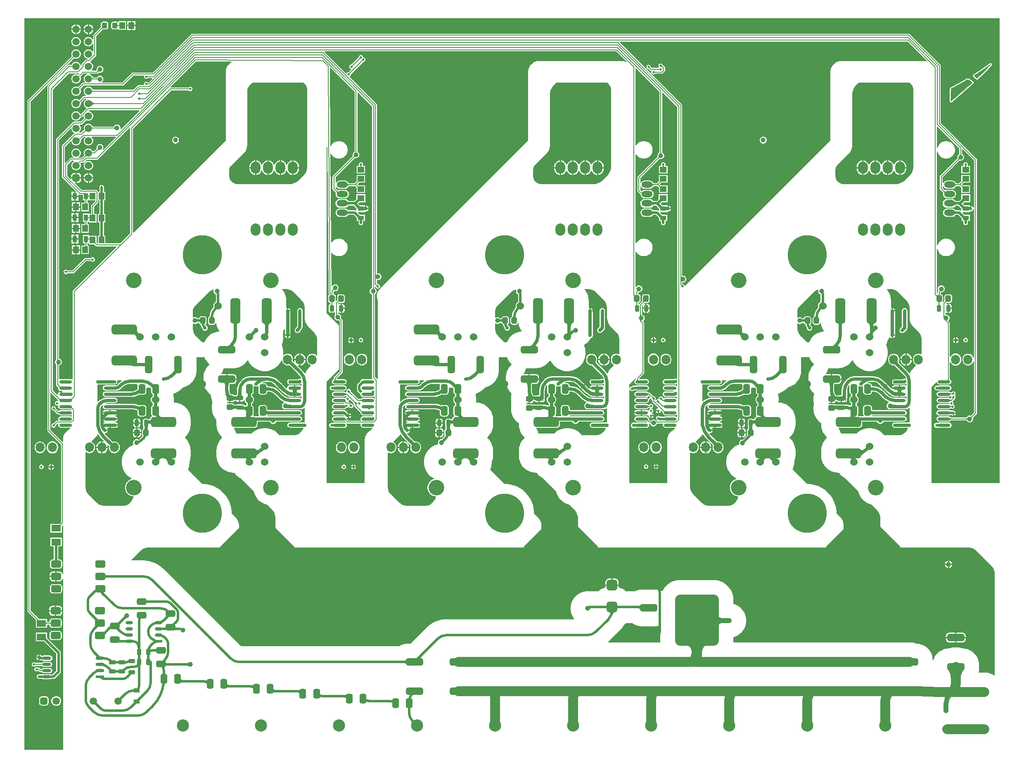
<source format=gtl>
G04*
G04 #@! TF.GenerationSoftware,Altium Limited,Altium Designer,24.1.2 (44)*
G04*
G04 Layer_Physical_Order=1*
G04 Layer_Color=255*
%FSLAX44Y44*%
%MOMM*%
G71*
G04*
G04 #@! TF.SameCoordinates,79274CF1-F64A-4BB2-BB1D-09D00C332B84*
G04*
G04*
G04 #@! TF.FilePolarity,Positive*
G04*
G01*
G75*
%ADD11C,0.5000*%
%ADD13C,0.2000*%
%ADD17R,1.9500X1.4000*%
%ADD18C,1.0000*%
%ADD19R,0.9000X1.3000*%
%ADD20R,1.1500X1.3500*%
G04:AMPARAMS|DCode=21|XSize=2.6028mm|YSize=0.6221mm|CornerRadius=0.1555mm|HoleSize=0mm|Usage=FLASHONLY|Rotation=180.000|XOffset=0mm|YOffset=0mm|HoleType=Round|Shape=RoundedRectangle|*
%AMROUNDEDRECTD21*
21,1,2.6028,0.3111,0,0,180.0*
21,1,2.2917,0.6221,0,0,180.0*
1,1,0.3111,-1.1459,0.1555*
1,1,0.3111,1.1459,0.1555*
1,1,0.3111,1.1459,-0.1555*
1,1,0.3111,-1.1459,-0.1555*
%
%ADD21ROUNDEDRECTD21*%
G04:AMPARAMS|DCode=22|XSize=2.6028mm|YSize=0.6221mm|CornerRadius=0.3111mm|HoleSize=0mm|Usage=FLASHONLY|Rotation=180.000|XOffset=0mm|YOffset=0mm|HoleType=Round|Shape=RoundedRectangle|*
%AMROUNDEDRECTD22*
21,1,2.6028,0.0000,0,0,180.0*
21,1,1.9807,0.6221,0,0,180.0*
1,1,0.6221,-0.9903,0.0000*
1,1,0.6221,0.9903,0.0000*
1,1,0.6221,0.9903,0.0000*
1,1,0.6221,-0.9903,0.0000*
%
%ADD22ROUNDEDRECTD22*%
G04:AMPARAMS|DCode=23|XSize=1.35mm|YSize=1.15mm|CornerRadius=0.2875mm|HoleSize=0mm|Usage=FLASHONLY|Rotation=270.000|XOffset=0mm|YOffset=0mm|HoleType=Round|Shape=RoundedRectangle|*
%AMROUNDEDRECTD23*
21,1,1.3500,0.5750,0,0,270.0*
21,1,0.7750,1.1500,0,0,270.0*
1,1,0.5750,-0.2875,-0.3875*
1,1,0.5750,-0.2875,0.3875*
1,1,0.5750,0.2875,0.3875*
1,1,0.5750,0.2875,-0.3875*
%
%ADD23ROUNDEDRECTD23*%
G04:AMPARAMS|DCode=24|XSize=3.5mm|YSize=1.5mm|CornerRadius=0.375mm|HoleSize=0mm|Usage=FLASHONLY|Rotation=0.000|XOffset=0mm|YOffset=0mm|HoleType=Round|Shape=RoundedRectangle|*
%AMROUNDEDRECTD24*
21,1,3.5000,0.7500,0,0,0.0*
21,1,2.7500,1.5000,0,0,0.0*
1,1,0.7500,1.3750,-0.3750*
1,1,0.7500,-1.3750,-0.3750*
1,1,0.7500,-1.3750,0.3750*
1,1,0.7500,1.3750,0.3750*
%
%ADD24ROUNDEDRECTD24*%
G04:AMPARAMS|DCode=25|XSize=1.95mm|YSize=1.4mm|CornerRadius=0.35mm|HoleSize=0mm|Usage=FLASHONLY|Rotation=0.000|XOffset=0mm|YOffset=0mm|HoleType=Round|Shape=RoundedRectangle|*
%AMROUNDEDRECTD25*
21,1,1.9500,0.7000,0,0,0.0*
21,1,1.2500,1.4000,0,0,0.0*
1,1,0.7000,0.6250,-0.3500*
1,1,0.7000,-0.6250,-0.3500*
1,1,0.7000,-0.6250,0.3500*
1,1,0.7000,0.6250,0.3500*
%
%ADD25ROUNDEDRECTD25*%
G04:AMPARAMS|DCode=26|XSize=1.5mm|YSize=2.1mm|CornerRadius=0.375mm|HoleSize=0mm|Usage=FLASHONLY|Rotation=90.000|XOffset=0mm|YOffset=0mm|HoleType=Round|Shape=RoundedRectangle|*
%AMROUNDEDRECTD26*
21,1,1.5000,1.3500,0,0,90.0*
21,1,0.7500,2.1000,0,0,90.0*
1,1,0.7500,0.6750,0.3750*
1,1,0.7500,0.6750,-0.3750*
1,1,0.7500,-0.6750,-0.3750*
1,1,0.7500,-0.6750,0.3750*
%
%ADD26ROUNDEDRECTD26*%
%ADD27R,1.5200X0.6000*%
%ADD28O,1.5200X0.6000*%
G04:AMPARAMS|DCode=29|XSize=1.95mm|YSize=1.4mm|CornerRadius=0.35mm|HoleSize=0mm|Usage=FLASHONLY|Rotation=90.000|XOffset=0mm|YOffset=0mm|HoleType=Round|Shape=RoundedRectangle|*
%AMROUNDEDRECTD29*
21,1,1.9500,0.7000,0,0,90.0*
21,1,1.2500,1.4000,0,0,90.0*
1,1,0.7000,0.3500,0.6250*
1,1,0.7000,0.3500,-0.6250*
1,1,0.7000,-0.3500,-0.6250*
1,1,0.7000,-0.3500,0.6250*
%
%ADD29ROUNDEDRECTD29*%
G04:AMPARAMS|DCode=30|XSize=0.9mm|YSize=1.3mm|CornerRadius=0.225mm|HoleSize=0mm|Usage=FLASHONLY|Rotation=180.000|XOffset=0mm|YOffset=0mm|HoleType=Round|Shape=RoundedRectangle|*
%AMROUNDEDRECTD30*
21,1,0.9000,0.8500,0,0,180.0*
21,1,0.4500,1.3000,0,0,180.0*
1,1,0.4500,-0.2250,0.4250*
1,1,0.4500,0.2250,0.4250*
1,1,0.4500,0.2250,-0.4250*
1,1,0.4500,-0.2250,-0.4250*
%
%ADD30ROUNDEDRECTD30*%
G04:AMPARAMS|DCode=31|XSize=0.9mm|YSize=1.3mm|CornerRadius=0.225mm|HoleSize=0mm|Usage=FLASHONLY|Rotation=270.000|XOffset=0mm|YOffset=0mm|HoleType=Round|Shape=RoundedRectangle|*
%AMROUNDEDRECTD31*
21,1,0.9000,0.8500,0,0,270.0*
21,1,0.4500,1.3000,0,0,270.0*
1,1,0.4500,-0.4250,-0.2250*
1,1,0.4500,-0.4250,0.2250*
1,1,0.4500,0.4250,0.2250*
1,1,0.4500,0.4250,-0.2250*
%
%ADD31ROUNDEDRECTD31*%
%ADD32O,1.8000X0.6000*%
%ADD33R,1.8000X0.6000*%
%ADD34R,1.3000X0.9000*%
G04:AMPARAMS|DCode=35|XSize=9mm|YSize=10.5mm|CornerRadius=1.125mm|HoleSize=0mm|Usage=FLASHONLY|Rotation=0.000|XOffset=0mm|YOffset=0mm|HoleType=Round|Shape=RoundedRectangle|*
%AMROUNDEDRECTD35*
21,1,9.0000,8.2500,0,0,0.0*
21,1,6.7500,10.5000,0,0,0.0*
1,1,2.2500,3.3750,-4.1250*
1,1,2.2500,-3.3750,-4.1250*
1,1,2.2500,-3.3750,4.1250*
1,1,2.2500,3.3750,4.1250*
%
%ADD35ROUNDEDRECTD35*%
G04:AMPARAMS|DCode=36|XSize=1.5mm|YSize=3.5mm|CornerRadius=0.375mm|HoleSize=0mm|Usage=FLASHONLY|Rotation=90.000|XOffset=0mm|YOffset=0mm|HoleType=Round|Shape=RoundedRectangle|*
%AMROUNDEDRECTD36*
21,1,1.5000,2.7500,0,0,90.0*
21,1,0.7500,3.5000,0,0,90.0*
1,1,0.7500,1.3750,0.3750*
1,1,0.7500,1.3750,-0.3750*
1,1,0.7500,-1.3750,-0.3750*
1,1,0.7500,-1.3750,0.3750*
%
%ADD36ROUNDEDRECTD36*%
G04:AMPARAMS|DCode=37|XSize=2.2mm|YSize=2.21mm|CornerRadius=0.55mm|HoleSize=0mm|Usage=FLASHONLY|Rotation=180.000|XOffset=0mm|YOffset=0mm|HoleType=Round|Shape=RoundedRectangle|*
%AMROUNDEDRECTD37*
21,1,2.2000,1.1100,0,0,180.0*
21,1,1.1000,2.2100,0,0,180.0*
1,1,1.1000,-0.5500,0.5550*
1,1,1.1000,0.5500,0.5550*
1,1,1.1000,0.5500,-0.5550*
1,1,1.1000,-0.5500,-0.5550*
%
%ADD37ROUNDEDRECTD37*%
G04:AMPARAMS|DCode=38|XSize=2mm|YSize=5.2mm|CornerRadius=0.5mm|HoleSize=0mm|Usage=FLASHONLY|Rotation=270.000|XOffset=0mm|YOffset=0mm|HoleType=Round|Shape=RoundedRectangle|*
%AMROUNDEDRECTD38*
21,1,2.0000,4.2000,0,0,270.0*
21,1,1.0000,5.2000,0,0,270.0*
1,1,1.0000,-2.1000,-0.5000*
1,1,1.0000,-2.1000,0.5000*
1,1,1.0000,2.1000,0.5000*
1,1,1.0000,2.1000,-0.5000*
%
%ADD38ROUNDEDRECTD38*%
%ADD39R,1.3500X1.1500*%
G04:AMPARAMS|DCode=40|XSize=3.5mm|YSize=1.5mm|CornerRadius=0.375mm|HoleSize=0mm|Usage=FLASHONLY|Rotation=270.000|XOffset=0mm|YOffset=0mm|HoleType=Round|Shape=RoundedRectangle|*
%AMROUNDEDRECTD40*
21,1,3.5000,0.7500,0,0,270.0*
21,1,2.7500,1.5000,0,0,270.0*
1,1,0.7500,-0.3750,-1.3750*
1,1,0.7500,-0.3750,1.3750*
1,1,0.7500,0.3750,1.3750*
1,1,0.7500,0.3750,-1.3750*
%
%ADD40ROUNDEDRECTD40*%
G04:AMPARAMS|DCode=41|XSize=1.35mm|YSize=1.15mm|CornerRadius=0.2875mm|HoleSize=0mm|Usage=FLASHONLY|Rotation=180.000|XOffset=0mm|YOffset=0mm|HoleType=Round|Shape=RoundedRectangle|*
%AMROUNDEDRECTD41*
21,1,1.3500,0.5750,0,0,180.0*
21,1,0.7750,1.1500,0,0,180.0*
1,1,0.5750,-0.3875,0.2875*
1,1,0.5750,0.3875,0.2875*
1,1,0.5750,0.3875,-0.2875*
1,1,0.5750,-0.3875,-0.2875*
%
%ADD41ROUNDEDRECTD41*%
G04:AMPARAMS|DCode=42|XSize=1.2mm|YSize=1.1mm|CornerRadius=0.275mm|HoleSize=0mm|Usage=FLASHONLY|Rotation=270.000|XOffset=0mm|YOffset=0mm|HoleType=Round|Shape=RoundedRectangle|*
%AMROUNDEDRECTD42*
21,1,1.2000,0.5500,0,0,270.0*
21,1,0.6500,1.1000,0,0,270.0*
1,1,0.5500,-0.2750,-0.3250*
1,1,0.5500,-0.2750,0.3250*
1,1,0.5500,0.2750,0.3250*
1,1,0.5500,0.2750,-0.3250*
%
%ADD42ROUNDEDRECTD42*%
G04:AMPARAMS|DCode=43|XSize=2mm|YSize=5.2mm|CornerRadius=0.5mm|HoleSize=0mm|Usage=FLASHONLY|Rotation=0.000|XOffset=0mm|YOffset=0mm|HoleType=Round|Shape=RoundedRectangle|*
%AMROUNDEDRECTD43*
21,1,2.0000,4.2000,0,0,0.0*
21,1,1.0000,5.2000,0,0,0.0*
1,1,1.0000,0.5000,-2.1000*
1,1,1.0000,-0.5000,-2.1000*
1,1,1.0000,-0.5000,2.1000*
1,1,1.0000,0.5000,2.1000*
%
%ADD43ROUNDEDRECTD43*%
%ADD82C,0.7000*%
%ADD83C,0.7000*%
%ADD84C,2.0000*%
%ADD85C,1.0000*%
%ADD86C,2.5000*%
%ADD87O,2.0000X2.5000*%
%ADD88O,2.3000X1.3000*%
%ADD89O,1.8000X2.0000*%
%ADD90C,1.5000*%
G04:AMPARAMS|DCode=91|XSize=1.5mm|YSize=1.5mm|CornerRadius=0.375mm|HoleSize=0mm|Usage=FLASHONLY|Rotation=90.000|XOffset=0mm|YOffset=0mm|HoleType=Round|Shape=RoundedRectangle|*
%AMROUNDEDRECTD91*
21,1,1.5000,0.7500,0,0,90.0*
21,1,0.7500,1.5000,0,0,90.0*
1,1,0.7500,0.3750,0.3750*
1,1,0.7500,0.3750,-0.3750*
1,1,0.7500,-0.3750,-0.3750*
1,1,0.7500,-0.3750,0.3750*
%
%ADD91ROUNDEDRECTD91*%
%ADD92C,1.8000*%
G04:AMPARAMS|DCode=93|XSize=1.5mm|YSize=1.5mm|CornerRadius=0.375mm|HoleSize=0mm|Usage=FLASHONLY|Rotation=0.000|XOffset=0mm|YOffset=0mm|HoleType=Round|Shape=RoundedRectangle|*
%AMROUNDEDRECTD93*
21,1,1.5000,0.7500,0,0,0.0*
21,1,0.7500,1.5000,0,0,0.0*
1,1,0.7500,0.3750,-0.3750*
1,1,0.7500,-0.3750,-0.3750*
1,1,0.7500,-0.3750,0.3750*
1,1,0.7500,0.3750,0.3750*
%
%ADD93ROUNDEDRECTD93*%
%ADD94C,1.5240*%
%ADD95C,0.5000*%
%ADD96C,6.0000*%
%ADD97C,8.0000*%
%ADD98C,3.2000*%
G36*
X161835Y1479037D02*
X161685Y1479150D01*
X161511Y1479211D01*
X161312Y1479220D01*
X161090Y1479178D01*
X160844Y1479084D01*
X160574Y1478938D01*
X160280Y1478741D01*
X159962Y1478492D01*
X159620Y1478192D01*
X159254Y1477840D01*
X157840Y1479254D01*
X158192Y1479620D01*
X158741Y1480280D01*
X158938Y1480574D01*
X159084Y1480844D01*
X159178Y1481090D01*
X159220Y1481312D01*
X159211Y1481511D01*
X159150Y1481685D01*
X159037Y1481835D01*
X161835Y1479037D01*
D02*
G37*
G36*
X2000000Y547107D02*
X1860000D01*
Y743737D01*
X1869617Y753354D01*
X1870832Y752985D01*
X1870938Y752456D01*
X1872067Y750766D01*
X1873757Y749636D01*
X1875752Y749239D01*
X1895558D01*
X1897552Y749636D01*
X1899243Y750766D01*
X1900372Y752456D01*
X1900769Y754450D01*
X1900372Y756444D01*
X1899243Y758135D01*
X1897559Y759260D01*
Y794595D01*
X1898829Y794848D01*
X1899520Y793180D01*
X1901369Y790770D01*
X1903780Y788920D01*
X1906587Y787757D01*
X1909600Y787360D01*
X1912612Y787757D01*
X1915420Y788920D01*
X1917830Y790770D01*
X1919680Y793180D01*
X1920843Y795987D01*
X1921239Y799000D01*
Y801000D01*
X1920843Y804013D01*
X1919680Y806820D01*
X1917830Y809230D01*
X1915420Y811080D01*
X1912612Y812243D01*
X1909600Y812639D01*
X1906587Y812243D01*
X1903780Y811080D01*
X1901369Y809230D01*
X1899520Y806820D01*
X1898829Y805152D01*
X1897559Y805405D01*
Y875148D01*
X1897326Y876319D01*
X1897326Y876319D01*
X1896663Y877311D01*
X1896663Y877311D01*
X1895072Y878902D01*
X1895072Y880173D01*
X1895601Y880702D01*
X1896523Y882298D01*
X1897000Y884078D01*
Y885922D01*
X1896523Y887702D01*
X1895601Y889298D01*
X1894298Y890601D01*
X1892702Y891523D01*
X1890921Y892000D01*
X1889078D01*
X1888559Y892399D01*
Y895928D01*
X1889829Y896607D01*
X1890381Y896238D01*
X1892250Y895866D01*
X1893230D01*
Y905000D01*
Y914134D01*
X1892250D01*
X1890381Y913762D01*
X1890247Y913672D01*
X1889438Y914659D01*
X1890800Y916021D01*
X1890934Y916139D01*
X1891039Y916221D01*
X1891375Y916154D01*
X1897125D01*
X1899027Y916533D01*
X1900640Y917610D01*
X1901717Y919223D01*
X1902096Y921125D01*
Y928875D01*
X1901717Y930777D01*
X1900640Y932390D01*
X1899027Y933467D01*
X1897125Y933845D01*
X1891375D01*
X1889473Y933467D01*
X1887861Y932390D01*
X1886783Y930777D01*
X1886405Y928875D01*
Y921125D01*
X1886538Y920453D01*
X1886336Y920208D01*
X1883525Y917399D01*
X1882539Y918208D01*
X1883217Y919223D01*
X1883595Y921125D01*
Y928875D01*
X1883217Y930777D01*
X1882139Y932390D01*
X1880527Y933467D01*
X1878809Y933809D01*
Y937318D01*
X1879491Y938000D01*
X1880921D01*
X1882702Y938477D01*
X1884298Y939398D01*
X1885601Y940702D01*
X1886523Y942298D01*
X1887000Y944078D01*
Y945921D01*
X1886523Y947702D01*
X1885601Y949298D01*
X1884298Y950601D01*
X1882702Y951523D01*
X1880921Y952000D01*
X1879078D01*
X1877298Y951523D01*
X1875702Y950601D01*
X1874398Y949298D01*
X1873477Y947702D01*
X1873000Y945921D01*
Y944078D01*
X1873477Y942298D01*
X1874085Y941245D01*
X1873587Y940748D01*
X1873175Y940130D01*
X1872924Y939755D01*
Y939755D01*
X1872924Y939755D01*
X1872691Y938585D01*
X1872691Y938585D01*
Y936316D01*
X1871421Y935638D01*
X1871059Y935879D01*
Y1026446D01*
X1872329Y1026572D01*
X1872691Y1024750D01*
X1874048Y1021474D01*
X1876018Y1018526D01*
X1878526Y1016019D01*
X1881474Y1014049D01*
X1884749Y1012692D01*
X1888227Y1012000D01*
X1891773D01*
X1895250Y1012692D01*
X1898526Y1014049D01*
X1901474Y1016019D01*
X1903981Y1018526D01*
X1905951Y1021474D01*
X1907308Y1024750D01*
X1908000Y1028227D01*
Y1031773D01*
X1907308Y1035250D01*
X1905951Y1038526D01*
X1903981Y1041474D01*
X1901474Y1043981D01*
X1898526Y1045951D01*
X1895250Y1047308D01*
X1891773Y1048000D01*
X1888227D01*
X1884749Y1047308D01*
X1881474Y1045951D01*
X1878526Y1043981D01*
X1876018Y1041474D01*
X1874048Y1038526D01*
X1872691Y1035250D01*
X1872329Y1033428D01*
X1871059Y1033553D01*
Y1226447D01*
X1872329Y1226572D01*
X1872691Y1224750D01*
X1874048Y1221474D01*
X1876018Y1218526D01*
X1878526Y1216019D01*
X1881474Y1214049D01*
X1884749Y1212692D01*
X1888227Y1212000D01*
X1891773D01*
X1895250Y1212692D01*
X1898526Y1214049D01*
X1901474Y1216019D01*
X1903981Y1218526D01*
X1905951Y1221474D01*
X1907308Y1224750D01*
X1908000Y1228227D01*
Y1231773D01*
X1907308Y1235250D01*
X1905951Y1238526D01*
X1903981Y1241474D01*
X1901474Y1243982D01*
X1898526Y1245952D01*
X1895250Y1247308D01*
X1891773Y1248000D01*
X1888227D01*
X1884749Y1247308D01*
X1881474Y1245952D01*
X1878526Y1243982D01*
X1876018Y1241474D01*
X1874048Y1238526D01*
X1872691Y1235250D01*
X1872329Y1233428D01*
X1871059Y1233554D01*
Y1277299D01*
X1872232Y1277785D01*
X1916941Y1233077D01*
Y1221523D01*
X1916935Y1221462D01*
X1916912Y1221319D01*
X1916906Y1221297D01*
X1915702Y1220601D01*
X1914398Y1219298D01*
X1913477Y1217702D01*
X1913000Y1215921D01*
Y1214078D01*
X1913360Y1212735D01*
X1913348Y1212715D01*
X1913264Y1212597D01*
X1913224Y1212550D01*
X1877837Y1177163D01*
X1877174Y1176171D01*
X1876942Y1175000D01*
X1876942Y1175000D01*
Y1150470D01*
X1876942Y1150470D01*
X1877174Y1149300D01*
X1877837Y1148307D01*
X1883832Y1142313D01*
X1883908Y1142224D01*
X1883916Y1142214D01*
X1883719Y1141739D01*
X1883427Y1139520D01*
X1883719Y1137301D01*
X1884575Y1135234D01*
X1885938Y1133458D01*
X1887713Y1132095D01*
X1889781Y1131239D01*
X1892000Y1130947D01*
X1902000D01*
X1904219Y1131239D01*
X1906287Y1132095D01*
X1908062Y1133458D01*
X1909425Y1135234D01*
X1910281Y1137301D01*
X1910573Y1139520D01*
X1910281Y1141739D01*
X1909425Y1143807D01*
X1908062Y1145583D01*
X1906287Y1146945D01*
X1904219Y1147801D01*
X1902000Y1148093D01*
X1892000D01*
X1889781Y1147801D01*
X1887811Y1146985D01*
X1883059Y1151737D01*
Y1154625D01*
X1884329Y1154878D01*
X1884575Y1154284D01*
X1885938Y1152508D01*
X1887713Y1151145D01*
X1889781Y1150289D01*
X1892000Y1149997D01*
X1902000D01*
X1904219Y1150289D01*
X1906287Y1151145D01*
X1908062Y1152508D01*
X1909425Y1154284D01*
X1909933Y1155511D01*
X1917820D01*
X1917820Y1155511D01*
X1917820Y1155511D01*
X1918413D01*
X1921250Y1152674D01*
Y1141500D01*
X1938750D01*
Y1157000D01*
X1925576D01*
X1923076Y1159500D01*
X1926413Y1162837D01*
X1926413Y1162837D01*
X1926522Y1163000D01*
X1938750D01*
Y1178500D01*
X1921250D01*
Y1166326D01*
X1916553Y1161629D01*
X1909933D01*
X1909425Y1162857D01*
X1908062Y1164632D01*
X1906287Y1165995D01*
X1904219Y1166851D01*
X1902000Y1167143D01*
X1892000D01*
X1889781Y1166851D01*
X1887713Y1165995D01*
X1885938Y1164632D01*
X1884575Y1162857D01*
X1884329Y1162262D01*
X1883059Y1162515D01*
Y1173733D01*
X1917550Y1208225D01*
X1917597Y1208264D01*
X1917715Y1208348D01*
X1917735Y1208360D01*
X1919078Y1208000D01*
X1920921D01*
X1922702Y1208477D01*
X1924298Y1209398D01*
X1925601Y1210702D01*
X1926523Y1212298D01*
X1927000Y1214078D01*
Y1215921D01*
X1926523Y1217702D01*
X1925601Y1219298D01*
X1924298Y1220601D01*
X1923093Y1221297D01*
X1923088Y1221319D01*
X1923064Y1221462D01*
X1923058Y1221523D01*
Y1230956D01*
X1924232Y1231442D01*
X1946941Y1208733D01*
Y1112344D01*
X1945671Y1112092D01*
X1945121Y1113421D01*
X1943421Y1115120D01*
X1941270Y1116012D01*
Y1110000D01*
X1940000D01*
Y1106500D01*
X1936439Y1106470D01*
Y1113530D01*
X1936475Y1113525D01*
X1936582Y1113519D01*
X1938730Y1113507D01*
Y1116540D01*
X1927693D01*
X1927638Y1116578D01*
X1926157Y1117831D01*
X1924364Y1119625D01*
X1925677Y1120938D01*
X1926599Y1121795D01*
X1927374Y1122417D01*
X1927436Y1122460D01*
X1939290D01*
Y1139040D01*
X1920710D01*
Y1129186D01*
X1920683Y1129147D01*
X1919427Y1127666D01*
X1916825Y1125063D01*
X1911367D01*
X1910696Y1125105D01*
X1909788Y1125214D01*
X1909753Y1125220D01*
X1908447Y1126922D01*
X1906559Y1128371D01*
X1904360Y1129282D01*
X1902000Y1129593D01*
X1892000D01*
X1889640Y1129282D01*
X1887441Y1128371D01*
X1885553Y1126922D01*
X1884104Y1125034D01*
X1883193Y1122835D01*
X1882882Y1120475D01*
X1883193Y1118115D01*
X1884104Y1115916D01*
X1885553Y1114027D01*
X1887441Y1112578D01*
X1889640Y1111667D01*
X1892000Y1111357D01*
X1902000D01*
X1904360Y1111667D01*
X1906559Y1112578D01*
X1908447Y1114027D01*
X1909753Y1115729D01*
X1909758Y1115730D01*
X1911507Y1115887D01*
X1915124D01*
X1919429Y1111582D01*
X1920288Y1110657D01*
X1920906Y1109885D01*
X1920960Y1109807D01*
Y1105770D01*
X1919690Y1105091D01*
X1918826Y1105669D01*
X1917070Y1106018D01*
X1909193D01*
X1908062Y1107492D01*
X1906287Y1108855D01*
X1904219Y1109711D01*
X1902000Y1110003D01*
X1892000D01*
X1889781Y1109711D01*
X1887713Y1108855D01*
X1885938Y1107492D01*
X1884575Y1105716D01*
X1883719Y1103649D01*
X1883427Y1101430D01*
X1883719Y1099211D01*
X1884575Y1097143D01*
X1885938Y1095368D01*
X1887713Y1094005D01*
X1889781Y1093149D01*
X1892000Y1092857D01*
X1902000D01*
X1904219Y1093149D01*
X1906287Y1094005D01*
X1908062Y1095368D01*
X1909193Y1096842D01*
X1915170D01*
X1921500Y1090511D01*
Y1084000D01*
X1925412D01*
Y1080000D01*
X1925500Y1079557D01*
Y1079105D01*
X1925673Y1078687D01*
X1925761Y1078244D01*
X1926012Y1077868D01*
X1926185Y1077451D01*
X1926505Y1077131D01*
X1926756Y1076756D01*
X1927132Y1076505D01*
X1927451Y1076185D01*
X1927868Y1076012D01*
X1928244Y1075761D01*
X1928687Y1075673D01*
X1929105Y1075500D01*
X1929557D01*
X1930000Y1075412D01*
X1930443Y1075500D01*
X1930895D01*
X1931313Y1075673D01*
X1931756Y1075761D01*
X1932132Y1076012D01*
X1932549Y1076185D01*
X1932868Y1076505D01*
X1933244Y1076756D01*
X1933495Y1077131D01*
X1933815Y1077451D01*
X1933988Y1077868D01*
X1934239Y1078244D01*
X1934327Y1078687D01*
X1934500Y1079105D01*
Y1079557D01*
X1934588Y1080000D01*
Y1084000D01*
X1938500D01*
Y1097000D01*
X1927989D01*
X1923702Y1101287D01*
X1924188Y1102460D01*
X1939040D01*
Y1103960D01*
X1941201D01*
X1943421Y1104880D01*
X1945121Y1106579D01*
X1945671Y1107908D01*
X1946941Y1107655D01*
Y804097D01*
X1945717Y803872D01*
X1944608Y806547D01*
X1942845Y808845D01*
X1940547Y810608D01*
X1937872Y811717D01*
X1935000Y812095D01*
X1932128Y811717D01*
X1929453Y810608D01*
X1927155Y808845D01*
X1925392Y806547D01*
X1924283Y803872D01*
X1923905Y801000D01*
Y799000D01*
X1924283Y796128D01*
X1925392Y793453D01*
X1927155Y791155D01*
X1929453Y789391D01*
X1932128Y788283D01*
X1935000Y787905D01*
X1937872Y788283D01*
X1940547Y789391D01*
X1942845Y791155D01*
X1944608Y793453D01*
X1945717Y796128D01*
X1946941Y795902D01*
Y691267D01*
X1940700Y685025D01*
X1940653Y684986D01*
X1940535Y684902D01*
X1940515Y684890D01*
X1939172Y685250D01*
X1937329D01*
X1935548Y684773D01*
X1933952Y683851D01*
X1932649Y682548D01*
X1931953Y681344D01*
X1931931Y681338D01*
X1931788Y681314D01*
X1931727Y681309D01*
X1899906D01*
X1899739Y681320D01*
X1899646Y681332D01*
X1899243Y681935D01*
X1897552Y683064D01*
X1895558Y683461D01*
X1875752D01*
X1873757Y683064D01*
X1872067Y681935D01*
X1870938Y680244D01*
X1870541Y678250D01*
X1870938Y676256D01*
X1872067Y674566D01*
X1873757Y673436D01*
X1875752Y673039D01*
X1895558D01*
X1897552Y673436D01*
X1899243Y674566D01*
X1899639Y675159D01*
X1899977Y675191D01*
X1931727D01*
X1931788Y675186D01*
X1931931Y675162D01*
X1931953Y675157D01*
X1932649Y673952D01*
X1933952Y672649D01*
X1935548Y671727D01*
X1937329Y671250D01*
X1939172D01*
X1940952Y671727D01*
X1942548Y672649D01*
X1943851Y673952D01*
X1944773Y675548D01*
X1945250Y677328D01*
Y679172D01*
X1944890Y680515D01*
X1944902Y680535D01*
X1944986Y680653D01*
X1945025Y680700D01*
X1952163Y687837D01*
X1952163Y687837D01*
X1952826Y688829D01*
X1953059Y690000D01*
X1953059Y690000D01*
Y1210000D01*
X1952826Y1211171D01*
X1952163Y1212163D01*
X1952163Y1212163D01*
X1879059Y1285267D01*
Y1402840D01*
X1879059Y1402840D01*
X1878826Y1404011D01*
X1878163Y1405003D01*
X1878163Y1405003D01*
X1816004Y1467163D01*
X1815011Y1467826D01*
X1813841Y1468059D01*
X1813840Y1468059D01*
X344343D01*
X343173Y1467826D01*
X342180Y1467163D01*
X342180Y1467163D01*
X263576Y1388559D01*
X222500D01*
X221329Y1388326D01*
X220337Y1387663D01*
X220337Y1387663D01*
X200733Y1368059D01*
X159517D01*
X159177Y1369329D01*
X159298Y1369399D01*
X160601Y1370702D01*
X161523Y1372298D01*
X162000Y1374079D01*
Y1375922D01*
X161523Y1377702D01*
X160601Y1379298D01*
X159298Y1380601D01*
X157702Y1381523D01*
X155921Y1382000D01*
X154078D01*
X152298Y1381523D01*
X150702Y1380601D01*
X149399Y1379298D01*
X148914Y1378459D01*
X140623D01*
X140352Y1379467D01*
X139102Y1381633D01*
X137333Y1383402D01*
X135167Y1384653D01*
X133233Y1385171D01*
X133400Y1386441D01*
X149187D01*
X149187Y1386441D01*
X150357Y1386674D01*
X151350Y1387337D01*
X152362Y1388349D01*
X152408Y1388387D01*
X152470Y1388431D01*
X154079Y1388000D01*
X155922D01*
X157702Y1388477D01*
X159298Y1389399D01*
X160602Y1390702D01*
X161523Y1392298D01*
X162000Y1394078D01*
Y1395921D01*
X161523Y1397702D01*
X160602Y1399298D01*
X159298Y1400601D01*
X157702Y1401523D01*
X155922Y1402000D01*
X154079D01*
X152298Y1401523D01*
X150702Y1400601D01*
X149399Y1399298D01*
X148477Y1397702D01*
X148000Y1395921D01*
Y1394078D01*
X148086Y1393760D01*
X147153Y1392558D01*
X137888D01*
X137563Y1393828D01*
X139102Y1395367D01*
X140352Y1397533D01*
X141000Y1399949D01*
Y1402451D01*
X140352Y1404867D01*
X139102Y1407033D01*
X137333Y1408802D01*
X135646Y1409776D01*
X135338Y1411041D01*
X135384Y1411309D01*
X146237Y1422163D01*
X146237Y1422163D01*
X146901Y1423155D01*
X147133Y1424326D01*
Y1462808D01*
X161129Y1476804D01*
X161264Y1476922D01*
X161347Y1476987D01*
X161750Y1476907D01*
X167250D01*
X169103Y1477275D01*
X170674Y1478325D01*
X171724Y1479897D01*
X172093Y1481750D01*
Y1488250D01*
X171724Y1490103D01*
X170674Y1491674D01*
X169103Y1492724D01*
X167250Y1493093D01*
X161750D01*
X159896Y1492724D01*
X158325Y1491674D01*
X157275Y1490103D01*
X156907Y1488250D01*
Y1481750D01*
X156985Y1481357D01*
X156753Y1481079D01*
X141912Y1466237D01*
X141249Y1465245D01*
X141016Y1464075D01*
X141016Y1464075D01*
Y1457058D01*
X139746Y1456718D01*
X139102Y1457833D01*
X137333Y1459602D01*
X135167Y1460853D01*
X132751Y1461500D01*
X130249D01*
X127833Y1460853D01*
X125667Y1459602D01*
X123898Y1457833D01*
X122647Y1455667D01*
X122000Y1453251D01*
Y1450749D01*
X122647Y1448333D01*
X123898Y1446167D01*
X125667Y1444398D01*
X127833Y1443148D01*
X130249Y1442500D01*
X132751D01*
X135167Y1443148D01*
X137333Y1444398D01*
X139102Y1446167D01*
X139746Y1447283D01*
X141016Y1446942D01*
Y1431658D01*
X139746Y1431318D01*
X139102Y1432433D01*
X137333Y1434202D01*
X135167Y1435453D01*
X132751Y1436100D01*
X130249D01*
X127833Y1435453D01*
X125667Y1434202D01*
X123898Y1432433D01*
X122647Y1430267D01*
X122000Y1427851D01*
Y1425349D01*
X122647Y1422933D01*
X123898Y1420767D01*
X125667Y1418998D01*
X127833Y1417748D01*
X129552Y1417287D01*
X130142Y1415935D01*
X130137Y1415877D01*
X130050Y1415747D01*
X128138D01*
X126968Y1415514D01*
X125976Y1414851D01*
X125975Y1414851D01*
X117837Y1406712D01*
X117174Y1405720D01*
X116941Y1404550D01*
X116941Y1404549D01*
Y1402541D01*
X116856Y1402484D01*
X116683Y1402479D01*
X115436Y1403062D01*
X114952Y1404867D01*
X113702Y1407033D01*
X111933Y1408802D01*
X109767Y1410053D01*
X107351Y1410700D01*
X104849D01*
X102433Y1410053D01*
X100267Y1408802D01*
X98498Y1407033D01*
X97247Y1404867D01*
X97084Y1404259D01*
X91200D01*
X90030Y1404026D01*
X89037Y1403363D01*
X89037Y1403363D01*
X47837Y1362163D01*
X47174Y1361170D01*
X46941Y1360000D01*
X46941Y1360000D01*
Y655000D01*
X46941Y655000D01*
X47174Y653829D01*
X47837Y652837D01*
X75191Y625483D01*
Y465767D01*
X72424Y463000D01*
X53250D01*
Y445000D01*
X76750D01*
Y458674D01*
X77970Y459894D01*
X79144Y459408D01*
Y360732D01*
X77874Y360607D01*
X77675Y361604D01*
X76285Y363685D01*
X74204Y365075D01*
X71750Y365563D01*
X66270D01*
Y355400D01*
Y345237D01*
X71750D01*
X74204Y345725D01*
X76285Y347115D01*
X77675Y349196D01*
X77874Y350193D01*
X79144Y350068D01*
Y0D01*
X0D01*
Y1500000D01*
X2000000D01*
Y547107D01*
D02*
G37*
G36*
X1850632Y1412569D02*
X1849980Y1411479D01*
X1849313Y1411681D01*
X1845000Y1412106D01*
X1675000D01*
X1670687Y1411681D01*
X1666540Y1410423D01*
X1665748Y1410000D01*
X1665000D01*
X1664141Y1409141D01*
X1662718Y1408381D01*
X1659368Y1405631D01*
X1656619Y1402281D01*
X1655859Y1400859D01*
X1655000Y1400000D01*
Y1399252D01*
X1654576Y1398459D01*
X1653318Y1394312D01*
X1652894Y1390000D01*
Y1249157D01*
X1355142Y951406D01*
X1353793Y951852D01*
X1353284Y953081D01*
X1352018Y954346D01*
X1350364Y955032D01*
X1349294D01*
X1349059Y955267D01*
Y957985D01*
X1349078Y958000D01*
X1350921D01*
X1352702Y958477D01*
X1354298Y959398D01*
X1355601Y960702D01*
X1356523Y962298D01*
X1357000Y964078D01*
Y965921D01*
X1356523Y967702D01*
X1355601Y969298D01*
X1354298Y970601D01*
X1352702Y971523D01*
X1350921Y972000D01*
X1349078D01*
X1349059Y972015D01*
Y1320971D01*
X1348826Y1322142D01*
X1348163Y1323134D01*
X1348163Y1323134D01*
X1220529Y1450768D01*
X1221015Y1451941D01*
X1811260D01*
X1850632Y1412569D01*
D02*
G37*
G36*
X1234214Y1411460D02*
X1233460Y1410423D01*
X1229313Y1411681D01*
X1225000Y1412106D01*
X1055000D01*
X1050687Y1411681D01*
X1046540Y1410423D01*
X1045748Y1410000D01*
X1045000D01*
X1044141Y1409141D01*
X1042719Y1408381D01*
X1039369Y1405631D01*
X1036619Y1402281D01*
X1035859Y1400859D01*
X1035000Y1400000D01*
Y1399252D01*
X1034576Y1398459D01*
X1033318Y1394312D01*
X1032894Y1390000D01*
Y1249157D01*
X729368Y945632D01*
X726619Y942282D01*
X725858Y940858D01*
X725000Y940000D01*
Y939253D01*
X724576Y938460D01*
X723318Y934313D01*
X722893Y930000D01*
X723318Y925687D01*
X724576Y921540D01*
X725000Y920747D01*
Y760140D01*
X723730Y759755D01*
X723663Y759855D01*
X723663Y759855D01*
X719059Y764459D01*
Y934261D01*
X719298Y934399D01*
X720601Y935702D01*
X721523Y937298D01*
X722000Y939079D01*
Y940922D01*
X721523Y942702D01*
X720601Y944298D01*
X719298Y945602D01*
X719059Y945740D01*
Y948614D01*
X720329Y949292D01*
X720500Y949178D01*
Y949105D01*
X721185Y947451D01*
X722451Y946185D01*
X724105Y945500D01*
X725895D01*
X727549Y946185D01*
X728815Y947451D01*
X729500Y949105D01*
Y950895D01*
X728815Y952549D01*
X727549Y953815D01*
X725895Y954500D01*
X724826D01*
X723059Y956267D01*
Y962230D01*
X724066Y963003D01*
X724078Y963000D01*
X725921D01*
X727702Y963477D01*
X729298Y964399D01*
X730601Y965702D01*
X731523Y967298D01*
X732000Y969079D01*
Y970922D01*
X731523Y972702D01*
X730601Y974298D01*
X729298Y975602D01*
X727702Y976523D01*
X725921Y977000D01*
X724078D01*
X724066Y976997D01*
X723059Y977770D01*
Y1321970D01*
X722826Y1323141D01*
X722163Y1324133D01*
X722163Y1324133D01*
X666797Y1379499D01*
X667095Y1380997D01*
X667549Y1381185D01*
X668815Y1382451D01*
X669500Y1384105D01*
Y1385174D01*
X694826Y1410500D01*
X695895D01*
X697549Y1411185D01*
X698815Y1412451D01*
X699500Y1414105D01*
Y1415895D01*
X698815Y1417549D01*
X697549Y1418815D01*
X695895Y1419500D01*
X694500D01*
Y1420895D01*
X693815Y1422549D01*
X692549Y1423815D01*
X690895Y1424500D01*
X689105D01*
X687451Y1423815D01*
X686185Y1422549D01*
X685500Y1420895D01*
Y1419826D01*
X670674Y1405000D01*
X669605D01*
X667951Y1404315D01*
X666685Y1403049D01*
X666000Y1401395D01*
Y1399605D01*
X666685Y1397951D01*
X667951Y1396685D01*
X669605Y1396000D01*
X669878D01*
X670404Y1394730D01*
X665174Y1389500D01*
X664105D01*
X662451Y1388815D01*
X661185Y1387549D01*
X660997Y1387095D01*
X659499Y1386797D01*
X615528Y1430768D01*
X616015Y1431941D01*
X1213733D01*
X1234214Y1411460D01*
D02*
G37*
G36*
X152970Y1390431D02*
X152767Y1390502D01*
X152558Y1390537D01*
X152343Y1390537D01*
X152120Y1390501D01*
X151891Y1390430D01*
X151655Y1390323D01*
X151412Y1390181D01*
X151163Y1390004D01*
X150907Y1389791D01*
X150644Y1389543D01*
X149294Y1391021D01*
X149543Y1391284D01*
X149758Y1391540D01*
X149940Y1391791D01*
X150088Y1392036D01*
X150202Y1392275D01*
X150283Y1392508D01*
X150330Y1392736D01*
X150343Y1392957D01*
X150323Y1393172D01*
X150269Y1393382D01*
X152970Y1390431D01*
D02*
G37*
G36*
X112527Y1386553D02*
X110312Y1384338D01*
X109767Y1384653D01*
X107351Y1385300D01*
X104849D01*
X102433Y1384653D01*
X100267Y1383402D01*
X98498Y1381633D01*
X97247Y1379467D01*
X96600Y1377051D01*
Y1374549D01*
X97247Y1372133D01*
X98498Y1369967D01*
X100267Y1368198D01*
X102433Y1366948D01*
X104849Y1366300D01*
X107351D01*
X109767Y1366948D01*
X111933Y1368198D01*
X113702Y1369967D01*
X114952Y1372133D01*
X115600Y1374549D01*
Y1377051D01*
X114952Y1379467D01*
X114638Y1380012D01*
X121066Y1386441D01*
X129599D01*
X129767Y1385171D01*
X127833Y1384653D01*
X125667Y1383402D01*
X123898Y1381633D01*
X122647Y1379467D01*
X122000Y1377051D01*
Y1374549D01*
X122647Y1372133D01*
X123898Y1369967D01*
X124536Y1369329D01*
X124010Y1368059D01*
X120700D01*
X120700Y1368059D01*
X119529Y1367826D01*
X118537Y1367163D01*
X110312Y1358938D01*
X109767Y1359253D01*
X107351Y1359900D01*
X104849D01*
X102433Y1359253D01*
X100267Y1358002D01*
X98498Y1356233D01*
X97247Y1354067D01*
X96600Y1351651D01*
Y1349149D01*
X97247Y1346733D01*
X98498Y1344567D01*
X100267Y1342798D01*
X102433Y1341548D01*
X104849Y1340900D01*
X107351D01*
X109767Y1341548D01*
X111933Y1342798D01*
X113702Y1344567D01*
X114952Y1346733D01*
X115600Y1349149D01*
Y1351651D01*
X114952Y1354067D01*
X114638Y1354612D01*
X121967Y1361941D01*
X202000D01*
X202000Y1361941D01*
X203171Y1362174D01*
X204163Y1362837D01*
X223767Y1382441D01*
X244998D01*
X245703Y1381385D01*
X245500Y1380895D01*
Y1379105D01*
X246185Y1377451D01*
X247451Y1376185D01*
X249105Y1375500D01*
X250895D01*
X252549Y1376185D01*
X253305Y1376941D01*
X261612D01*
X262099Y1375768D01*
X254390Y1368059D01*
X253305D01*
X252549Y1368815D01*
X250895Y1369500D01*
X249105D01*
X247451Y1368815D01*
X246185Y1367549D01*
X245500Y1365895D01*
Y1364105D01*
X245703Y1363615D01*
X244998Y1362559D01*
X234500D01*
X233329Y1362326D01*
X232337Y1361663D01*
X224133Y1353459D01*
X140515D01*
X140352Y1354067D01*
X139102Y1356233D01*
X137333Y1358002D01*
X135167Y1359253D01*
X132751Y1359900D01*
X130249D01*
X127833Y1359253D01*
X125667Y1358002D01*
X123898Y1356233D01*
X122647Y1354067D01*
X122000Y1351651D01*
Y1349149D01*
X122647Y1346733D01*
X123898Y1344567D01*
X125667Y1342798D01*
X127211Y1341907D01*
X126870Y1340637D01*
X122578D01*
X121408Y1340404D01*
X120415Y1339741D01*
X120415Y1339741D01*
X112605Y1331931D01*
X111933Y1332602D01*
X109767Y1333853D01*
X107351Y1334500D01*
X104849D01*
X102433Y1333853D01*
X100267Y1332602D01*
X98498Y1330833D01*
X97247Y1328667D01*
X96600Y1326251D01*
Y1323749D01*
X97247Y1321333D01*
X98498Y1319167D01*
X100267Y1317398D01*
X102433Y1316148D01*
X104849Y1315500D01*
X107351D01*
X109767Y1316148D01*
X111933Y1317398D01*
X113702Y1319167D01*
X114952Y1321333D01*
X115600Y1323749D01*
Y1326251D01*
X115592Y1326281D01*
X115637Y1326312D01*
X115637Y1326312D01*
X123845Y1334520D01*
X126448D01*
X126788Y1333250D01*
X125667Y1332602D01*
X123898Y1330833D01*
X122647Y1328667D01*
X122000Y1326251D01*
Y1323749D01*
X122647Y1321333D01*
X123898Y1319167D01*
X125667Y1317398D01*
X127353Y1316425D01*
X127705Y1314981D01*
X116209Y1303484D01*
X115941Y1303438D01*
X114675Y1303747D01*
X113702Y1305433D01*
X111933Y1307202D01*
X109767Y1308453D01*
X107351Y1309100D01*
X104849D01*
X102433Y1308453D01*
X100267Y1307202D01*
X98498Y1305433D01*
X97247Y1303267D01*
X96600Y1300851D01*
Y1298349D01*
X97247Y1295933D01*
X98498Y1293767D01*
X100267Y1291998D01*
X102433Y1290748D01*
X104849Y1290100D01*
X107351D01*
X109767Y1290748D01*
X111933Y1291998D01*
X113702Y1293767D01*
X114952Y1295933D01*
X115115Y1296541D01*
X116650D01*
X116650Y1296541D01*
X117821Y1296774D01*
X118813Y1297437D01*
X120827Y1299450D01*
X122000Y1298964D01*
Y1298349D01*
X122647Y1295933D01*
X122962Y1295388D01*
X115633Y1288059D01*
X102051D01*
X100880Y1287826D01*
X99888Y1287163D01*
X99888Y1287163D01*
X66168Y1253443D01*
X66168Y1253443D01*
X65505Y1252451D01*
X65272Y1251280D01*
X65272Y1251280D01*
Y800172D01*
X64398Y799298D01*
X63477Y797702D01*
X63000Y795922D01*
Y794079D01*
X63477Y792298D01*
X64398Y790702D01*
X65272Y789828D01*
Y747861D01*
X65272Y747861D01*
X65505Y746690D01*
X65505Y746690D01*
X66168Y745698D01*
X66168Y745698D01*
X69204Y742662D01*
X69314Y742536D01*
X69372Y742461D01*
X69231Y741750D01*
X69627Y739756D01*
X70757Y738066D01*
X70850Y737117D01*
X70728Y736994D01*
X70071Y735409D01*
X75000D01*
Y732869D01*
X70071D01*
X70119Y732753D01*
X69119Y731255D01*
X68680Y729050D01*
X68883Y728030D01*
X67712Y727405D01*
X58059Y737059D01*
Y1353733D01*
X91267Y1386941D01*
X110000D01*
X110000Y1386941D01*
X111171Y1387174D01*
X111717Y1387539D01*
X112527Y1386553D01*
D02*
G37*
G36*
X1816740Y1366189D02*
X1819118Y1363811D01*
X1820986Y1361015D01*
X1822273Y1357908D01*
X1822929Y1354610D01*
Y1352929D01*
Y1195521D01*
Y1193019D01*
X1821953Y1188112D01*
X1820038Y1183490D01*
X1817258Y1179330D01*
X1805368Y1167439D01*
X1805368D01*
X1803599Y1165670D01*
X1799439Y1162891D01*
X1794817Y1160976D01*
X1789910Y1160000D01*
X1678319D01*
X1675020Y1160656D01*
X1671914Y1161943D01*
X1669118Y1163811D01*
X1667929Y1165000D01*
X1666740Y1166189D01*
X1664872Y1168985D01*
X1663585Y1172092D01*
X1662929Y1175390D01*
Y1189610D01*
X1663585Y1192908D01*
X1664872Y1196015D01*
X1666740Y1198811D01*
X1667929Y1200000D01*
X1690489Y1222561D01*
X1690489D01*
X1690489Y1222561D01*
X1692163Y1224407D01*
X1694930Y1228548D01*
X1696835Y1233148D01*
X1697807Y1238031D01*
X1697929Y1240521D01*
Y1344479D01*
Y1346981D01*
X1698905Y1351888D01*
X1700820Y1356510D01*
X1703599Y1360670D01*
X1707929Y1365000D01*
X1707929D01*
X1707929Y1365000D01*
X1709118Y1366189D01*
X1711669Y1367893D01*
X1814189D01*
X1816740Y1366189D01*
D02*
G37*
G36*
X1196740D02*
X1199118Y1363811D01*
X1200986Y1361015D01*
X1202273Y1357908D01*
X1202929Y1354610D01*
Y1352929D01*
Y1195521D01*
Y1193019D01*
X1201953Y1188112D01*
X1200038Y1183490D01*
X1197258Y1179330D01*
X1185368Y1167439D01*
X1185368D01*
X1183599Y1165670D01*
X1179439Y1162891D01*
X1174817Y1160976D01*
X1169910Y1160000D01*
X1058319D01*
X1055021Y1160656D01*
X1051914Y1161943D01*
X1049118Y1163811D01*
X1047929Y1165000D01*
X1046740Y1166189D01*
X1044872Y1168985D01*
X1043585Y1172092D01*
X1042929Y1175390D01*
Y1189610D01*
X1043585Y1192908D01*
X1044872Y1196015D01*
X1046740Y1198811D01*
X1047929Y1200000D01*
X1070489Y1222561D01*
X1070490D01*
X1070489Y1222561D01*
X1072163Y1224407D01*
X1074930Y1228548D01*
X1076835Y1233148D01*
X1077807Y1238031D01*
X1077929Y1240521D01*
Y1344479D01*
Y1346981D01*
X1078905Y1351888D01*
X1080820Y1356510D01*
X1083599Y1360670D01*
X1087929Y1365000D01*
X1087929D01*
X1087929Y1365000D01*
X1089118Y1366189D01*
X1091669Y1367893D01*
X1194189D01*
X1196740Y1366189D01*
D02*
G37*
G36*
X573811D02*
X576189Y1363811D01*
X578057Y1361015D01*
X579344Y1357908D01*
X580000Y1354610D01*
Y1352929D01*
Y1195521D01*
Y1193019D01*
X579024Y1188112D01*
X577109Y1183490D01*
X574329Y1179330D01*
X562439Y1167439D01*
X562439D01*
X560671Y1165670D01*
X556510Y1162891D01*
X551888Y1160976D01*
X546981Y1160000D01*
X435390D01*
X432092Y1160656D01*
X428985Y1161943D01*
X426189Y1163811D01*
X425000Y1165000D01*
X423811Y1166189D01*
X421943Y1168985D01*
X420656Y1172092D01*
X420000Y1175390D01*
Y1189610D01*
X420656Y1192908D01*
X421706Y1195443D01*
X450631Y1224368D01*
X450631Y1224368D01*
X453381Y1227718D01*
X455424Y1231540D01*
X456682Y1235687D01*
X457106Y1240000D01*
X457106Y1240000D01*
Y1354616D01*
X457891Y1356510D01*
X460671Y1360670D01*
X465000Y1365000D01*
X465000D01*
X465000Y1365000D01*
X466189Y1366189D01*
X468740Y1367893D01*
X571260D01*
X573811Y1366189D01*
D02*
G37*
G36*
X424248Y1410959D02*
X424686Y1409686D01*
X424142Y1409142D01*
X422718Y1408381D01*
X419368Y1405632D01*
X416619Y1402282D01*
X415858Y1400858D01*
X415000Y1400000D01*
Y1399253D01*
X414576Y1398460D01*
X413318Y1394313D01*
X412893Y1390000D01*
Y1249157D01*
X223973Y1060236D01*
X222800Y1060722D01*
Y1273474D01*
X301267Y1351941D01*
X336695D01*
X337451Y1351185D01*
X339105Y1350500D01*
X340895D01*
X342549Y1351185D01*
X343815Y1352451D01*
X344500Y1354105D01*
Y1355895D01*
X343815Y1357549D01*
X342549Y1358815D01*
X340895Y1359500D01*
X339105D01*
X337451Y1358815D01*
X336695Y1358059D01*
X300092D01*
X299910Y1358270D01*
X299489Y1359252D01*
X351593Y1411355D01*
X351976D01*
X424248Y1410959D01*
D02*
G37*
G36*
X236938Y1346608D02*
X237101Y1346480D01*
X237274Y1346368D01*
X237459Y1346270D01*
X237654Y1346188D01*
X237860Y1346120D01*
X238077Y1346068D01*
X238304Y1346030D01*
X238542Y1346008D01*
X238791Y1346000D01*
Y1344000D01*
X238542Y1343993D01*
X238304Y1343970D01*
X238077Y1343933D01*
X237860Y1343880D01*
X237654Y1343813D01*
X237459Y1343730D01*
X237274Y1343633D01*
X237101Y1343520D01*
X236938Y1343393D01*
X236785Y1343250D01*
Y1346750D01*
X236938Y1346608D01*
D02*
G37*
G36*
Y1336608D02*
X237101Y1336480D01*
X237274Y1336368D01*
X237459Y1336270D01*
X237654Y1336188D01*
X237860Y1336120D01*
X238077Y1336068D01*
X238304Y1336030D01*
X238542Y1336008D01*
X238791Y1336000D01*
Y1334000D01*
X238542Y1333993D01*
X238304Y1333970D01*
X238077Y1333933D01*
X237860Y1333880D01*
X237654Y1333813D01*
X237459Y1333730D01*
X237274Y1333633D01*
X237101Y1333520D01*
X236938Y1333393D01*
X236785Y1333250D01*
Y1336750D01*
X236938Y1336608D01*
D02*
G37*
G36*
X137672Y1329443D02*
X139198Y1328083D01*
X139908Y1327530D01*
X140583Y1327063D01*
X141223Y1326680D01*
X141828Y1326383D01*
X142398Y1326170D01*
X142933Y1326043D01*
X143433Y1326000D01*
Y1324000D01*
X142933Y1323958D01*
X142398Y1323830D01*
X141828Y1323618D01*
X141223Y1323320D01*
X140583Y1322938D01*
X139908Y1322470D01*
X139198Y1321918D01*
X137672Y1320558D01*
X136856Y1319750D01*
Y1330250D01*
X137672Y1329443D01*
D02*
G37*
G36*
X236197Y1310268D02*
X197928Y1271999D01*
X197745Y1272045D01*
X196858Y1273550D01*
X197000Y1274079D01*
Y1275922D01*
X196523Y1277702D01*
X195602Y1279298D01*
X194298Y1280602D01*
X192702Y1281523D01*
X190922Y1282000D01*
X189079D01*
X187298Y1281523D01*
X185702Y1280602D01*
X184399Y1279298D01*
X183477Y1277702D01*
X183467Y1277665D01*
X183461Y1277664D01*
X183403Y1277659D01*
X140408D01*
X140352Y1277867D01*
X139102Y1280033D01*
X137333Y1281802D01*
X135167Y1283053D01*
X132751Y1283700D01*
X130249D01*
X127833Y1283053D01*
X125667Y1281802D01*
X123898Y1280033D01*
X122647Y1277867D01*
X122000Y1275451D01*
Y1272949D01*
X122343Y1271669D01*
X116164Y1265490D01*
X112323D01*
X112094Y1266760D01*
X113702Y1268367D01*
X114952Y1270533D01*
X115600Y1272949D01*
Y1275451D01*
X114952Y1277867D01*
X113702Y1280033D01*
X113063Y1280672D01*
X113590Y1281942D01*
X116900D01*
X116900Y1281941D01*
X118070Y1282174D01*
X119063Y1282837D01*
X127288Y1291062D01*
X127833Y1290748D01*
X130249Y1290100D01*
X132751D01*
X135167Y1290748D01*
X137333Y1291998D01*
X139102Y1293767D01*
X140352Y1295933D01*
X141000Y1298349D01*
Y1300851D01*
X140352Y1303267D01*
X139102Y1305433D01*
X137333Y1307202D01*
X135167Y1308453D01*
X132751Y1309100D01*
X132136D01*
X131650Y1310273D01*
X132818Y1311441D01*
X235711D01*
X236197Y1310268D01*
D02*
G37*
G36*
X185592Y1272640D02*
X185476Y1272822D01*
X185332Y1272985D01*
X185161Y1273130D01*
X184963Y1273254D01*
X184737Y1273360D01*
X184484Y1273446D01*
X184204Y1273513D01*
X183897Y1273561D01*
X183562Y1273590D01*
X183200Y1273600D01*
X183036Y1275600D01*
X183397Y1275610D01*
X183728Y1275641D01*
X184028Y1275692D01*
X184298Y1275764D01*
X184536Y1275857D01*
X184745Y1275970D01*
X184923Y1276103D01*
X185070Y1276257D01*
X185186Y1276432D01*
X185272Y1276627D01*
X185592Y1272640D01*
D02*
G37*
G36*
X187353Y1255768D02*
X161768Y1230183D01*
X160752Y1230963D01*
X161523Y1232298D01*
X162000Y1234078D01*
Y1235921D01*
X161523Y1237702D01*
X160601Y1239298D01*
X159298Y1240601D01*
X157702Y1241523D01*
X155921Y1242000D01*
X154078D01*
X152298Y1241523D01*
X150702Y1240601D01*
X149399Y1239298D01*
X148477Y1237702D01*
X148000Y1235921D01*
Y1234078D01*
X148360Y1232735D01*
X148348Y1232715D01*
X148264Y1232597D01*
X148225Y1232550D01*
X142898Y1227224D01*
X140262D01*
X139102Y1229233D01*
X137333Y1231002D01*
X135167Y1232253D01*
X132751Y1232900D01*
X130249D01*
X127833Y1232253D01*
X125667Y1231002D01*
X123898Y1229233D01*
X122647Y1227067D01*
X122000Y1224651D01*
Y1222149D01*
X122647Y1219733D01*
X122962Y1219188D01*
X117833Y1214059D01*
X111460D01*
X111120Y1215329D01*
X111933Y1215798D01*
X113702Y1217567D01*
X114952Y1219733D01*
X115600Y1222149D01*
Y1224651D01*
X114952Y1227067D01*
X113702Y1229233D01*
X111933Y1231002D01*
X109767Y1232253D01*
X107351Y1232900D01*
X104849D01*
X102433Y1232253D01*
X100267Y1231002D01*
X98498Y1229233D01*
X97247Y1227067D01*
X96600Y1224651D01*
Y1222149D01*
X97247Y1219733D01*
X98498Y1217567D01*
X100267Y1215798D01*
X101080Y1215329D01*
X100740Y1214059D01*
X96000D01*
X96000Y1214059D01*
X94830Y1213826D01*
X93837Y1213163D01*
X84232Y1203558D01*
X83059Y1204044D01*
Y1236283D01*
X95427Y1248650D01*
X96600Y1248164D01*
Y1247549D01*
X97247Y1245133D01*
X98498Y1242967D01*
X100267Y1241198D01*
X102433Y1239948D01*
X104849Y1239300D01*
X107351D01*
X109767Y1239948D01*
X111933Y1241198D01*
X113702Y1242967D01*
X114952Y1245133D01*
X115600Y1247549D01*
Y1250051D01*
X115480Y1250498D01*
X121924Y1256941D01*
X124410D01*
X124936Y1255671D01*
X123898Y1254633D01*
X122647Y1252467D01*
X122000Y1250051D01*
Y1247549D01*
X122647Y1245133D01*
X123898Y1242967D01*
X125667Y1241198D01*
X127833Y1239948D01*
X130249Y1239300D01*
X132751D01*
X135167Y1239948D01*
X137333Y1241198D01*
X139102Y1242967D01*
X140352Y1245133D01*
X141000Y1247549D01*
Y1250051D01*
X140352Y1252467D01*
X139102Y1254633D01*
X138064Y1255671D01*
X138590Y1256941D01*
X186867D01*
X187353Y1255768D01*
D02*
G37*
G36*
X153174Y1230345D02*
X152968Y1230408D01*
X152755Y1230435D01*
X152536Y1230429D01*
X152311Y1230388D01*
X152080Y1230312D01*
X151842Y1230201D01*
X151598Y1230057D01*
X151348Y1229877D01*
X151091Y1229663D01*
X150829Y1229414D01*
X149415Y1230829D01*
X149663Y1231091D01*
X149877Y1231348D01*
X150057Y1231598D01*
X150202Y1231842D01*
X150312Y1232079D01*
X150388Y1232311D01*
X150429Y1232536D01*
X150436Y1232755D01*
X150408Y1232967D01*
X150345Y1233174D01*
X153174Y1230345D01*
D02*
G37*
G36*
X681010Y1226537D02*
X681040Y1226205D01*
X681090Y1225901D01*
X681160Y1225626D01*
X681250Y1225380D01*
X681360Y1225163D01*
X681490Y1224975D01*
X681640Y1224815D01*
X681810Y1224684D01*
X682000Y1224583D01*
X678000D01*
X678190Y1224684D01*
X678360Y1224815D01*
X678510Y1224975D01*
X678640Y1225163D01*
X678750Y1225380D01*
X678840Y1225626D01*
X678910Y1225901D01*
X678960Y1226205D01*
X678990Y1226537D01*
X679000Y1226899D01*
X681000D01*
X681010Y1226537D01*
D02*
G37*
G36*
X1306010Y1224798D02*
X1306040Y1224465D01*
X1306090Y1224161D01*
X1306160Y1223886D01*
X1306250Y1223640D01*
X1306360Y1223423D01*
X1306490Y1223235D01*
X1306640Y1223075D01*
X1306810Y1222944D01*
X1307000Y1222843D01*
X1303000D01*
X1303190Y1222944D01*
X1303360Y1223075D01*
X1303510Y1223235D01*
X1303640Y1223423D01*
X1303750Y1223640D01*
X1303840Y1223886D01*
X1303910Y1224161D01*
X1303960Y1224465D01*
X1303990Y1224798D01*
X1304000Y1225159D01*
X1306000D01*
X1306010Y1224798D01*
D02*
G37*
G36*
X1921010Y1221537D02*
X1921040Y1221205D01*
X1921090Y1220901D01*
X1921160Y1220626D01*
X1921250Y1220380D01*
X1921360Y1220163D01*
X1921490Y1219974D01*
X1921640Y1219815D01*
X1921810Y1219684D01*
X1922000Y1219582D01*
X1918000D01*
X1918190Y1219684D01*
X1918360Y1219815D01*
X1918510Y1219974D01*
X1918640Y1220163D01*
X1918750Y1220380D01*
X1918840Y1220626D01*
X1918910Y1220901D01*
X1918960Y1221205D01*
X1918990Y1221537D01*
X1919000Y1221899D01*
X1921000D01*
X1921010Y1221537D01*
D02*
G37*
G36*
X678174Y1215346D02*
X677968Y1215408D01*
X677755Y1215436D01*
X677536Y1215429D01*
X677311Y1215388D01*
X677080Y1215312D01*
X676842Y1215202D01*
X676598Y1215057D01*
X676348Y1214877D01*
X676092Y1214663D01*
X675829Y1214415D01*
X674415Y1215829D01*
X674663Y1216092D01*
X674877Y1216348D01*
X675057Y1216598D01*
X675202Y1216842D01*
X675312Y1217080D01*
X675388Y1217311D01*
X675429Y1217536D01*
X675436Y1217755D01*
X675408Y1217968D01*
X675346Y1218174D01*
X678174Y1215346D01*
D02*
G37*
G36*
X1303174Y1213606D02*
X1302968Y1213668D01*
X1302755Y1213696D01*
X1302536Y1213689D01*
X1302311Y1213648D01*
X1302080Y1213572D01*
X1301842Y1213462D01*
X1301598Y1213317D01*
X1301348Y1213137D01*
X1301092Y1212923D01*
X1300829Y1212675D01*
X1299415Y1214089D01*
X1299663Y1214352D01*
X1299877Y1214608D01*
X1300057Y1214858D01*
X1300202Y1215102D01*
X1300312Y1215340D01*
X1300388Y1215571D01*
X1300429Y1215796D01*
X1300436Y1216015D01*
X1300408Y1216228D01*
X1300346Y1216434D01*
X1303174Y1213606D01*
D02*
G37*
G36*
X1255336Y1395995D02*
X1255337Y1395994D01*
X1301941Y1349390D01*
Y1250000D01*
Y1224783D01*
X1301936Y1224722D01*
X1301912Y1224579D01*
X1301907Y1224557D01*
X1300702Y1223862D01*
X1299399Y1222558D01*
X1298477Y1220962D01*
X1298000Y1219182D01*
Y1217339D01*
X1298360Y1215995D01*
X1298349Y1215975D01*
X1298264Y1215858D01*
X1298225Y1215810D01*
X1257837Y1175423D01*
X1257174Y1174431D01*
X1256941Y1173260D01*
X1256941Y1173260D01*
Y1146521D01*
X1256941Y1146520D01*
X1257174Y1145350D01*
X1257837Y1144358D01*
X1263541Y1138654D01*
X1263719Y1137301D01*
X1264576Y1135234D01*
X1265938Y1133458D01*
X1267713Y1132095D01*
X1269781Y1131239D01*
X1272000Y1130947D01*
X1282000D01*
X1284219Y1131239D01*
X1286287Y1132095D01*
X1288062Y1133458D01*
X1289425Y1135234D01*
X1290282Y1137301D01*
X1290574Y1139520D01*
X1290282Y1141739D01*
X1289425Y1143807D01*
X1288062Y1145583D01*
X1286287Y1146945D01*
X1284219Y1147801D01*
X1282000Y1148093D01*
X1272000D01*
X1269781Y1147801D01*
X1267713Y1146945D01*
X1265938Y1145583D01*
X1265305Y1145541D01*
X1263059Y1147787D01*
Y1154626D01*
X1264329Y1154879D01*
X1264576Y1154284D01*
X1265938Y1152508D01*
X1267713Y1151145D01*
X1269781Y1150289D01*
X1272000Y1149997D01*
X1282000D01*
X1284219Y1150289D01*
X1286287Y1151145D01*
X1288062Y1152508D01*
X1289425Y1154284D01*
X1289934Y1155511D01*
X1297820D01*
X1297820Y1155511D01*
X1297820Y1155511D01*
X1298413D01*
X1301250Y1152674D01*
Y1141500D01*
X1318750D01*
Y1157000D01*
X1305576D01*
X1303076Y1159500D01*
X1306413Y1162838D01*
X1306413Y1162838D01*
X1306521Y1163000D01*
X1318750D01*
Y1178500D01*
X1301250D01*
Y1166326D01*
X1296553Y1161629D01*
X1289934D01*
X1289425Y1162857D01*
X1288062Y1164632D01*
X1286287Y1165995D01*
X1284219Y1166851D01*
X1282000Y1167143D01*
X1272000D01*
X1269781Y1166851D01*
X1267713Y1165995D01*
X1265938Y1164632D01*
X1264576Y1162857D01*
X1264329Y1162261D01*
X1263059Y1162514D01*
Y1171993D01*
X1302551Y1211485D01*
X1302598Y1211524D01*
X1302715Y1211609D01*
X1302735Y1211620D01*
X1304079Y1211260D01*
X1305922D01*
X1307702Y1211737D01*
X1309298Y1212659D01*
X1310602Y1213962D01*
X1311523Y1215558D01*
X1312000Y1217339D01*
Y1219182D01*
X1311523Y1220962D01*
X1310602Y1222558D01*
X1309298Y1223862D01*
X1308094Y1224557D01*
X1308088Y1224579D01*
X1308065Y1224722D01*
X1308059Y1224783D01*
Y1250000D01*
Y1347270D01*
X1309232Y1347756D01*
X1338941Y1318047D01*
Y761260D01*
X1337671Y760431D01*
X1336201Y761040D01*
X1333799D01*
X1331799Y760211D01*
X1314442D01*
X1312237Y759773D01*
X1310368Y758524D01*
X1309119Y756655D01*
X1308680Y754450D01*
X1309119Y752245D01*
X1310368Y750376D01*
X1312237Y749127D01*
X1314442Y748689D01*
X1334248D01*
X1335611Y748960D01*
X1336201D01*
X1337671Y749568D01*
X1338941Y748739D01*
Y746037D01*
X1337671Y745610D01*
X1336242Y746564D01*
X1334248Y746961D01*
X1314442D01*
X1312448Y746564D01*
X1310757Y745435D01*
X1309627Y743744D01*
X1309231Y741750D01*
X1309627Y739756D01*
X1310757Y738065D01*
X1312448Y736936D01*
X1314442Y736539D01*
X1330722D01*
X1331268Y735269D01*
X1330833Y734811D01*
X1314442D01*
X1312237Y734373D01*
X1310368Y733124D01*
X1309119Y731255D01*
X1308680Y729050D01*
X1309119Y726845D01*
X1310368Y724976D01*
X1312237Y723727D01*
X1314442Y723289D01*
X1334248D01*
X1336453Y723727D01*
X1337671Y724541D01*
X1337969Y724471D01*
X1338941Y723740D01*
Y720637D01*
X1337671Y720210D01*
X1336242Y721164D01*
X1334248Y721561D01*
X1314442D01*
X1312448Y721164D01*
X1310767Y720042D01*
X1310743Y720035D01*
X1310376Y720037D01*
X1310116Y720087D01*
X1309534Y720420D01*
X1309500Y720460D01*
Y720895D01*
X1308815Y722549D01*
X1307549Y723815D01*
X1305895Y724500D01*
X1304105D01*
X1302451Y723815D01*
X1301185Y722549D01*
X1300500Y720895D01*
Y719744D01*
X1300141Y718944D01*
X1299341Y718585D01*
X1298190D01*
X1296536Y717900D01*
X1295270Y716634D01*
X1294271Y716666D01*
X1293815Y717451D01*
X1294500Y719105D01*
Y720895D01*
X1293815Y722549D01*
X1292549Y723815D01*
X1290895Y724500D01*
X1289826D01*
X1283113Y731213D01*
X1282121Y731876D01*
X1280950Y732109D01*
X1280950Y732109D01*
X1279906D01*
X1279739Y732120D01*
X1279646Y732132D01*
X1279243Y732735D01*
X1277552Y733864D01*
X1275558Y734261D01*
X1255752D01*
X1253758Y733864D01*
X1252067Y732735D01*
X1250938Y731044D01*
X1250541Y729050D01*
X1250938Y727056D01*
X1252067Y725366D01*
X1253758Y724236D01*
X1255752Y723839D01*
X1274931D01*
X1275241Y723376D01*
Y721586D01*
X1274068Y721561D01*
X1255752D01*
X1253758Y721164D01*
X1252067Y720035D01*
X1250938Y718344D01*
X1250541Y716350D01*
X1250938Y714356D01*
X1252067Y712665D01*
X1253758Y711536D01*
X1255752Y711139D01*
X1275558D01*
X1277552Y711536D01*
X1279243Y712665D01*
X1280372Y714356D01*
X1280769Y716350D01*
X1280693Y716735D01*
X1280636Y717981D01*
X1282290Y718666D01*
X1283556Y719932D01*
X1284932Y720077D01*
X1285500Y719590D01*
Y719105D01*
X1286185Y717451D01*
X1287451Y716185D01*
X1287515Y716159D01*
Y714818D01*
X1287515Y714818D01*
X1287748Y713647D01*
X1288411Y712655D01*
X1299756Y701310D01*
X1299230Y700040D01*
X1298997D01*
X1297145Y699273D01*
X1295727Y697855D01*
X1295071Y696270D01*
X1300000D01*
Y695000D01*
X1301270D01*
Y690071D01*
X1302855Y690727D01*
X1304273Y692145D01*
X1305040Y693997D01*
Y694230D01*
X1306310Y694756D01*
X1309206Y691860D01*
X1309315Y691736D01*
X1309372Y691661D01*
X1309231Y690950D01*
X1309627Y688956D01*
X1310757Y687265D01*
X1312448Y686136D01*
X1314442Y685739D01*
X1334248D01*
X1336242Y686136D01*
X1337671Y687091D01*
X1338941Y686663D01*
Y682537D01*
X1337671Y682110D01*
X1336242Y683064D01*
X1334248Y683461D01*
X1314442D01*
X1312448Y683064D01*
X1312109Y682838D01*
X1303651D01*
X1303244Y683244D01*
X1302868Y683496D01*
X1302549Y683815D01*
X1302132Y683988D01*
X1301756Y684239D01*
X1301313Y684327D01*
X1300895Y684500D01*
X1300443D01*
X1300000Y684588D01*
X1299557Y684500D01*
X1299105D01*
X1298687Y684327D01*
X1298244Y684239D01*
X1297868Y683988D01*
X1297451Y683815D01*
X1297131Y683496D01*
X1296756Y683244D01*
X1296505Y682869D01*
X1296185Y682549D01*
X1296012Y682132D01*
X1295761Y681756D01*
X1295673Y681313D01*
X1295500Y680895D01*
Y680443D01*
X1295412Y680000D01*
X1295500Y679557D01*
Y679105D01*
X1295673Y678688D01*
X1295761Y678244D01*
X1296012Y677868D01*
X1296185Y677451D01*
X1296505Y677132D01*
X1296756Y676756D01*
X1297522Y675990D01*
X1296996Y674720D01*
X1295180D01*
X1294298Y675602D01*
X1292702Y676523D01*
X1290921Y677000D01*
X1289078D01*
X1287298Y676523D01*
X1285702Y675602D01*
X1284820Y674720D01*
X1283415D01*
X1280794Y677340D01*
X1280685Y677465D01*
X1280628Y677539D01*
X1280769Y678250D01*
X1280372Y680244D01*
X1279243Y681935D01*
X1277552Y683064D01*
X1275558Y683461D01*
X1255752D01*
X1253758Y683064D01*
X1252067Y681935D01*
X1250938Y680244D01*
X1250541Y678250D01*
X1250938Y676256D01*
X1252067Y674566D01*
X1253758Y673436D01*
X1255752Y673039D01*
X1275558D01*
X1276259Y673179D01*
X1276522Y672961D01*
X1277204Y672279D01*
X1276578Y671109D01*
X1275558Y671311D01*
X1255752D01*
X1253547Y670873D01*
X1252804Y670376D01*
X1251201Y671040D01*
X1248799D01*
X1246579Y670120D01*
X1244880Y668421D01*
X1243960Y666201D01*
Y663799D01*
X1244880Y661579D01*
X1246579Y659880D01*
X1248799Y658960D01*
X1251201D01*
X1253421Y659880D01*
X1253732Y660190D01*
X1255752Y659789D01*
X1275558D01*
X1277763Y660227D01*
X1279632Y661476D01*
X1280881Y663345D01*
X1281320Y665550D01*
X1280922Y667551D01*
X1281368Y668243D01*
X1281796Y668672D01*
X1282148Y668602D01*
X1283128D01*
X1283477Y667298D01*
X1284399Y665702D01*
X1285702Y664399D01*
X1287298Y663477D01*
X1289078Y663000D01*
X1290921D01*
X1292702Y663477D01*
X1294298Y664399D01*
X1295601Y665702D01*
X1296523Y667298D01*
X1296872Y668602D01*
X1308931D01*
X1309585Y667332D01*
X1309231Y665550D01*
X1309627Y663556D01*
X1310757Y661865D01*
X1312448Y660736D01*
X1314442Y660339D01*
X1333543D01*
X1334069Y659069D01*
X1329142Y654142D01*
X1327718Y653381D01*
X1324368Y650632D01*
X1321619Y647282D01*
X1320858Y645858D01*
X1320000Y645000D01*
Y644253D01*
X1319576Y643460D01*
X1318318Y639313D01*
X1317893Y635000D01*
Y547107D01*
X1240000D01*
Y738075D01*
X1241261Y738244D01*
X1241512Y737868D01*
X1241685Y737451D01*
X1242005Y737132D01*
X1242256Y736756D01*
X1242632Y736505D01*
X1242951Y736185D01*
X1243369Y736012D01*
X1243744Y735761D01*
X1244188Y735673D01*
X1244605Y735500D01*
X1245057D01*
X1245500Y735412D01*
X1246041D01*
X1247797Y735761D01*
X1249286Y736756D01*
X1249458Y736928D01*
X1253796D01*
X1255752Y736539D01*
X1275558D01*
X1277552Y736936D01*
X1279243Y738065D01*
X1280372Y739756D01*
X1280769Y741750D01*
X1280372Y743744D01*
X1279243Y745435D01*
X1277552Y746564D01*
X1275558Y746961D01*
X1255752D01*
X1253758Y746564D01*
X1253070Y746105D01*
X1247558D01*
X1245802Y745755D01*
X1244313Y744761D01*
X1243803Y744251D01*
X1243744Y744239D01*
X1243369Y743988D01*
X1242951Y743815D01*
X1242632Y743495D01*
X1242256Y743244D01*
X1242005Y742869D01*
X1241685Y742549D01*
X1241512Y742132D01*
X1241261Y741756D01*
X1240000Y741925D01*
Y748737D01*
X1252803Y761540D01*
X1254073Y761014D01*
Y759327D01*
X1253758Y759264D01*
X1252067Y758135D01*
X1250938Y756444D01*
X1250541Y754450D01*
X1250938Y752456D01*
X1252067Y750766D01*
X1253758Y749636D01*
X1255752Y749239D01*
X1275558D01*
X1277552Y749636D01*
X1279243Y750766D01*
X1280372Y752456D01*
X1280769Y754450D01*
X1280372Y756444D01*
X1279243Y758135D01*
X1277552Y759264D01*
X1275558Y759661D01*
X1260351D01*
X1260257Y760931D01*
X1270163Y770837D01*
X1270163Y770837D01*
X1270826Y771829D01*
X1271059Y773000D01*
X1271059Y773000D01*
Y874527D01*
X1270826Y875698D01*
X1270163Y876690D01*
X1268867Y877986D01*
X1269033Y879245D01*
X1269298Y879399D01*
X1270602Y880702D01*
X1271523Y882298D01*
X1272000Y884078D01*
Y885922D01*
X1271523Y887702D01*
X1270602Y889298D01*
X1269298Y890601D01*
X1267702Y891523D01*
X1266559Y891829D01*
Y911326D01*
X1267434Y912201D01*
X1268420Y911391D01*
X1268238Y911119D01*
X1267866Y909250D01*
Y906270D01*
X1273730D01*
Y914134D01*
X1272750D01*
X1270881Y913762D01*
X1270609Y913580D01*
X1269799Y914566D01*
X1271138Y915905D01*
X1271280Y916030D01*
X1271437Y916154D01*
X1277125D01*
X1279027Y916533D01*
X1280640Y917610D01*
X1281717Y919223D01*
X1282095Y921125D01*
Y928875D01*
X1281717Y930777D01*
X1280640Y932390D01*
X1279027Y933467D01*
X1277125Y933845D01*
X1271375D01*
X1269473Y933467D01*
X1267860Y932390D01*
X1266783Y930777D01*
X1266404Y928875D01*
Y921125D01*
X1266616Y920060D01*
X1266501Y919920D01*
X1261337Y914756D01*
X1260908Y914113D01*
X1260895Y914095D01*
X1259908Y913253D01*
X1258684Y913497D01*
Y916166D01*
X1260527Y916533D01*
X1262140Y917610D01*
X1263217Y919223D01*
X1263596Y921125D01*
Y928875D01*
X1263217Y930777D01*
X1262140Y932390D01*
X1260527Y933467D01*
X1258809Y933809D01*
Y937318D01*
X1259490Y938000D01*
X1260922D01*
X1262702Y938477D01*
X1264298Y939398D01*
X1265601Y940702D01*
X1266523Y942298D01*
X1267000Y944078D01*
Y945921D01*
X1266523Y947702D01*
X1265601Y949298D01*
X1264298Y950601D01*
X1262702Y951523D01*
X1260922Y952000D01*
X1259079D01*
X1257298Y951523D01*
X1255702Y950601D01*
X1254399Y949298D01*
X1254329Y949177D01*
X1253059Y949517D01*
Y1020669D01*
X1254329Y1021054D01*
X1256019Y1018526D01*
X1258526Y1016019D01*
X1261474Y1014049D01*
X1264750Y1012692D01*
X1268227Y1012000D01*
X1271773D01*
X1275250Y1012692D01*
X1278526Y1014049D01*
X1281474Y1016019D01*
X1283981Y1018526D01*
X1285951Y1021474D01*
X1287308Y1024750D01*
X1288000Y1028227D01*
Y1031773D01*
X1287308Y1035250D01*
X1285951Y1038526D01*
X1283981Y1041474D01*
X1281474Y1043981D01*
X1278526Y1045951D01*
X1275250Y1047308D01*
X1271773Y1048000D01*
X1268227D01*
X1264750Y1047308D01*
X1261474Y1045951D01*
X1258526Y1043981D01*
X1256019Y1041474D01*
X1254329Y1038945D01*
X1253059Y1039331D01*
Y1220669D01*
X1254329Y1221055D01*
X1256019Y1218526D01*
X1258526Y1216019D01*
X1261474Y1214049D01*
X1264750Y1212692D01*
X1268227Y1212000D01*
X1271773D01*
X1275250Y1212692D01*
X1278526Y1214049D01*
X1281474Y1216019D01*
X1283981Y1218526D01*
X1285951Y1221474D01*
X1287308Y1224750D01*
X1288000Y1228227D01*
Y1231773D01*
X1287308Y1235250D01*
X1285951Y1238526D01*
X1283981Y1241474D01*
X1281474Y1243982D01*
X1278526Y1245952D01*
X1275250Y1247308D01*
X1271773Y1248000D01*
X1268227D01*
X1264750Y1247308D01*
X1261474Y1245952D01*
X1258526Y1243982D01*
X1256019Y1241474D01*
X1254329Y1238946D01*
X1253059Y1239331D01*
Y1396613D01*
X1254232Y1397099D01*
X1255336Y1395995D01*
D02*
G37*
G36*
X676941Y1349390D02*
Y1226523D01*
X676936Y1226462D01*
X676912Y1226319D01*
X676907Y1226297D01*
X675702Y1225602D01*
X674399Y1224298D01*
X673477Y1222702D01*
X673000Y1220922D01*
Y1219079D01*
X673360Y1217735D01*
X673349Y1217715D01*
X673264Y1217598D01*
X673225Y1217550D01*
X632837Y1177163D01*
X632174Y1176171D01*
X631941Y1175000D01*
X631941Y1175000D01*
Y1150000D01*
X631941Y1150000D01*
X632174Y1148829D01*
X632837Y1147837D01*
X638674Y1142000D01*
X638755Y1141906D01*
X638776Y1141878D01*
X638719Y1141739D01*
X638427Y1139520D01*
X638719Y1137301D01*
X639576Y1135234D01*
X640938Y1133458D01*
X642713Y1132095D01*
X644781Y1131239D01*
X647000Y1130947D01*
X657000D01*
X659219Y1131239D01*
X661287Y1132095D01*
X663063Y1133458D01*
X664425Y1135234D01*
X665281Y1137301D01*
X665574Y1139520D01*
X665281Y1141739D01*
X664425Y1143807D01*
X663063Y1145583D01*
X661287Y1146945D01*
X659219Y1147801D01*
X657000Y1148093D01*
X647000D01*
X644781Y1147801D01*
X642713Y1146945D01*
X642525Y1146801D01*
X638059Y1151267D01*
Y1154626D01*
X639329Y1154879D01*
X639576Y1154284D01*
X640938Y1152508D01*
X642713Y1151145D01*
X644781Y1150289D01*
X647000Y1149997D01*
X657000D01*
X659219Y1150289D01*
X661287Y1151145D01*
X663063Y1152508D01*
X664425Y1154284D01*
X664934Y1155511D01*
X677820D01*
X677820Y1155511D01*
X677820Y1155511D01*
X678413D01*
X681250Y1152674D01*
Y1141500D01*
X698750D01*
Y1157000D01*
X685576D01*
X683076Y1159500D01*
X686413Y1162837D01*
X686413Y1162837D01*
X686522Y1163000D01*
X698750D01*
Y1178500D01*
X681250D01*
Y1166326D01*
X676553Y1161629D01*
X664934D01*
X664425Y1162857D01*
X663063Y1164632D01*
X661287Y1165995D01*
X659219Y1166851D01*
X657000Y1167143D01*
X647000D01*
X644781Y1166851D01*
X642713Y1165995D01*
X640938Y1164632D01*
X639576Y1162857D01*
X639329Y1162261D01*
X638059Y1162514D01*
Y1173733D01*
X677551Y1213225D01*
X677598Y1213264D01*
X677716Y1213348D01*
X677735Y1213360D01*
X679079Y1213000D01*
X680922D01*
X682702Y1213477D01*
X684298Y1214399D01*
X685602Y1215702D01*
X686523Y1217298D01*
X687000Y1219079D01*
Y1220922D01*
X686523Y1222702D01*
X685602Y1224298D01*
X684298Y1225602D01*
X683094Y1226297D01*
X683088Y1226319D01*
X683064Y1226462D01*
X683059Y1226523D01*
Y1347270D01*
X684232Y1347756D01*
X712941Y1319047D01*
Y946695D01*
X712298Y946523D01*
X710702Y945602D01*
X709398Y944298D01*
X708477Y942702D01*
X708000Y940922D01*
Y939079D01*
X708477Y937298D01*
X709398Y935702D01*
X710702Y934399D01*
X712298Y933477D01*
X712941Y933305D01*
Y763192D01*
X712941Y763192D01*
X713174Y762022D01*
X713535Y761481D01*
X712979Y760275D01*
X712906Y760211D01*
X694442D01*
X692237Y759773D01*
X690368Y758524D01*
X689119Y756655D01*
X688905Y755578D01*
X687518Y754015D01*
X683587Y750084D01*
X682592Y748595D01*
X682243Y746840D01*
Y738169D01*
X682592Y736413D01*
X683587Y734924D01*
X685275Y733236D01*
X685727Y732145D01*
X687145Y730727D01*
X688872Y730012D01*
X688680Y729050D01*
X689119Y726845D01*
X690368Y724976D01*
X692237Y723727D01*
X694442Y723289D01*
X714248D01*
X716453Y723727D01*
X717171Y724207D01*
X718441Y723529D01*
Y721222D01*
X717171Y720544D01*
X716242Y721164D01*
X714248Y721561D01*
X694442D01*
X692448Y721164D01*
X690757Y720035D01*
X690360Y719441D01*
X690023Y719409D01*
X684917D01*
X669500Y734826D01*
Y735895D01*
X668815Y737549D01*
X667549Y738815D01*
X665895Y739500D01*
X664105D01*
X662451Y738815D01*
X661185Y737549D01*
X660500Y735895D01*
Y734105D01*
X660249Y733550D01*
X659623Y732903D01*
X658966Y732920D01*
X657553Y733864D01*
X655559Y734261D01*
X635752D01*
X633758Y733864D01*
X632067Y732735D01*
X630938Y731044D01*
X630541Y729050D01*
X630938Y727056D01*
X632067Y725366D01*
X633758Y724236D01*
X635752Y723839D01*
X655559D01*
X657553Y724236D01*
X659243Y725366D01*
X660586Y725089D01*
X660962Y724712D01*
X660714Y723467D01*
X660224Y723264D01*
X658958Y721998D01*
X658765Y721532D01*
X657553Y721164D01*
X655559Y721561D01*
X635752D01*
X633758Y721164D01*
X632067Y720035D01*
X630938Y718344D01*
X630541Y716350D01*
X630938Y714356D01*
X632067Y712665D01*
X633758Y711536D01*
X635752Y711139D01*
X655209D01*
X656350Y709998D01*
X655724Y708828D01*
X655559Y708861D01*
X635752D01*
X633758Y708464D01*
X632067Y707335D01*
X630938Y705644D01*
X630541Y703650D01*
X630938Y701656D01*
X632067Y699966D01*
X633758Y698836D01*
X635752Y698439D01*
X655559D01*
X657553Y698836D01*
X659243Y699966D01*
X659600Y700500D01*
X660895D01*
X662549Y701185D01*
X663815Y702451D01*
X664327Y703687D01*
X665673D01*
X666185Y702451D01*
X667451Y701185D01*
X669105Y700500D01*
X670895D01*
X672549Y701185D01*
X673815Y702451D01*
X674500Y704105D01*
Y705895D01*
X673815Y707549D01*
X672549Y708815D01*
X670895Y709500D01*
X669826D01*
X666393Y712933D01*
X665400Y713596D01*
X664230Y713829D01*
X664230Y713829D01*
X664030Y715099D01*
X665322Y715634D01*
X666588Y716900D01*
X666791Y717390D01*
X668037Y717638D01*
X675000Y710675D01*
Y709034D01*
X675685Y707380D01*
X676518Y706547D01*
Y705424D01*
X676518Y705423D01*
X676751Y704253D01*
X677414Y703260D01*
X689097Y691577D01*
X689212Y691446D01*
X689306Y691326D01*
X689231Y690950D01*
X689628Y688956D01*
X690757Y687265D01*
X692448Y686136D01*
X694442Y685739D01*
X714031D01*
X714105Y684500D01*
X712451Y683815D01*
X712097Y683461D01*
X694442D01*
X692448Y683064D01*
X690757Y681935D01*
X689628Y680244D01*
X689231Y678250D01*
X689628Y676256D01*
X689846Y675929D01*
X689247Y674809D01*
X664517D01*
X660693Y678633D01*
X660546Y679374D01*
X661626Y680454D01*
X661839Y680412D01*
X662907D01*
X663730Y680071D01*
Y685000D01*
Y689929D01*
X663496Y689832D01*
X661155Y692172D01*
X661054Y692286D01*
X660881Y693155D01*
X659632Y695024D01*
X657763Y696273D01*
X655559Y696712D01*
X635752D01*
X633547Y696273D01*
X631678Y695024D01*
X630429Y693155D01*
X629991Y690950D01*
X630429Y688745D01*
X631678Y686876D01*
X633547Y685627D01*
X635752Y685189D01*
X654297D01*
X654667Y684731D01*
X654061Y683461D01*
X635752D01*
X633758Y683064D01*
X632067Y681935D01*
X630938Y680244D01*
X630541Y678250D01*
X630938Y676256D01*
X632067Y674566D01*
X633758Y673436D01*
X635752Y673039D01*
X655559D01*
X657290Y673384D01*
X659302Y671372D01*
X658493Y670386D01*
X657763Y670873D01*
X655559Y671311D01*
X635752D01*
X633547Y670873D01*
X632014Y669848D01*
X631163Y670201D01*
X629158D01*
X627306Y669433D01*
X625888Y668016D01*
X625121Y666163D01*
Y664158D01*
X625888Y662306D01*
X627306Y660888D01*
X629158Y660121D01*
X631163D01*
X632254Y660573D01*
X633031D01*
X633547Y660227D01*
X635752Y659789D01*
X655559D01*
X657763Y660227D01*
X659632Y661476D01*
X660881Y663345D01*
X661320Y665550D01*
X660881Y667755D01*
X660283Y668650D01*
X661087Y669587D01*
X662079Y668924D01*
X663250Y668691D01*
X663250Y668691D01*
X689047D01*
X689544Y667763D01*
X689603Y667421D01*
X689231Y665550D01*
X689628Y663556D01*
X690757Y661865D01*
X692448Y660736D01*
X694442Y660339D01*
X713543D01*
X714069Y659069D01*
X709141Y654141D01*
X707718Y653381D01*
X704369Y650632D01*
X701619Y647282D01*
X700859Y645859D01*
X700000Y645000D01*
Y644252D01*
X699576Y643460D01*
X698318Y639313D01*
X697894Y635000D01*
Y547107D01*
X620000D01*
Y755000D01*
X645000Y780000D01*
Y870000D01*
X620000Y895000D01*
Y1235806D01*
X621270Y1235811D01*
X622932Y1031091D01*
X622911Y1029821D01*
X622911Y1029818D01*
X622942Y1029818D01*
X622953Y1028551D01*
X623691Y938930D01*
X623724Y938774D01*
X623710Y938616D01*
X624379Y932628D01*
X624385Y932468D01*
X624385Y932406D01*
X624360Y932390D01*
X623283Y930777D01*
X622905Y928875D01*
Y921125D01*
X623283Y919223D01*
X624360Y917610D01*
X625973Y916533D01*
X627566Y916216D01*
Y913447D01*
X626592Y913253D01*
X625186Y912314D01*
X624247Y910908D01*
X623917Y909250D01*
Y900750D01*
X624247Y899092D01*
X625186Y897686D01*
X626592Y896747D01*
X628250Y896417D01*
X632750D01*
X634408Y896747D01*
X635672Y897590D01*
X636301Y897427D01*
X636941Y897087D01*
Y891498D01*
X636899Y891455D01*
X635977Y889859D01*
X635500Y888079D01*
Y886235D01*
X635977Y884455D01*
X636899Y882859D01*
X638202Y881556D01*
X639798Y880634D01*
X641579Y880157D01*
X643422D01*
X644765Y880517D01*
X644785Y880505D01*
X644903Y880421D01*
X644950Y880382D01*
X646441Y878890D01*
Y775767D01*
X634969Y764295D01*
X634306Y763302D01*
X634073Y762132D01*
X634073Y762131D01*
Y759327D01*
X633758Y759264D01*
X632067Y758135D01*
X630938Y756444D01*
X630541Y754450D01*
X630938Y752456D01*
X632067Y750766D01*
X633758Y749636D01*
X635752Y749239D01*
X655559D01*
X657553Y749636D01*
X659243Y750766D01*
X660373Y752456D01*
X660769Y754450D01*
X660373Y756444D01*
X659243Y758135D01*
X657553Y759264D01*
X655559Y759661D01*
X640350D01*
X640257Y760931D01*
X651663Y772337D01*
X652326Y773329D01*
X652559Y774500D01*
Y880157D01*
X652559Y880157D01*
X652326Y881328D01*
X651663Y882320D01*
X649275Y884707D01*
X649236Y884754D01*
X649152Y884872D01*
X649140Y884892D01*
X649500Y886235D01*
Y888079D01*
X649023Y889859D01*
X648102Y891455D01*
X646798Y892758D01*
X645202Y893680D01*
X643422Y894157D01*
X643059D01*
Y896288D01*
X644329Y896941D01*
X645381Y896238D01*
X647250Y895866D01*
X648230D01*
Y905000D01*
Y914134D01*
X647250D01*
X645381Y913762D01*
X644799Y913373D01*
X643534Y913981D01*
X643434Y914858D01*
X645003Y916427D01*
X646375Y916154D01*
X652125D01*
X654027Y916533D01*
X655640Y917610D01*
X656717Y919223D01*
X657095Y921125D01*
Y928875D01*
X656717Y930777D01*
X655640Y932390D01*
X654027Y933467D01*
X652125Y933845D01*
X646375D01*
X644473Y933467D01*
X642860Y932390D01*
X641783Y930777D01*
X641404Y928875D01*
Y921480D01*
X639603Y919679D01*
X638432Y920304D01*
X638596Y921125D01*
Y928875D01*
X638217Y930777D01*
X637140Y932390D01*
X635527Y933467D01*
X633809Y933809D01*
Y939345D01*
X634812Y940348D01*
X634858Y940387D01*
X634976Y940471D01*
X634996Y940483D01*
X636339Y940123D01*
X638183D01*
X639963Y940600D01*
X641559Y941521D01*
X642862Y942825D01*
X643784Y944421D01*
X644261Y946201D01*
Y948044D01*
X643784Y949825D01*
X642862Y951421D01*
X641559Y952724D01*
X639963Y953646D01*
X638183Y954123D01*
X636339D01*
X634559Y953646D01*
X632963Y952724D01*
X631660Y951421D01*
X630986Y950254D01*
X629713Y950589D01*
X629148Y1019135D01*
X630362Y1019509D01*
X631018Y1018526D01*
X633526Y1016019D01*
X636474Y1014049D01*
X639750Y1012692D01*
X643227Y1012000D01*
X646773D01*
X650250Y1012692D01*
X653526Y1014049D01*
X656474Y1016019D01*
X658981Y1018526D01*
X660951Y1021474D01*
X662308Y1024750D01*
X663000Y1028227D01*
Y1031773D01*
X662308Y1035250D01*
X660951Y1038526D01*
X658981Y1041474D01*
X656474Y1043981D01*
X653526Y1045951D01*
X650250Y1047308D01*
X646773Y1048000D01*
X643227D01*
X639750Y1047308D01*
X636474Y1045951D01*
X633526Y1043981D01*
X631018Y1041474D01*
X630245Y1040316D01*
X628971Y1040697D01*
X627501Y1221892D01*
X628769Y1222150D01*
X629049Y1221474D01*
X631018Y1218526D01*
X633526Y1216019D01*
X636474Y1214049D01*
X639750Y1212692D01*
X643227Y1212000D01*
X646773D01*
X650250Y1212692D01*
X653526Y1214049D01*
X656474Y1216019D01*
X658981Y1218526D01*
X660951Y1221474D01*
X662308Y1224750D01*
X663000Y1228227D01*
Y1231773D01*
X662308Y1235250D01*
X660951Y1238526D01*
X658981Y1241474D01*
X656474Y1243982D01*
X653526Y1245952D01*
X650250Y1247308D01*
X646773Y1248000D01*
X643227D01*
X639750Y1247308D01*
X636474Y1245952D01*
X633526Y1243982D01*
X631018Y1241474D01*
X629049Y1238526D01*
X628644Y1237549D01*
X627372Y1237796D01*
X626066Y1398603D01*
X627238Y1399093D01*
X676941Y1349390D01*
D02*
G37*
G36*
X1918174Y1210345D02*
X1917967Y1210408D01*
X1917755Y1210436D01*
X1917536Y1210429D01*
X1917311Y1210388D01*
X1917079Y1210312D01*
X1916842Y1210201D01*
X1916598Y1210057D01*
X1916348Y1209877D01*
X1916091Y1209663D01*
X1915829Y1209414D01*
X1914414Y1210829D01*
X1914663Y1211091D01*
X1914877Y1211348D01*
X1915056Y1211598D01*
X1915201Y1211842D01*
X1915312Y1212080D01*
X1915388Y1212311D01*
X1915429Y1212536D01*
X1915435Y1212755D01*
X1915408Y1212967D01*
X1915345Y1213174D01*
X1918174Y1210345D01*
D02*
G37*
G36*
X216472Y1274831D02*
X216682Y1274649D01*
Y1058535D01*
X196456Y1038309D01*
X166250D01*
Y1053750D01*
X163088D01*
Y1081250D01*
X166250D01*
Y1098750D01*
X163088D01*
Y1126250D01*
X166250D01*
Y1143750D01*
X163088D01*
Y1153500D01*
X163000Y1153943D01*
Y1154395D01*
X162827Y1154813D01*
X162739Y1155256D01*
X162488Y1155632D01*
X162315Y1156049D01*
X161995Y1156369D01*
X161744Y1156744D01*
X161369Y1156995D01*
X161049Y1157315D01*
X160632Y1157488D01*
X160256Y1157739D01*
X159813Y1157827D01*
X159395Y1158000D01*
X158943D01*
X158500Y1158088D01*
X158057Y1158000D01*
X157605D01*
X157187Y1157827D01*
X156744Y1157739D01*
X156368Y1157488D01*
X155951Y1157315D01*
X155632Y1156995D01*
X155256Y1156744D01*
X155005Y1156369D01*
X154685Y1156049D01*
X154512Y1155632D01*
X154261Y1155256D01*
X154173Y1154813D01*
X154000Y1154395D01*
Y1153943D01*
X153912Y1153500D01*
Y1143750D01*
X151658D01*
X151576Y1144163D01*
X150913Y1145155D01*
X148906Y1147163D01*
X147913Y1147826D01*
X146743Y1148059D01*
X146743Y1148059D01*
X116924D01*
X103719Y1161264D01*
X104205Y1162437D01*
X104830D01*
Y1171330D01*
X95937D01*
Y1170705D01*
X94763Y1170219D01*
X88059Y1176924D01*
Y1198733D01*
X97267Y1207941D01*
X101778D01*
X102119Y1206671D01*
X100267Y1205602D01*
X98498Y1203833D01*
X97247Y1201667D01*
X96600Y1199251D01*
Y1196749D01*
X97247Y1194333D01*
X98498Y1192167D01*
X100267Y1190398D01*
X102433Y1189148D01*
X104849Y1188500D01*
X107351D01*
X109767Y1189148D01*
X111933Y1190398D01*
X113702Y1192167D01*
X114952Y1194333D01*
X115600Y1196749D01*
Y1199251D01*
X114952Y1201667D01*
X114638Y1202212D01*
X116061Y1203635D01*
X120450D01*
X120450Y1203635D01*
X121621Y1203868D01*
X122613Y1204531D01*
X127924Y1209842D01*
X148811D01*
X148812Y1209842D01*
X149982Y1210074D01*
X150974Y1210737D01*
X215489Y1275252D01*
X216472Y1274831D01*
D02*
G37*
G36*
X1908147Y1160373D02*
X1908216Y1160204D01*
X1908330Y1160056D01*
X1908489Y1159927D01*
X1908694Y1159818D01*
X1908945Y1159729D01*
X1909241Y1159659D01*
X1909582Y1159610D01*
X1909970Y1159580D01*
X1910402Y1159570D01*
Y1157570D01*
X1909970Y1157560D01*
X1909582Y1157531D01*
X1909241Y1157481D01*
X1908945Y1157412D01*
X1908694Y1157322D01*
X1908489Y1157213D01*
X1908330Y1157085D01*
X1908216Y1156936D01*
X1908147Y1156767D01*
X1908125Y1156579D01*
Y1160561D01*
X1908147Y1160373D01*
D02*
G37*
G36*
X1288148D02*
X1288216Y1160204D01*
X1288330Y1160056D01*
X1288489Y1159927D01*
X1288694Y1159818D01*
X1288945Y1159729D01*
X1289241Y1159659D01*
X1289583Y1159610D01*
X1289970Y1159580D01*
X1290403Y1159570D01*
Y1157570D01*
X1289970Y1157560D01*
X1289583Y1157531D01*
X1289241Y1157481D01*
X1288945Y1157412D01*
X1288694Y1157322D01*
X1288489Y1157213D01*
X1288330Y1157085D01*
X1288216Y1156936D01*
X1288148Y1156767D01*
X1288125Y1156579D01*
Y1160561D01*
X1288148Y1160373D01*
D02*
G37*
G36*
X663148D02*
X663216Y1160204D01*
X663330Y1160056D01*
X663489Y1159927D01*
X663694Y1159818D01*
X663945Y1159729D01*
X664241Y1159659D01*
X664583Y1159610D01*
X664970Y1159580D01*
X665403Y1159570D01*
Y1157570D01*
X664970Y1157560D01*
X664583Y1157531D01*
X664241Y1157481D01*
X663945Y1157412D01*
X663694Y1157322D01*
X663489Y1157213D01*
X663330Y1157085D01*
X663216Y1156936D01*
X663148Y1156767D01*
X663125Y1156579D01*
Y1160561D01*
X663148Y1160373D01*
D02*
G37*
G36*
X1886498Y1145400D02*
X1886788Y1145153D01*
X1887058Y1144954D01*
X1887308Y1144802D01*
X1887539Y1144698D01*
X1887750Y1144642D01*
X1887942Y1144634D01*
X1888114Y1144673D01*
X1888266Y1144760D01*
X1888400Y1144895D01*
X1885939Y1141723D01*
X1886039Y1141888D01*
X1886095Y1142070D01*
X1886106Y1142267D01*
X1886073Y1142482D01*
X1885996Y1142712D01*
X1885874Y1142959D01*
X1885709Y1143222D01*
X1885499Y1143501D01*
X1885245Y1143797D01*
X1884947Y1144109D01*
X1886189Y1145695D01*
X1886498Y1145400D01*
D02*
G37*
G36*
X641255Y1145173D02*
X641548Y1144922D01*
X641820Y1144721D01*
X642072Y1144568D01*
X642302Y1144465D01*
X642512Y1144410D01*
X642700Y1144405D01*
X642868Y1144448D01*
X643015Y1144541D01*
X643141Y1144683D01*
X640830Y1141362D01*
X640923Y1141534D01*
X640971Y1141722D01*
X640976Y1141927D01*
X640937Y1142147D01*
X640854Y1142383D01*
X640728Y1142635D01*
X640557Y1142903D01*
X640343Y1143187D01*
X640085Y1143487D01*
X639783Y1143802D01*
X640941Y1145473D01*
X641255Y1145173D01*
D02*
G37*
G36*
X122030Y1141474D02*
X122061Y1138504D01*
X122039Y1138694D01*
X121976Y1138864D01*
X121874Y1139014D01*
X121731Y1139144D01*
X121548Y1139254D01*
X121325Y1139344D01*
X121062Y1139414D01*
X120758Y1139464D01*
X120414Y1139494D01*
X120030Y1139504D01*
Y1141504D01*
X122030Y1141474D01*
D02*
G37*
G36*
X134311Y1133000D02*
X134291Y1133190D01*
X134230Y1133360D01*
X134128Y1133510D01*
X133986Y1133640D01*
X133803Y1133750D01*
X133580Y1133840D01*
X133316Y1133910D01*
X133012Y1133960D01*
X132666Y1133990D01*
X132625Y1133991D01*
X132584Y1133990D01*
X132239Y1133960D01*
X131934Y1133910D01*
X131670Y1133840D01*
X131447Y1133750D01*
X131264Y1133640D01*
X131122Y1133510D01*
X131020Y1133360D01*
X130959Y1133190D01*
X130939Y1133000D01*
Y1137000D01*
X130959Y1136810D01*
X131020Y1136640D01*
X131122Y1136490D01*
X131264Y1136360D01*
X131447Y1136250D01*
X131670Y1136160D01*
X131934Y1136090D01*
X132239Y1136040D01*
X132584Y1136010D01*
X132625Y1136009D01*
X132666Y1136010D01*
X133012Y1136040D01*
X133316Y1136090D01*
X133580Y1136160D01*
X133803Y1136250D01*
X133986Y1136360D01*
X134128Y1136490D01*
X134230Y1136640D01*
X134291Y1136810D01*
X134311Y1137000D01*
Y1133000D01*
D02*
G37*
G36*
X128310Y1128515D02*
X128140Y1128455D01*
X127990Y1128355D01*
X127860Y1128215D01*
X127750Y1128035D01*
X127660Y1127815D01*
X127590Y1127555D01*
X127540Y1127255D01*
X127510Y1126915D01*
X127500Y1126535D01*
X125500D01*
X125490Y1126915D01*
X125460Y1127255D01*
X125410Y1127555D01*
X125340Y1127815D01*
X125250Y1128035D01*
X125140Y1128215D01*
X125010Y1128355D01*
X124860Y1128455D01*
X124690Y1128515D01*
X124500Y1128535D01*
X128500D01*
X128310Y1128515D01*
D02*
G37*
G36*
X1930352Y1125061D02*
X1929965Y1125341D01*
X1929508Y1125479D01*
X1928979Y1125476D01*
X1928379Y1125332D01*
X1927708Y1125046D01*
X1926965Y1124619D01*
X1926151Y1124050D01*
X1925265Y1123340D01*
X1923281Y1121495D01*
X1919745Y1125031D01*
X1920738Y1126059D01*
X1922300Y1127901D01*
X1922869Y1128715D01*
X1923296Y1129458D01*
X1923582Y1130129D01*
X1923726Y1130729D01*
X1923729Y1131258D01*
X1923591Y1131716D01*
X1923311Y1132102D01*
X1930352Y1125061D01*
D02*
G37*
G36*
X127510Y1121137D02*
X127540Y1120792D01*
X127590Y1120487D01*
X127660Y1120223D01*
X127750Y1120000D01*
X127860Y1119817D01*
X127990Y1119675D01*
X128140Y1119574D01*
X128310Y1119513D01*
X128500Y1119492D01*
X124500D01*
X124690Y1119513D01*
X124860Y1119574D01*
X125010Y1119675D01*
X125140Y1119817D01*
X125250Y1120000D01*
X125340Y1120223D01*
X125410Y1120487D01*
X125460Y1120792D01*
X125490Y1121137D01*
X125500Y1121523D01*
X127500D01*
X127510Y1121137D01*
D02*
G37*
G36*
X1906155Y1124981D02*
X1906363Y1124560D01*
X1906708Y1124188D01*
X1907192Y1123866D01*
X1907814Y1123594D01*
X1908575Y1123371D01*
X1909474Y1123198D01*
X1910511Y1123074D01*
X1911686Y1122999D01*
X1912999Y1122975D01*
Y1117975D01*
X1911686Y1117950D01*
X1909474Y1117752D01*
X1908575Y1117579D01*
X1907814Y1117356D01*
X1907192Y1117083D01*
X1906708Y1116761D01*
X1906363Y1116390D01*
X1906155Y1115969D01*
X1906086Y1115498D01*
Y1125451D01*
X1906155Y1124981D01*
D02*
G37*
G36*
X1924556Y1116515D02*
X1926395Y1114959D01*
X1927208Y1114394D01*
X1927950Y1113969D01*
X1928622Y1113687D01*
X1929223Y1113545D01*
X1929753D01*
X1930213Y1113687D01*
X1930602Y1113969D01*
X1923531Y1106899D01*
X1923814Y1107287D01*
X1923955Y1107747D01*
Y1108277D01*
X1923814Y1108878D01*
X1923531Y1109550D01*
X1923106Y1110293D01*
X1922541Y1111106D01*
X1921834Y1111990D01*
X1919995Y1113969D01*
X1923531Y1117505D01*
X1924556Y1116515D01*
D02*
G37*
G36*
X141010Y1098334D02*
X141040Y1097989D01*
X141090Y1097684D01*
X141160Y1097420D01*
X141250Y1097197D01*
X141360Y1097014D01*
X141490Y1096872D01*
X141640Y1096770D01*
X141810Y1096709D01*
X142000Y1096689D01*
X138000D01*
X138190Y1096709D01*
X138360Y1096770D01*
X138510Y1096872D01*
X138640Y1097014D01*
X138750Y1097197D01*
X138840Y1097420D01*
X138910Y1097684D01*
X138960Y1097989D01*
X138990Y1098334D01*
X139000Y1098719D01*
X141000D01*
X141010Y1098334D01*
D02*
G37*
G36*
X134311Y1089102D02*
X134291Y1089292D01*
X134230Y1089462D01*
X134128Y1089612D01*
X133986Y1089742D01*
X133803Y1089852D01*
X133580Y1089942D01*
X133316Y1090012D01*
X133012Y1090062D01*
X132666Y1090092D01*
X132625Y1090094D01*
X132584Y1090092D01*
X132239Y1090062D01*
X131934Y1090012D01*
X131670Y1089942D01*
X131447Y1089852D01*
X131264Y1089742D01*
X131122Y1089612D01*
X131020Y1089462D01*
X130959Y1089292D01*
X130939Y1089102D01*
Y1093102D01*
X130959Y1092912D01*
X131020Y1092742D01*
X131122Y1092592D01*
X131264Y1092462D01*
X131447Y1092352D01*
X131670Y1092262D01*
X131934Y1092192D01*
X132239Y1092142D01*
X132584Y1092112D01*
X132625Y1092111D01*
X132666Y1092112D01*
X133012Y1092142D01*
X133316Y1092192D01*
X133580Y1092262D01*
X133803Y1092352D01*
X133986Y1092462D01*
X134128Y1092592D01*
X134230Y1092742D01*
X134291Y1092912D01*
X134311Y1093102D01*
Y1089102D01*
D02*
G37*
G36*
X128310Y1084613D02*
X128140Y1084553D01*
X127990Y1084453D01*
X127860Y1084313D01*
X127750Y1084133D01*
X127660Y1083913D01*
X127590Y1083653D01*
X127540Y1083353D01*
X127510Y1083013D01*
X127500Y1082633D01*
X125500D01*
X125490Y1083013D01*
X125460Y1083353D01*
X125410Y1083653D01*
X125340Y1083913D01*
X125250Y1084133D01*
X125140Y1084313D01*
X125010Y1084453D01*
X124860Y1084553D01*
X124690Y1084613D01*
X124500Y1084633D01*
X128500D01*
X128310Y1084613D01*
D02*
G37*
G36*
X127510Y1077235D02*
X127540Y1076890D01*
X127590Y1076586D01*
X127660Y1076322D01*
X127750Y1076098D01*
X127860Y1075916D01*
X127990Y1075773D01*
X128140Y1075672D01*
X128310Y1075611D01*
X128500Y1075591D01*
X124500D01*
X124690Y1075611D01*
X124860Y1075672D01*
X125010Y1075773D01*
X125140Y1075916D01*
X125250Y1076098D01*
X125340Y1076322D01*
X125410Y1076586D01*
X125460Y1076890D01*
X125490Y1077235D01*
X125500Y1077621D01*
X127500D01*
X127510Y1077235D01*
D02*
G37*
G36*
X134311Y1045201D02*
X134291Y1045391D01*
X134230Y1045561D01*
X134128Y1045711D01*
X133986Y1045841D01*
X133803Y1045951D01*
X133580Y1046041D01*
X133316Y1046111D01*
X133012Y1046161D01*
X132666Y1046191D01*
X132625Y1046192D01*
X132584Y1046191D01*
X132239Y1046161D01*
X131934Y1046111D01*
X131670Y1046041D01*
X131447Y1045951D01*
X131264Y1045841D01*
X131122Y1045711D01*
X131020Y1045561D01*
X130959Y1045391D01*
X130939Y1045201D01*
Y1049201D01*
X130959Y1049011D01*
X131020Y1048841D01*
X131122Y1048691D01*
X131264Y1048561D01*
X131447Y1048451D01*
X131670Y1048361D01*
X131934Y1048291D01*
X132239Y1048241D01*
X132584Y1048211D01*
X132625Y1048210D01*
X132666Y1048211D01*
X133012Y1048241D01*
X133316Y1048291D01*
X133580Y1048361D01*
X133803Y1048451D01*
X133986Y1048561D01*
X134128Y1048691D01*
X134230Y1048841D01*
X134291Y1049011D01*
X134311Y1049201D01*
Y1045201D01*
D02*
G37*
G36*
X96600Y1273564D02*
Y1272949D01*
X97247Y1270533D01*
X98498Y1268367D01*
X100267Y1266598D01*
X101984Y1265607D01*
X102042Y1265527D01*
X102266Y1264382D01*
X102216Y1264091D01*
X77837Y1239712D01*
X77174Y1238720D01*
X76941Y1237550D01*
X76941Y1237549D01*
Y1175000D01*
X76941Y1175000D01*
X77174Y1173829D01*
X77837Y1172837D01*
X105457Y1145217D01*
X104971Y1144044D01*
X104770D01*
Y1136274D01*
X110540D01*
Y1138475D01*
X111713Y1138961D01*
X112333Y1138341D01*
X112333Y1138341D01*
X113325Y1137678D01*
X114496Y1137445D01*
X114496Y1137445D01*
X120000D01*
Y1126504D01*
X123441D01*
Y1121553D01*
X116500D01*
Y1104053D01*
X132000D01*
Y1121553D01*
X129559D01*
Y1126504D01*
X132250D01*
Y1126250D01*
X145602D01*
X145654Y1124980D01*
X137837Y1117163D01*
X137174Y1116171D01*
X136941Y1115000D01*
X136941Y1115000D01*
Y1098750D01*
X133000D01*
Y1099602D01*
X120000D01*
Y1082602D01*
X123441D01*
Y1077652D01*
X116500D01*
Y1060152D01*
X132000D01*
Y1077652D01*
X129559D01*
Y1082602D01*
X132250D01*
Y1081250D01*
X147750D01*
Y1098750D01*
X143059D01*
Y1113733D01*
X150913Y1121587D01*
X150913Y1121587D01*
X151576Y1122579D01*
X151809Y1123750D01*
X151809Y1123750D01*
Y1126250D01*
X153912D01*
Y1098750D01*
X150750D01*
Y1081250D01*
X153912D01*
Y1053750D01*
X150750D01*
Y1039372D01*
X149480Y1038846D01*
X147750Y1040576D01*
Y1053750D01*
X133000D01*
Y1055701D01*
X120000D01*
Y1038701D01*
X123441D01*
Y1033750D01*
X116500D01*
Y1016250D01*
X132000D01*
Y1033750D01*
X129559D01*
Y1038701D01*
X132250D01*
Y1036250D01*
X143424D01*
X146587Y1033087D01*
X146587Y1033087D01*
X147579Y1032424D01*
X148750Y1032191D01*
X148750Y1032191D01*
X188679D01*
X189165Y1031018D01*
X99837Y941690D01*
X99174Y940698D01*
X98941Y939527D01*
X98941Y939527D01*
Y759846D01*
X97671Y759349D01*
X96003Y760040D01*
X95110D01*
X94248Y760211D01*
X74441D01*
X72660Y759857D01*
X71390Y760618D01*
Y788126D01*
X72702Y788477D01*
X74298Y789399D01*
X75601Y790702D01*
X76523Y792298D01*
X77000Y794079D01*
Y795922D01*
X76523Y797702D01*
X75601Y799298D01*
X74298Y800602D01*
X72702Y801523D01*
X71390Y801875D01*
Y1250013D01*
X95427Y1274050D01*
X96600Y1273564D01*
D02*
G37*
G36*
X128310Y1040711D02*
X128140Y1040651D01*
X127990Y1040551D01*
X127860Y1040411D01*
X127750Y1040231D01*
X127660Y1040011D01*
X127590Y1039751D01*
X127540Y1039451D01*
X127510Y1039111D01*
X127500Y1038731D01*
X125500D01*
X125490Y1039111D01*
X125460Y1039451D01*
X125410Y1039751D01*
X125340Y1040011D01*
X125250Y1040231D01*
X125140Y1040411D01*
X125010Y1040551D01*
X124860Y1040651D01*
X124690Y1040711D01*
X124500Y1040731D01*
X128500D01*
X128310Y1040711D01*
D02*
G37*
G36*
X127510Y1033334D02*
X127540Y1032989D01*
X127590Y1032684D01*
X127660Y1032420D01*
X127750Y1032197D01*
X127860Y1032014D01*
X127990Y1031872D01*
X128140Y1031770D01*
X128310Y1031709D01*
X128500Y1031689D01*
X124500D01*
X124690Y1031709D01*
X124860Y1031770D01*
X125010Y1031872D01*
X125140Y1032014D01*
X125250Y1032197D01*
X125340Y1032420D01*
X125410Y1032684D01*
X125460Y1032989D01*
X125490Y1033334D01*
X125500Y1033719D01*
X127500D01*
X127510Y1033334D01*
D02*
G37*
G36*
X1347534Y969349D02*
X1345134Y966149D01*
X1345000Y967011D01*
X1347000Y971000D01*
X1347534Y969349D01*
D02*
G37*
G36*
X720994Y974665D02*
X720949Y974020D01*
X720910Y973711D01*
X720798Y973121D01*
X720725Y972839D01*
X720545Y972302D01*
X720438Y972047D01*
X720417Y970000D01*
X720438Y967953D01*
X720545Y967698D01*
X720725Y967161D01*
X720798Y966879D01*
X720910Y966289D01*
X720949Y965980D01*
X720994Y965335D01*
X721000Y965000D01*
X719000Y967949D01*
X719014Y968117D01*
X719671Y970000D01*
X719014Y971884D01*
X719000Y972052D01*
X721000Y975000D01*
X720994Y974665D01*
D02*
G37*
G36*
X1347534Y960650D02*
X1347000Y959000D01*
X1345000Y962989D01*
X1345134Y963850D01*
X1347534Y960650D01*
D02*
G37*
G36*
X635435Y942468D02*
X635229Y942531D01*
X635016Y942559D01*
X634797Y942552D01*
X634572Y942511D01*
X634341Y942435D01*
X634103Y942324D01*
X633859Y942179D01*
X633609Y942000D01*
X633353Y941786D01*
X633090Y941537D01*
X631676Y942952D01*
X631924Y943214D01*
X632138Y943471D01*
X632318Y943721D01*
X632463Y943965D01*
X632573Y944202D01*
X632649Y944434D01*
X632690Y944659D01*
X632697Y944878D01*
X632669Y945090D01*
X632607Y945297D01*
X635435Y942468D01*
D02*
G37*
G36*
X631760Y933358D02*
X631790Y933013D01*
X631840Y932708D01*
X631910Y932445D01*
X632000Y932221D01*
X632110Y932038D01*
X632240Y931896D01*
X632390Y931795D01*
X632560Y931734D01*
X632750Y931713D01*
X629567D01*
X625687Y930646D01*
X625866Y930721D01*
X626020Y930841D01*
X626149Y931005D01*
X626254Y931214D01*
X626334Y931468D01*
X626389Y931766D01*
X626419Y932109D01*
X626425Y932497D01*
X626407Y932930D01*
X626363Y933407D01*
X628339Y933732D01*
X628398Y933300D01*
X628470Y932919D01*
X628557Y932590D01*
X628658Y932312D01*
X628774Y932084D01*
X628904Y931908D01*
X629048Y931783D01*
X629061Y931777D01*
X629110Y931795D01*
X629260Y931896D01*
X629390Y932038D01*
X629500Y932221D01*
X629590Y932445D01*
X629660Y932708D01*
X629710Y933013D01*
X629740Y933358D01*
X629750Y933744D01*
X631750D01*
X631760Y933358D01*
D02*
G37*
G36*
X1876760D02*
X1876790Y933013D01*
X1876840Y932708D01*
X1876910Y932445D01*
X1877000Y932221D01*
X1877110Y932038D01*
X1877240Y931896D01*
X1877390Y931795D01*
X1877560Y931734D01*
X1877750Y931713D01*
X1873750D01*
X1873940Y931734D01*
X1874110Y931795D01*
X1874260Y931896D01*
X1874390Y932038D01*
X1874500Y932221D01*
X1874590Y932445D01*
X1874660Y932708D01*
X1874710Y933013D01*
X1874740Y933358D01*
X1874750Y933744D01*
X1876750D01*
X1876760Y933358D01*
D02*
G37*
G36*
X1256760D02*
X1256790Y933013D01*
X1256840Y932708D01*
X1256910Y932445D01*
X1257000Y932221D01*
X1257110Y932038D01*
X1257240Y931896D01*
X1257390Y931795D01*
X1257560Y931734D01*
X1257750Y931713D01*
X1253750D01*
X1253940Y931734D01*
X1254110Y931795D01*
X1254260Y931896D01*
X1254390Y932038D01*
X1254500Y932221D01*
X1254590Y932445D01*
X1254660Y932708D01*
X1254710Y933013D01*
X1254740Y933358D01*
X1254750Y933744D01*
X1256750D01*
X1256760Y933358D01*
D02*
G37*
G36*
X1250942Y932398D02*
X1251683Y931765D01*
X1251818Y931678D01*
X1251934Y931620D01*
X1252030Y931591D01*
X1252106Y931591D01*
X1252162Y931619D01*
X1250224Y929827D01*
X1250257Y929881D01*
X1250262Y929953D01*
X1250239Y930044D01*
X1250189Y930154D01*
X1250109Y930284D01*
X1250002Y930432D01*
X1249867Y930599D01*
X1249512Y930990D01*
X1249293Y931214D01*
X1250707Y932628D01*
X1250942Y932398D01*
D02*
G37*
G36*
X1870645Y932533D02*
X1871297Y931992D01*
X1871588Y931798D01*
X1871856Y931655D01*
X1872100Y931563D01*
X1872321Y931523D01*
X1872518Y931534D01*
X1872692Y931596D01*
X1872843Y931709D01*
X1870041Y928907D01*
X1870154Y929057D01*
X1870216Y929231D01*
X1870227Y929429D01*
X1870186Y929650D01*
X1870095Y929894D01*
X1869952Y930161D01*
X1869758Y930452D01*
X1869513Y930767D01*
X1869217Y931105D01*
X1868869Y931466D01*
X1870284Y932880D01*
X1870645Y932533D01*
D02*
G37*
G36*
X1891537Y918286D02*
X1891379Y918391D01*
X1891198Y918445D01*
X1890994Y918449D01*
X1890767Y918402D01*
X1890517Y918304D01*
X1890245Y918157D01*
X1889950Y917958D01*
X1889632Y917709D01*
X1889291Y917410D01*
X1888927Y917060D01*
X1887429Y918390D01*
X1887777Y918753D01*
X1888318Y919404D01*
X1888510Y919693D01*
X1888649Y919957D01*
X1888737Y920198D01*
X1888772Y920413D01*
X1888755Y920605D01*
X1888686Y920771D01*
X1888565Y920914D01*
X1891537Y918286D01*
D02*
G37*
G36*
X1271991D02*
X1271814Y918372D01*
X1271615Y918408D01*
X1271395Y918396D01*
X1271153Y918334D01*
X1270890Y918223D01*
X1270606Y918064D01*
X1270301Y917855D01*
X1269974Y917597D01*
X1269625Y917290D01*
X1269256Y916935D01*
X1267603Y918111D01*
X1267946Y918468D01*
X1268472Y919104D01*
X1268653Y919383D01*
X1268782Y919636D01*
X1268856Y919863D01*
X1268877Y920065D01*
X1268844Y920240D01*
X1268758Y920389D01*
X1268617Y920513D01*
X1271991Y918286D01*
D02*
G37*
G36*
X1877435Y918266D02*
X1877265Y918205D01*
X1877115Y918104D01*
X1876985Y917962D01*
X1876875Y917779D01*
X1876785Y917555D01*
X1876715Y917291D01*
X1876665Y916987D01*
X1876635Y916642D01*
X1876625Y916256D01*
X1874625D01*
X1874615Y916642D01*
X1874585Y916987D01*
X1874535Y917291D01*
X1874465Y917555D01*
X1874375Y917779D01*
X1874265Y917962D01*
X1874135Y918104D01*
X1873985Y918205D01*
X1873815Y918266D01*
X1873625Y918286D01*
X1877625D01*
X1877435Y918266D01*
D02*
G37*
G36*
X1257435D02*
X1257265Y918205D01*
X1257115Y918104D01*
X1256985Y917962D01*
X1256875Y917779D01*
X1256785Y917555D01*
X1256715Y917291D01*
X1256665Y916987D01*
X1256635Y916642D01*
X1256625Y916256D01*
X1254625D01*
X1254615Y916642D01*
X1254585Y916987D01*
X1254535Y917291D01*
X1254465Y917555D01*
X1254375Y917779D01*
X1254265Y917962D01*
X1254135Y918104D01*
X1253985Y918205D01*
X1253815Y918266D01*
X1253625Y918286D01*
X1257625D01*
X1257435Y918266D01*
D02*
G37*
G36*
X632435D02*
X632265Y918205D01*
X632115Y918104D01*
X631985Y917962D01*
X631875Y917779D01*
X631785Y917555D01*
X631715Y917291D01*
X631665Y916987D01*
X631635Y916642D01*
X631625Y916256D01*
X629625D01*
X629615Y916642D01*
X629585Y916987D01*
X629535Y917291D01*
X629465Y917555D01*
X629375Y917779D01*
X629265Y917962D01*
X629135Y918104D01*
X628985Y918205D01*
X628815Y918266D01*
X628625Y918286D01*
X632625D01*
X632435Y918266D01*
D02*
G37*
G36*
X1876635Y913127D02*
X1876665Y912782D01*
X1876715Y912477D01*
X1876785Y912213D01*
X1876875Y911990D01*
X1876985Y911807D01*
X1877115Y911665D01*
X1877265Y911564D01*
X1877435Y911503D01*
X1877625Y911482D01*
X1873625D01*
X1873815Y911503D01*
X1873985Y911564D01*
X1874135Y911665D01*
X1874265Y911807D01*
X1874375Y911990D01*
X1874465Y912213D01*
X1874535Y912477D01*
X1874585Y912782D01*
X1874615Y913127D01*
X1874625Y913513D01*
X1876625D01*
X1876635Y913127D01*
D02*
G37*
G36*
X631635D02*
X631665Y912782D01*
X631715Y912477D01*
X631785Y912213D01*
X631875Y911990D01*
X631985Y911807D01*
X632115Y911665D01*
X632265Y911564D01*
X632435Y911503D01*
X632625Y911482D01*
X628625D01*
X628815Y911503D01*
X628985Y911564D01*
X629135Y911665D01*
X629265Y911807D01*
X629375Y911990D01*
X629465Y912213D01*
X629535Y912477D01*
X629585Y912782D01*
X629615Y913127D01*
X629625Y913513D01*
X631625D01*
X631635Y913127D01*
D02*
G37*
G36*
X1256635Y913126D02*
X1256665Y912780D01*
X1256715Y912475D01*
X1256785Y912210D01*
X1256875Y911987D01*
X1256985Y911805D01*
X1257115Y911663D01*
X1257265Y911562D01*
X1257435Y911502D01*
X1257625Y911482D01*
X1253631Y911458D01*
X1253820Y911480D01*
X1253989Y911542D01*
X1254138Y911646D01*
X1254267Y911790D01*
X1254377Y911975D01*
X1254466Y912201D01*
X1254536Y912468D01*
X1254585Y912775D01*
X1254615Y913124D01*
X1254625Y913513D01*
X1256625D01*
X1256635Y913126D01*
D02*
G37*
G36*
X1264510Y891614D02*
X1264541Y891289D01*
X1264593Y891000D01*
X1264665Y890746D01*
X1264758Y890528D01*
X1264872Y890345D01*
X1265006Y890198D01*
X1265161Y890087D01*
X1265337Y890012D01*
X1265533Y889971D01*
X1261718Y888771D01*
X1261866Y888920D01*
X1261999Y889092D01*
X1262117Y889288D01*
X1262218Y889508D01*
X1262305Y889752D01*
X1262375Y890020D01*
X1262430Y890311D01*
X1262469Y890627D01*
X1262492Y890966D01*
X1262500Y891330D01*
X1264500Y891975D01*
X1264510Y891614D01*
D02*
G37*
G36*
X1886747Y888798D02*
X1885004Y885198D01*
X1884500Y889180D01*
X1886500Y890571D01*
X1886747Y888798D01*
D02*
G37*
G36*
X647092Y885125D02*
X647064Y884912D01*
X647071Y884693D01*
X647112Y884468D01*
X647188Y884237D01*
X647299Y883999D01*
X647443Y883755D01*
X647623Y883505D01*
X647837Y883249D01*
X648085Y882986D01*
X646671Y881572D01*
X646409Y881820D01*
X646152Y882034D01*
X645902Y882214D01*
X645658Y882359D01*
X645420Y882469D01*
X645189Y882545D01*
X644964Y882586D01*
X644745Y882593D01*
X644532Y882565D01*
X644326Y882502D01*
X647155Y885331D01*
X647092Y885125D01*
D02*
G37*
G36*
X1264692Y880010D02*
X1264656Y880002D01*
X1264623Y879974D01*
X1264594Y879926D01*
X1264569Y879858D01*
X1264548Y879770D01*
X1264531Y879661D01*
X1264517Y879533D01*
X1264502Y879216D01*
X1264500Y879027D01*
X1262500D01*
X1262499Y879339D01*
X1262416Y880703D01*
X1262396Y880732D01*
X1264692Y880010D01*
D02*
G37*
G36*
X1891660Y880284D02*
X1892382Y878680D01*
X1889059Y879175D01*
X1887671Y880576D01*
X1891660Y880284D01*
D02*
G37*
G36*
X1743325Y874403D02*
X1742732Y874178D01*
X1742209Y873804D01*
X1741756Y873279D01*
X1741372Y872605D01*
X1741058Y871781D01*
X1740814Y870808D01*
X1740639Y869684D01*
X1740535Y868411D01*
X1740500Y866988D01*
X1733500D01*
X1733465Y868411D01*
X1733360Y869684D01*
X1733186Y870808D01*
X1732942Y871781D01*
X1732628Y872605D01*
X1732244Y873279D01*
X1731790Y873804D01*
X1731267Y874178D01*
X1730674Y874403D01*
X1730011Y874478D01*
X1743988D01*
X1743325Y874403D01*
D02*
G37*
G36*
X1123326D02*
X1122733Y874178D01*
X1122209Y873804D01*
X1121756Y873279D01*
X1121372Y872605D01*
X1121058Y871781D01*
X1120814Y870808D01*
X1120640Y869684D01*
X1120535Y868411D01*
X1120500Y866988D01*
X1113500D01*
X1113465Y868411D01*
X1113361Y869684D01*
X1113186Y870808D01*
X1112942Y871781D01*
X1112628Y872605D01*
X1112244Y873279D01*
X1111791Y873804D01*
X1111267Y874178D01*
X1110675Y874403D01*
X1110012Y874478D01*
X1123988D01*
X1123326Y874403D01*
D02*
G37*
G36*
X503325D02*
X502732Y874178D01*
X502209Y873804D01*
X501756Y873279D01*
X501372Y872605D01*
X501058Y871781D01*
X500814Y870808D01*
X500639Y869684D01*
X500535Y868411D01*
X500500Y866988D01*
X493500D01*
X493465Y868411D01*
X493360Y869684D01*
X493186Y870808D01*
X492942Y871781D01*
X492628Y872605D01*
X492244Y873279D01*
X491791Y873804D01*
X491267Y874178D01*
X490674Y874403D01*
X490011Y874478D01*
X503988D01*
X503325Y874403D01*
D02*
G37*
G36*
X1628552Y942831D02*
X1628477Y942702D01*
X1628000Y940922D01*
Y939079D01*
X1628477Y937298D01*
X1629399Y935702D01*
X1630702Y934399D01*
X1632298Y933477D01*
X1632412Y933447D01*
Y918459D01*
X1631093Y917698D01*
X1629302Y915907D01*
X1628036Y913713D01*
X1627380Y911267D01*
Y908734D01*
X1627796Y907181D01*
X1625386Y904358D01*
X1622926Y900345D01*
X1621125Y895997D01*
X1620027Y891421D01*
X1619799Y888532D01*
X1619473Y888467D01*
X1617861Y887389D01*
X1616783Y885777D01*
X1616405Y883875D01*
Y876125D01*
X1616783Y874223D01*
X1617861Y872610D01*
X1619473Y871533D01*
X1621375Y871154D01*
X1627125D01*
X1629027Y871533D01*
X1630640Y872610D01*
X1631717Y874223D01*
X1631915Y875218D01*
X1633195Y875143D01*
X1633324Y873508D01*
X1634610Y868151D01*
X1636718Y863061D01*
X1639396Y858691D01*
Y857458D01*
X1635954Y857187D01*
X1630788Y855947D01*
X1625880Y853914D01*
X1621351Y851139D01*
X1617311Y847689D01*
X1613861Y843649D01*
X1611086Y839119D01*
X1609416Y835090D01*
X1609379Y835093D01*
X1604907D01*
X1592440Y847561D01*
X1590670Y849330D01*
X1587891Y853490D01*
X1585976Y858112D01*
X1585000Y863019D01*
Y873386D01*
X1586270Y874071D01*
X1587298Y873477D01*
X1589078Y873000D01*
X1590921D01*
X1592702Y873477D01*
X1594298Y874399D01*
X1595311Y875412D01*
X1598046D01*
X1598283Y874223D01*
X1599360Y872610D01*
X1600973Y871533D01*
X1601561Y871416D01*
X1602612Y867950D01*
X1604377Y864648D01*
X1604500Y864498D01*
Y863906D01*
X1605337Y861885D01*
X1606884Y860337D01*
X1608906Y859500D01*
X1611094D01*
X1613115Y860337D01*
X1614662Y861885D01*
X1615500Y863906D01*
Y866094D01*
X1614662Y868115D01*
X1613115Y869663D01*
X1611626Y870280D01*
X1610981Y871836D01*
X1612140Y872610D01*
X1613217Y874223D01*
X1613595Y876125D01*
Y883875D01*
X1613217Y885777D01*
X1612140Y887389D01*
X1610527Y888467D01*
X1608625Y888845D01*
X1602875D01*
X1600973Y888467D01*
X1599360Y887389D01*
X1598283Y885777D01*
X1598046Y884588D01*
X1595312D01*
X1594298Y885602D01*
X1592702Y886523D01*
X1590921Y887000D01*
X1589078D01*
X1587298Y886523D01*
X1586270Y885930D01*
X1585000Y886615D01*
Y899610D01*
X1585656Y902908D01*
X1586943Y906015D01*
X1588811Y908811D01*
X1590000Y910000D01*
X1590000D01*
X1617560Y937561D01*
X1619330Y939329D01*
X1623490Y942109D01*
X1627667Y943840D01*
X1628552Y942831D01*
D02*
G37*
G36*
X1008552Y942831D02*
X1008477Y942702D01*
X1008000Y940922D01*
Y939079D01*
X1008477Y937298D01*
X1009399Y935702D01*
X1010702Y934399D01*
X1012298Y933477D01*
X1012412Y933447D01*
Y918459D01*
X1011093Y917698D01*
X1009302Y915907D01*
X1008036Y913713D01*
X1007380Y911267D01*
Y908734D01*
X1007796Y907181D01*
X1005386Y904358D01*
X1002926Y900345D01*
X1001125Y895997D01*
X1000027Y891421D01*
X999799Y888532D01*
X999473Y888467D01*
X997860Y887389D01*
X996783Y885777D01*
X996404Y883875D01*
Y876125D01*
X996783Y874223D01*
X997860Y872610D01*
X999473Y871533D01*
X1001375Y871154D01*
X1007125D01*
X1009027Y871533D01*
X1010640Y872610D01*
X1011717Y874223D01*
X1011916Y875220D01*
X1013195Y875145D01*
X1013324Y873508D01*
X1014610Y868151D01*
X1016719Y863061D01*
X1019397Y858691D01*
Y857458D01*
X1015954Y857187D01*
X1010789Y855947D01*
X1005881Y853914D01*
X1001351Y851139D01*
X997312Y847689D01*
X993861Y843649D01*
X991086Y839119D01*
X989417Y835090D01*
X989379Y835093D01*
X984907D01*
X972439Y847561D01*
X970670Y849330D01*
X967891Y853490D01*
X965976Y858112D01*
X965000Y863019D01*
Y873386D01*
X966270Y874070D01*
X967298Y873477D01*
X969079Y873000D01*
X970922D01*
X972702Y873477D01*
X974298Y874398D01*
X975311Y875412D01*
X978046D01*
X978283Y874223D01*
X979360Y872610D01*
X980973Y871533D01*
X981561Y871416D01*
X982612Y867950D01*
X984377Y864648D01*
X984500Y864498D01*
Y863906D01*
X985337Y861885D01*
X986885Y860337D01*
X988906Y859500D01*
X991094D01*
X993115Y860337D01*
X994663Y861885D01*
X995500Y863906D01*
Y866094D01*
X994663Y868115D01*
X993115Y869663D01*
X991626Y870280D01*
X990981Y871836D01*
X992140Y872610D01*
X993217Y874223D01*
X993596Y876125D01*
Y883875D01*
X993217Y885777D01*
X992140Y887389D01*
X990527Y888467D01*
X988625Y888845D01*
X982875D01*
X980973Y888467D01*
X979360Y887389D01*
X978283Y885777D01*
X978046Y884588D01*
X975311D01*
X974298Y885601D01*
X972702Y886523D01*
X970922Y887000D01*
X969079D01*
X967298Y886523D01*
X966270Y885929D01*
X965000Y886614D01*
Y899610D01*
X965656Y902908D01*
X966943Y906015D01*
X968811Y908811D01*
X970000Y910000D01*
X970000D01*
X997561Y937561D01*
X999330Y939329D01*
X1003490Y942109D01*
X1007668Y943840D01*
X1008552Y942831D01*
D02*
G37*
G36*
X388552Y942831D02*
X388477Y942702D01*
X388000Y940922D01*
Y939079D01*
X388477Y937298D01*
X389399Y935702D01*
X390702Y934399D01*
X392298Y933477D01*
X392412Y933447D01*
Y918459D01*
X391093Y917698D01*
X389302Y915907D01*
X388036Y913713D01*
X387380Y911267D01*
Y908734D01*
X387796Y907180D01*
X385386Y904358D01*
X382926Y900345D01*
X381125Y895997D01*
X380027Y891421D01*
X379799Y888532D01*
X379473Y888467D01*
X377860Y887389D01*
X376783Y885777D01*
X376405Y883875D01*
Y876125D01*
X376783Y874223D01*
X377860Y872610D01*
X379473Y871533D01*
X381375Y871154D01*
X387125D01*
X389027Y871533D01*
X390640Y872610D01*
X391717Y874223D01*
X391915Y875218D01*
X393195Y875143D01*
X393324Y873508D01*
X394610Y868151D01*
X396718Y863061D01*
X399396Y858691D01*
Y857458D01*
X395954Y857187D01*
X390788Y855947D01*
X385880Y853914D01*
X381351Y851139D01*
X377311Y847689D01*
X373861Y843649D01*
X371086Y839119D01*
X369416Y835090D01*
X369379Y835093D01*
X364907D01*
X352439Y847561D01*
X350671Y849330D01*
X347891Y853490D01*
X345976Y858112D01*
X345000Y863019D01*
Y873385D01*
X346270Y874070D01*
X347298Y873477D01*
X349078Y873000D01*
X350921D01*
X352702Y873477D01*
X354298Y874398D01*
X355311Y875412D01*
X358046D01*
X358283Y874223D01*
X359360Y872610D01*
X360973Y871533D01*
X361561Y871416D01*
X362612Y867950D01*
X364377Y864648D01*
X364500Y864499D01*
Y863906D01*
X365337Y861885D01*
X366884Y860337D01*
X368906Y859500D01*
X371094D01*
X373115Y860337D01*
X374662Y861885D01*
X375500Y863906D01*
Y866094D01*
X374662Y868115D01*
X373115Y869663D01*
X371626Y870280D01*
X370981Y871836D01*
X372140Y872610D01*
X373217Y874223D01*
X373595Y876125D01*
Y883875D01*
X373217Y885777D01*
X372140Y887389D01*
X370527Y888467D01*
X368625Y888845D01*
X362875D01*
X360973Y888467D01*
X359360Y887389D01*
X358283Y885777D01*
X358046Y884588D01*
X355311D01*
X354298Y885601D01*
X352702Y886523D01*
X350921Y887000D01*
X349078D01*
X347298Y886523D01*
X346270Y885929D01*
X345000Y886614D01*
Y899610D01*
X345656Y902908D01*
X346943Y906015D01*
X348811Y908811D01*
X350000Y910000D01*
X350000D01*
X377561Y937561D01*
X379329Y939329D01*
X383490Y942109D01*
X387667Y943840D01*
X388552Y942831D01*
D02*
G37*
G36*
X1745689Y860048D02*
X1745497Y859987D01*
X1745244Y859851D01*
X1744927Y859639D01*
X1744549Y859350D01*
X1743606Y858546D01*
X1740975Y856025D01*
X1736025Y860975D01*
X1736769Y861726D01*
X1739851Y865243D01*
X1739987Y865497D01*
X1740047Y865689D01*
X1745689Y860048D01*
D02*
G37*
G36*
X1123091Y852555D02*
X1122614Y852038D01*
X1122188Y851492D01*
X1121814Y850917D01*
X1121490Y850313D01*
X1121218Y849680D01*
X1120996Y849017D01*
X1120825Y848326D01*
X1120706Y847605D01*
X1120637Y846855D01*
X1120620Y846076D01*
X1116300Y850395D01*
X1115848Y850644D01*
X1110947Y853338D01*
X1111412Y853474D01*
X1112520Y853880D01*
X1112794Y854014D01*
X1113021Y854147D01*
X1113200Y854279D01*
X1113332Y854411D01*
X1113416Y854543D01*
X1113452Y854674D01*
X1113904Y854411D01*
X1115006Y853772D01*
X1115326Y853825D01*
X1116018Y853996D01*
X1116680Y854217D01*
X1117313Y854490D01*
X1117918Y854814D01*
X1118493Y855188D01*
X1119038Y855614D01*
X1119555Y856090D01*
X1123091Y852555D01*
D02*
G37*
G36*
X541888Y944024D02*
X546510Y942109D01*
X550671Y939329D01*
X552439Y937561D01*
X552439Y937561D01*
X567561Y922439D01*
X569329Y920670D01*
X572109Y916510D01*
X574024Y911888D01*
X575000Y906981D01*
Y904479D01*
Y885521D01*
X575122Y883031D01*
X576094Y878148D01*
X577999Y873548D01*
X580765Y869407D01*
X582439Y867561D01*
X592561Y857439D01*
X594329Y855670D01*
X597109Y851510D01*
X599024Y846888D01*
X600000Y841981D01*
Y839479D01*
Y810521D01*
Y808645D01*
X598730Y808214D01*
X598245Y808845D01*
X595948Y810608D01*
X593272Y811717D01*
X590400Y812095D01*
X587529Y811717D01*
X584853Y810608D01*
X582555Y808845D01*
X580792Y806547D01*
X579683Y803872D01*
X579305Y801000D01*
Y799000D01*
X579683Y796128D01*
X580792Y793453D01*
X582555Y791155D01*
X584853Y789391D01*
X586792Y788588D01*
X587110Y787110D01*
X582439Y782439D01*
X580765Y780592D01*
X577999Y776452D01*
X576155Y771999D01*
X575297Y771710D01*
X574887Y771637D01*
X574176Y772798D01*
X571084Y776418D01*
X571026Y776505D01*
X560555Y786976D01*
X561274Y788052D01*
X561988Y787757D01*
X563730Y787527D01*
Y798730D01*
X553396D01*
X553757Y795987D01*
X554053Y795274D01*
X552976Y794555D01*
X550443Y797087D01*
X550695Y799000D01*
Y801000D01*
X550317Y803872D01*
X549209Y806547D01*
X547445Y808845D01*
X545148Y810608D01*
X542472Y811717D01*
X539600Y812095D01*
X536729Y811717D01*
X534053Y810608D01*
X531755Y808845D01*
X531507Y808522D01*
X530303Y809039D01*
X530620Y811039D01*
Y816961D01*
X529693Y822809D01*
X527864Y828441D01*
X527069Y830000D01*
X527864Y831559D01*
X529693Y837190D01*
X530620Y843039D01*
Y848961D01*
X530296Y851004D01*
X530590Y855493D01*
X530603Y855657D01*
X530604D01*
X530603Y855660D01*
Y858691D01*
X533122Y862802D01*
X534392Y862574D01*
Y852245D01*
X533988Y851270D01*
X546012D01*
X545608Y852245D01*
Y897755D01*
X546012Y898730D01*
X540000D01*
Y900000D01*
X538730D01*
Y906012D01*
X538164Y905777D01*
X537108Y906483D01*
Y921000D01*
X536676Y926492D01*
X535390Y931849D01*
X533281Y936939D01*
X530403Y941636D01*
X528515Y943847D01*
X529047Y945000D01*
X536981D01*
X541888Y944024D01*
D02*
G37*
G36*
X1739846Y850964D02*
X1739817Y850818D01*
X1739804Y850644D01*
X1739808Y850440D01*
X1739828Y850207D01*
X1739865Y849945D01*
X1739988Y849334D01*
X1740177Y848606D01*
X1740296Y848199D01*
X1730947Y853338D01*
X1731412Y853475D01*
X1732520Y853880D01*
X1732794Y854014D01*
X1733021Y854147D01*
X1733200Y854279D01*
X1733332Y854411D01*
X1733416Y854543D01*
X1733452Y854674D01*
X1739846Y850964D01*
D02*
G37*
G36*
X499846Y850964D02*
X499817Y850818D01*
X499804Y850644D01*
X499808Y850440D01*
X499828Y850207D01*
X499865Y849945D01*
X499988Y849334D01*
X500177Y848606D01*
X500296Y848199D01*
X490947Y853338D01*
X491412Y853475D01*
X492520Y853880D01*
X492794Y854014D01*
X493021Y854147D01*
X493200Y854279D01*
X493332Y854411D01*
X493416Y854543D01*
X493452Y854674D01*
X499846Y850964D01*
D02*
G37*
G36*
X850589Y861345D02*
X850394Y860704D01*
X850397Y859964D01*
X850597Y859124D01*
X850995Y858184D01*
X851592Y857145D01*
X852386Y856007D01*
X853220Y854965D01*
X853722Y854620D01*
X854260Y854303D01*
X854788Y854045D01*
X855304Y853848D01*
X855809Y853710D01*
X856303Y853633D01*
X856786Y853617D01*
X855574Y852405D01*
X855955Y851995D01*
X851005Y847045D01*
X850603Y847434D01*
X849383Y846214D01*
X849366Y846697D01*
X849289Y847191D01*
X849152Y847696D01*
X848955Y848212D01*
X848697Y848739D01*
X848380Y849278D01*
X848113Y849665D01*
X846993Y850614D01*
X845855Y851408D01*
X844816Y852004D01*
X843876Y852403D01*
X843036Y852603D01*
X842296Y852606D01*
X841655Y852411D01*
X841113Y852018D01*
X850982Y861887D01*
X850589Y861345D01*
D02*
G37*
G36*
X1470589Y861345D02*
X1470394Y860704D01*
X1470396Y859964D01*
X1470597Y859124D01*
X1470995Y858184D01*
X1471591Y857145D01*
X1472386Y856007D01*
X1473219Y854966D01*
X1473722Y854620D01*
X1474260Y854303D01*
X1474788Y854045D01*
X1475304Y853848D01*
X1475809Y853710D01*
X1476303Y853633D01*
X1476785Y853617D01*
X1475573Y852405D01*
X1475955Y851995D01*
X1471005Y847045D01*
X1470602Y847434D01*
X1469383Y846215D01*
X1469366Y846697D01*
X1469289Y847191D01*
X1469152Y847696D01*
X1468955Y848212D01*
X1468697Y848740D01*
X1468380Y849278D01*
X1468114Y849664D01*
X1466993Y850614D01*
X1465855Y851408D01*
X1464816Y852004D01*
X1463876Y852403D01*
X1463036Y852603D01*
X1462296Y852606D01*
X1461655Y852411D01*
X1461113Y852018D01*
X1470982Y861887D01*
X1470589Y861345D01*
D02*
G37*
G36*
X230589D02*
X230394Y860704D01*
X230396Y859964D01*
X230597Y859124D01*
X230995Y858184D01*
X231591Y857145D01*
X232385Y856007D01*
X233219Y854966D01*
X233722Y854620D01*
X234260Y854303D01*
X234788Y854045D01*
X235304Y853848D01*
X235809Y853710D01*
X236303Y853633D01*
X236785Y853617D01*
X235573Y852405D01*
X235955Y851995D01*
X231005Y847045D01*
X230602Y847434D01*
X229383Y846215D01*
X229366Y846697D01*
X229289Y847191D01*
X229152Y847696D01*
X228955Y848212D01*
X228697Y848740D01*
X228379Y849278D01*
X228114Y849664D01*
X226993Y850614D01*
X225855Y851408D01*
X224816Y852004D01*
X223876Y852403D01*
X223036Y852603D01*
X222296Y852606D01*
X221655Y852411D01*
X221113Y852018D01*
X230982Y861887D01*
X230589Y861345D01*
D02*
G37*
G36*
X1781888Y944024D02*
X1786510Y942109D01*
X1790670Y939329D01*
X1792440Y937561D01*
X1792440Y937561D01*
X1807560Y922439D01*
X1809330Y920670D01*
X1812109Y916510D01*
X1814024Y911888D01*
X1815000Y906981D01*
Y904479D01*
Y885521D01*
X1815122Y883031D01*
X1816094Y878148D01*
X1817999Y873548D01*
X1820766Y869407D01*
X1822440Y867561D01*
X1832560Y857439D01*
X1834330Y855670D01*
X1837109Y851510D01*
X1839024Y846888D01*
X1840000Y841981D01*
Y839479D01*
Y811402D01*
X1839462Y810996D01*
X1838730Y810698D01*
X1836272Y811717D01*
X1833400Y812095D01*
X1830528Y811717D01*
X1827852Y810608D01*
X1825555Y808845D01*
X1823792Y806547D01*
X1822683Y803872D01*
X1822305Y801000D01*
Y799000D01*
X1822683Y796128D01*
X1823792Y793453D01*
X1825555Y791155D01*
X1827707Y789503D01*
X1827969Y788956D01*
X1828132Y788132D01*
X1822440Y782439D01*
X1820766Y780592D01*
X1817999Y776452D01*
X1816155Y771999D01*
X1815297Y771710D01*
X1814887Y771637D01*
X1814176Y772798D01*
X1811084Y776418D01*
X1811026Y776505D01*
X1792756Y794775D01*
X1793317Y796128D01*
X1793695Y799000D01*
Y801000D01*
X1793317Y803872D01*
X1792208Y806547D01*
X1790445Y808845D01*
X1788147Y810608D01*
X1785471Y811717D01*
X1782600Y812095D01*
X1779728Y811717D01*
X1777052Y810608D01*
X1774755Y808845D01*
X1772991Y806547D01*
X1771883Y803872D01*
X1771505Y801000D01*
Y799000D01*
X1771883Y796128D01*
X1772991Y793453D01*
X1774755Y791155D01*
X1777052Y789391D01*
X1779728Y788283D01*
X1782600Y787905D01*
X1783629Y788040D01*
X1802197Y769472D01*
X1803095Y768574D01*
X1803095Y768574D01*
X1803947Y767657D01*
X1805620Y765617D01*
X1807456Y762182D01*
X1807759Y761185D01*
X1806718Y760241D01*
X1806094Y760500D01*
X1803906D01*
X1801885Y759662D01*
X1801853Y759630D01*
X1782886D01*
X1781499Y759354D01*
X1780323Y758569D01*
X1779537Y757393D01*
X1779261Y756005D01*
Y752895D01*
X1779537Y751508D01*
X1780323Y750331D01*
X1781499Y749546D01*
X1782886Y749270D01*
X1805804D01*
X1807191Y749546D01*
X1807622Y749834D01*
X1808892Y749155D01*
Y746971D01*
X1807622Y746292D01*
X1806453Y747073D01*
X1804248Y747512D01*
X1795615D01*
Y741750D01*
X1794345D01*
Y740480D01*
X1778211D01*
X1777748Y740202D01*
X1777476Y740455D01*
X1777476Y740455D01*
X1777474Y740456D01*
X1773423Y744507D01*
X1772748Y745204D01*
X1772021Y746036D01*
X1771854Y746251D01*
X1771744Y746419D01*
X1771727Y746436D01*
X1771655Y746544D01*
X1771452Y746862D01*
X1771434Y746875D01*
X1771422Y746893D01*
X1771110Y747102D01*
X1770800Y747318D01*
X1770779Y747323D01*
X1770760Y747335D01*
X1770554Y747376D01*
X1767547Y750383D01*
X1767543Y750402D01*
X1767474Y750745D01*
X1767447Y750786D01*
X1767435Y750834D01*
X1767227Y751116D01*
X1767032Y751407D01*
X1766991Y751434D01*
X1766962Y751474D01*
X1766662Y751654D01*
X1766371Y751849D01*
X1766331Y751857D01*
X1766286Y751884D01*
X1766065Y752047D01*
X1765211Y752770D01*
X1764182Y753748D01*
X1762303Y755628D01*
X1761405Y756526D01*
X1761405Y756526D01*
X1761405Y756526D01*
X1761319Y756583D01*
X1757698Y759676D01*
X1753551Y762217D01*
X1749057Y764079D01*
X1744328Y765214D01*
X1739580Y765588D01*
X1739479Y765608D01*
Y765608D01*
X1702071D01*
X1702071Y765609D01*
X1697646Y765173D01*
X1693392Y763883D01*
X1689471Y761787D01*
X1686034Y758966D01*
X1686034Y758966D01*
X1685147Y758078D01*
X1684975Y757906D01*
X1684974Y757905D01*
X1684974Y757905D01*
X1684918Y757820D01*
X1681824Y754198D01*
X1679283Y750051D01*
X1677422Y745557D01*
X1676286Y740828D01*
X1675912Y736081D01*
X1675892Y735979D01*
Y729124D01*
X1675832Y728356D01*
X1675683Y727359D01*
X1675502Y726634D01*
X1670750D01*
X1670617Y726608D01*
X1663834D01*
X1663352Y727195D01*
X1662275Y729211D01*
X1661799Y730666D01*
X1661766Y730724D01*
X1661754Y730789D01*
X1661098Y732432D01*
X1660867Y733195D01*
X1660669Y735198D01*
X1660608Y736442D01*
X1660608Y736442D01*
X1660608Y736442D01*
Y747127D01*
X1660665Y747773D01*
X1660810Y748652D01*
X1660997Y749347D01*
X1661196Y749837D01*
X1668750D01*
X1671204Y750325D01*
X1673285Y751715D01*
X1674675Y753796D01*
X1675163Y756250D01*
Y758730D01*
X1655000D01*
Y760000D01*
X1653730D01*
Y770163D01*
X1643997D01*
X1643412Y771433D01*
X1643620Y771677D01*
X1644237Y772685D01*
X1644932Y773641D01*
X1645469Y774695D01*
X1646087Y775703D01*
X1646539Y776796D01*
X1647076Y777849D01*
X1647442Y778973D01*
X1647894Y780066D01*
X1648170Y781215D01*
X1648535Y782340D01*
X1648544Y782395D01*
X1668750D01*
X1674046Y782812D01*
X1679212Y784053D01*
X1684120Y786085D01*
X1688649Y788861D01*
X1692689Y792311D01*
X1696139Y796351D01*
X1697343Y798317D01*
X1698798Y798260D01*
X1700824Y794283D01*
X1704305Y789492D01*
X1708492Y785305D01*
X1713283Y781824D01*
X1718559Y779136D01*
X1724191Y777306D01*
X1730039Y776380D01*
X1735961D01*
X1741809Y777306D01*
X1747441Y779136D01*
X1752717Y781824D01*
X1757508Y785305D01*
X1761695Y789492D01*
X1765175Y794283D01*
X1767864Y799559D01*
X1769693Y805191D01*
X1770620Y811039D01*
Y816961D01*
X1769693Y822809D01*
X1767864Y828441D01*
X1767069Y830000D01*
X1767864Y831559D01*
X1769693Y837190D01*
X1770259Y840762D01*
X1771696Y842199D01*
X1774123Y845539D01*
X1775788Y845670D01*
X1776579Y844879D01*
X1778730Y843988D01*
Y850000D01*
X1780000D01*
Y851270D01*
X1786012D01*
X1785608Y852245D01*
Y897755D01*
X1786012Y898730D01*
X1780000D01*
Y900000D01*
X1778730D01*
Y906012D01*
X1778164Y905777D01*
X1777108Y906483D01*
Y921000D01*
X1776676Y926492D01*
X1775390Y931849D01*
X1773282Y936939D01*
X1770403Y941636D01*
X1768515Y943847D01*
X1769047Y945000D01*
X1776981D01*
X1781888Y944024D01*
D02*
G37*
G36*
X1161888D02*
X1166510Y942109D01*
X1170670Y939329D01*
X1172439Y937561D01*
X1172439Y937561D01*
X1187561Y922439D01*
X1189329Y920670D01*
X1192109Y916510D01*
X1194024Y911888D01*
X1195000Y906981D01*
Y904479D01*
Y885521D01*
X1195122Y883031D01*
X1196094Y878148D01*
X1197999Y873548D01*
X1200766Y869407D01*
X1202439Y867561D01*
X1212561Y857439D01*
X1214329Y855670D01*
X1217109Y851510D01*
X1219024Y846888D01*
X1220000Y841981D01*
Y839479D01*
Y811648D01*
X1219967Y811596D01*
X1218730Y810864D01*
X1216672Y811717D01*
X1213800Y812095D01*
X1210928Y811717D01*
X1208252Y810608D01*
X1205955Y808845D01*
X1204192Y806547D01*
X1203083Y803872D01*
X1202705Y801000D01*
Y799000D01*
X1203083Y796128D01*
X1204192Y793453D01*
X1205955Y791155D01*
X1207881Y789677D01*
X1208193Y788193D01*
X1202439Y782439D01*
X1200766Y780592D01*
X1197999Y776452D01*
X1196155Y771999D01*
X1195297Y771710D01*
X1194887Y771637D01*
X1194176Y772798D01*
X1191083Y776420D01*
X1191026Y776505D01*
X1191026Y776505D01*
X1191025Y776505D01*
X1173039Y794492D01*
X1173717Y796128D01*
X1174095Y799000D01*
Y801000D01*
X1173717Y803872D01*
X1172608Y806547D01*
X1170845Y808845D01*
X1168547Y810608D01*
X1165872Y811717D01*
X1163000Y812095D01*
X1160128Y811717D01*
X1157452Y810608D01*
X1155155Y808845D01*
X1153391Y806547D01*
X1152283Y803872D01*
X1151905Y801000D01*
Y799000D01*
X1152283Y796128D01*
X1153391Y793453D01*
X1155155Y791155D01*
X1157452Y789391D01*
X1160128Y788283D01*
X1163000Y787905D01*
X1163675Y787994D01*
X1183095Y768574D01*
X1183313Y768428D01*
X1185620Y765617D01*
X1187456Y762182D01*
X1187759Y761185D01*
X1186718Y760241D01*
X1186094Y760500D01*
X1183906D01*
X1181884Y759662D01*
X1181852Y759630D01*
X1162887D01*
X1161499Y759354D01*
X1160323Y758569D01*
X1159538Y757393D01*
X1159262Y756005D01*
Y752895D01*
X1159538Y751508D01*
X1160323Y750331D01*
X1161499Y749546D01*
X1162887Y749270D01*
X1185804D01*
X1187191Y749546D01*
X1187622Y749834D01*
X1188892Y749155D01*
Y746971D01*
X1187622Y746292D01*
X1186453Y747073D01*
X1184248Y747512D01*
X1175615D01*
Y741750D01*
X1174345D01*
Y740480D01*
X1158212D01*
X1157748Y740202D01*
X1157476Y740455D01*
X1157476Y740455D01*
X1156578Y741353D01*
X1154021Y743909D01*
X1153236Y744732D01*
X1152510Y745576D01*
X1152346Y745793D01*
X1152335Y745810D01*
X1152331Y745829D01*
X1152131Y746129D01*
X1151942Y746436D01*
X1151911Y746459D01*
X1151889Y746491D01*
X1151590Y746691D01*
X1151297Y746903D01*
X1151260Y746911D01*
X1151228Y746933D01*
X1150940Y746990D01*
X1147940Y749990D01*
X1147883Y750278D01*
X1147862Y750310D01*
X1147853Y750347D01*
X1147641Y750639D01*
X1147441Y750939D01*
X1147409Y750961D01*
X1147386Y750992D01*
X1147080Y751181D01*
X1146779Y751381D01*
X1146760Y751385D01*
X1146743Y751396D01*
X1146526Y751560D01*
X1145682Y752286D01*
X1144860Y753071D01*
X1141405Y756525D01*
X1141405Y756526D01*
X1141405Y756526D01*
X1141320Y756582D01*
X1137698Y759676D01*
X1133551Y762217D01*
X1129057Y764079D01*
X1124328Y765214D01*
X1119581Y765587D01*
X1119479Y765608D01*
X1082071D01*
Y765609D01*
X1077646Y765173D01*
X1073392Y763883D01*
X1069471Y761787D01*
X1066034Y758966D01*
X1066035Y758965D01*
X1066034Y758965D01*
X1064975Y757905D01*
X1064974Y757905D01*
X1064974Y757905D01*
X1064917Y757820D01*
X1061824Y754198D01*
X1059283Y750051D01*
X1057421Y745557D01*
X1056286Y740828D01*
X1055912Y736080D01*
X1055892Y735979D01*
X1055892D01*
X1055892Y735979D01*
Y729124D01*
X1055833Y728356D01*
X1055683Y727359D01*
X1055502Y726634D01*
X1050750D01*
X1050617Y726608D01*
X1043834D01*
X1043352Y727195D01*
X1042275Y729210D01*
X1041799Y730666D01*
X1041766Y730724D01*
X1041754Y730789D01*
X1041098Y732432D01*
X1040867Y733195D01*
X1040567Y736237D01*
X1040608Y736442D01*
Y747127D01*
X1040665Y747773D01*
X1040811Y748652D01*
X1040997Y749347D01*
X1041196Y749837D01*
X1048750D01*
X1051205Y750325D01*
X1053285Y751715D01*
X1054675Y753796D01*
X1055163Y756250D01*
Y758730D01*
X1035000D01*
Y760000D01*
X1033730D01*
Y770163D01*
X1023997D01*
X1023412Y771433D01*
X1023620Y771677D01*
X1024238Y772685D01*
X1024932Y773641D01*
X1025469Y774695D01*
X1026087Y775703D01*
X1026540Y776796D01*
X1027076Y777849D01*
X1027442Y778973D01*
X1027894Y780066D01*
X1028170Y781215D01*
X1028536Y782340D01*
X1028544Y782395D01*
X1048750D01*
X1054046Y782812D01*
X1059212Y784053D01*
X1064120Y786085D01*
X1068649Y788861D01*
X1072689Y792311D01*
X1076139Y796351D01*
X1077344Y798317D01*
X1078798Y798260D01*
X1080825Y794283D01*
X1084305Y789492D01*
X1088492Y785305D01*
X1093283Y781824D01*
X1098559Y779136D01*
X1104191Y777306D01*
X1110039Y776380D01*
X1115961D01*
X1121809Y777306D01*
X1127441Y779136D01*
X1132717Y781824D01*
X1137508Y785305D01*
X1141695Y789492D01*
X1145176Y794283D01*
X1147864Y799559D01*
X1149694Y805191D01*
X1150620Y811039D01*
Y816961D01*
X1149694Y822809D01*
X1147864Y828441D01*
X1147306Y829536D01*
X1148344Y830065D01*
X1152801Y833303D01*
X1156696Y837199D01*
X1159934Y841656D01*
X1161108Y843960D01*
X1161202D01*
X1163422Y844879D01*
X1165121Y846578D01*
X1166040Y848798D01*
Y851201D01*
X1165608Y852245D01*
Y897755D01*
X1166012Y898730D01*
X1160000D01*
Y900000D01*
X1158730D01*
Y906012D01*
X1158164Y905777D01*
X1157108Y906483D01*
Y921000D01*
X1156676Y926492D01*
X1155390Y931849D01*
X1153282Y936939D01*
X1150403Y941636D01*
X1148515Y943847D01*
X1149047Y945000D01*
X1156981D01*
X1161888Y944024D01*
D02*
G37*
G36*
X528608Y798222D02*
X528883Y796128D01*
X529992Y793453D01*
X531755Y791155D01*
X534053Y789391D01*
X536729Y788283D01*
X539600Y787905D01*
X542472Y788283D01*
X543119Y788551D01*
X562215Y769454D01*
X563095Y768574D01*
X563946Y767657D01*
X565620Y765617D01*
X567456Y762182D01*
X567759Y761185D01*
X566718Y760241D01*
X566094Y760500D01*
X563906D01*
X561885Y759662D01*
X561853Y759630D01*
X542887D01*
X541500Y759354D01*
X540323Y758569D01*
X539538Y757393D01*
X539262Y756005D01*
Y752895D01*
X539538Y751508D01*
X540323Y750331D01*
X541500Y749546D01*
X542887Y749270D01*
X565804D01*
X567191Y749546D01*
X567622Y749834D01*
X568893Y749155D01*
Y746971D01*
X567622Y746292D01*
X566453Y747073D01*
X564249Y747512D01*
X555615D01*
Y741750D01*
X553075D01*
Y747512D01*
X544442D01*
X542237Y747073D01*
X540368Y745824D01*
X539119Y743955D01*
X538681Y741750D01*
X538857Y740866D01*
X538640Y740736D01*
X537476Y740455D01*
X536596Y741334D01*
X533421Y744509D01*
X532747Y745205D01*
X532021Y746037D01*
X531854Y746251D01*
X531744Y746420D01*
X531727Y746436D01*
X531655Y746544D01*
X531452Y746862D01*
X531434Y746875D01*
X531422Y746893D01*
X531109Y747102D01*
X530800Y747318D01*
X530779Y747323D01*
X530760Y747336D01*
X530554Y747376D01*
X527547Y750384D01*
X527542Y750402D01*
X527474Y750745D01*
X527447Y750786D01*
X527435Y750834D01*
X527227Y751116D01*
X527032Y751407D01*
X526991Y751434D01*
X526962Y751474D01*
X526662Y751654D01*
X526371Y751849D01*
X526331Y751857D01*
X526286Y751884D01*
X526065Y752047D01*
X525211Y752770D01*
X524183Y753747D01*
X521405Y756526D01*
X521405Y756526D01*
X521405Y756526D01*
X521405Y756526D01*
X521319Y756583D01*
X517698Y759676D01*
X513551Y762217D01*
X509057Y764079D01*
X504328Y765214D01*
X499580Y765588D01*
X499479Y765608D01*
Y765608D01*
X499479Y765608D01*
X499479Y765608D01*
X462071D01*
X462071Y765609D01*
X457646Y765173D01*
X453392Y763883D01*
X449471Y761787D01*
X446034Y758966D01*
X446034Y758966D01*
X445147Y758078D01*
X444975Y757906D01*
X444974Y757905D01*
Y757905D01*
X444974Y757905D01*
X444917Y757820D01*
X441824Y754198D01*
X439283Y750051D01*
X437421Y745557D01*
X436286Y740828D01*
X435913Y736082D01*
X435892Y735979D01*
Y730714D01*
X435874Y730443D01*
X435771Y729567D01*
X435631Y728803D01*
X435462Y728153D01*
X435303Y727710D01*
X433959Y726812D01*
X431982Y726691D01*
X431064Y726780D01*
X430321Y726904D01*
X429656Y727054D01*
X429582Y727076D01*
X429279Y727529D01*
X427488Y728726D01*
X425375Y729146D01*
X422861D01*
X422589Y729494D01*
X422144Y730222D01*
X421684Y731152D01*
X421223Y732278D01*
X420851Y733352D01*
X420669Y735198D01*
X420608Y736442D01*
X420608Y736443D01*
X420608Y737712D01*
Y747127D01*
X420664Y747773D01*
X420810Y748652D01*
X420997Y749347D01*
X421196Y749837D01*
X428750D01*
X431204Y750325D01*
X433285Y751715D01*
X434675Y753796D01*
X435163Y756250D01*
Y758730D01*
X415000D01*
Y760000D01*
X413730D01*
Y770163D01*
X403997D01*
X403411Y771433D01*
X403619Y771677D01*
X404237Y772685D01*
X404932Y773641D01*
X405469Y774695D01*
X406087Y775703D01*
X406539Y776796D01*
X407076Y777849D01*
X407441Y778973D01*
X407894Y780066D01*
X408170Y781215D01*
X408535Y782340D01*
X408544Y782395D01*
X428750D01*
X434046Y782812D01*
X439212Y784053D01*
X444119Y786085D01*
X448649Y788861D01*
X452689Y792311D01*
X456139Y796351D01*
X457343Y798317D01*
X458798Y798260D01*
X460824Y794283D01*
X464305Y789492D01*
X468492Y785305D01*
X473283Y781824D01*
X478559Y779136D01*
X484190Y777306D01*
X490039Y776380D01*
X495961D01*
X501809Y777306D01*
X507441Y779136D01*
X512717Y781824D01*
X517508Y785305D01*
X521695Y789492D01*
X525175Y794283D01*
X527297Y798447D01*
X528608Y798222D01*
D02*
G37*
G36*
X1258142Y759167D02*
X1258172Y758819D01*
X1258222Y758513D01*
X1258292Y758248D01*
X1258382Y758024D01*
X1258492Y757841D01*
X1258622Y757701D01*
X1258772Y757601D01*
X1258942Y757543D01*
X1259132Y757526D01*
X1255136Y757445D01*
X1255325Y757470D01*
X1255494Y757536D01*
X1255644Y757644D01*
X1255773Y757793D01*
X1255883Y757983D01*
X1255973Y758215D01*
X1256042Y758488D01*
X1256092Y758803D01*
X1256122Y759159D01*
X1256132Y759557D01*
X1258132D01*
X1258142Y759167D01*
D02*
G37*
G36*
X638142D02*
X638172Y758819D01*
X638222Y758513D01*
X638292Y758248D01*
X638382Y758024D01*
X638492Y757841D01*
X638622Y757701D01*
X638772Y757601D01*
X638942Y757543D01*
X639132Y757526D01*
X635136Y757445D01*
X635325Y757470D01*
X635494Y757536D01*
X635644Y757644D01*
X635773Y757793D01*
X635883Y757983D01*
X635972Y758215D01*
X636042Y758488D01*
X636092Y758803D01*
X636122Y759159D01*
X636132Y759557D01*
X638132D01*
X638142Y759167D01*
D02*
G37*
G36*
X1895510Y759148D02*
X1895540Y758781D01*
X1895589Y758456D01*
X1895658Y758174D01*
X1895747Y757933D01*
X1895856Y757735D01*
X1895984Y757580D01*
X1896133Y757466D01*
X1896301Y757395D01*
X1896488Y757366D01*
X1892500Y757526D01*
X1892690Y757539D01*
X1892860Y757595D01*
X1893010Y757692D01*
X1893140Y757832D01*
X1893250Y758014D01*
X1893340Y758238D01*
X1893410Y758504D01*
X1893460Y758813D01*
X1893490Y759164D01*
X1893500Y759557D01*
X1895500D01*
X1895510Y759148D01*
D02*
G37*
G36*
X1440029Y756669D02*
X1438136Y755510D01*
X1434514Y752417D01*
X1434429Y752359D01*
X1434429Y752359D01*
X1434429Y752359D01*
X1434429Y752359D01*
X1431933Y749863D01*
X1431035Y748965D01*
X1431035Y748965D01*
X1430226Y748338D01*
X1430074Y748219D01*
X1429288Y747694D01*
X1428361Y747510D01*
X1427154Y747358D01*
D01*
X1425901Y747358D01*
X1415655D01*
X1413659Y746961D01*
X1405751D01*
X1403757Y746564D01*
X1402067Y745435D01*
X1400937Y743744D01*
X1400541Y741750D01*
X1400937Y739756D01*
X1402067Y738065D01*
X1403757Y736936D01*
X1405751Y736539D01*
X1413659D01*
X1415655Y736142D01*
X1427154D01*
X1427154Y736142D01*
X1427154Y736142D01*
Y736142D01*
X1427427Y736197D01*
X1430407Y736490D01*
X1433536Y737439D01*
X1436419Y738980D01*
X1438732Y740879D01*
X1438965Y741034D01*
X1442360Y744429D01*
X1442505Y744647D01*
X1445316Y746954D01*
X1448751Y748790D01*
X1452479Y749921D01*
X1455104Y750179D01*
X1456355Y750226D01*
X1456356Y750226D01*
X1469753D01*
X1471351Y748861D01*
X1472296Y748282D01*
X1471892Y746250D01*
Y739017D01*
X1470567Y737930D01*
X1467132Y736094D01*
X1463405Y734963D01*
X1459787Y734607D01*
X1459529Y734658D01*
X1415655D01*
X1413659Y734261D01*
X1405751D01*
X1403757Y733864D01*
X1402067Y732735D01*
X1400937Y731044D01*
X1400541Y729050D01*
X1400937Y727056D01*
X1402067Y725366D01*
X1403757Y724236D01*
X1405751Y723839D01*
X1413659D01*
X1415655Y723442D01*
X1459529D01*
X1459529Y723442D01*
Y723442D01*
X1459529D01*
X1459630Y723462D01*
X1464378Y723836D01*
X1469107Y724971D01*
X1473601Y726833D01*
X1476169Y728407D01*
X1477500Y728142D01*
X1484500D01*
X1486646Y728569D01*
X1488465Y729785D01*
X1489681Y731604D01*
X1490108Y733750D01*
Y741550D01*
X1491040Y742412D01*
X1491250Y742396D01*
X1498674D01*
X1499892Y741177D01*
Y733750D01*
X1500319Y731604D01*
X1501534Y729785D01*
X1503354Y728569D01*
X1503392Y728562D01*
Y725871D01*
X1503093Y725698D01*
X1501302Y723907D01*
X1500035Y721713D01*
X1499380Y719267D01*
Y716734D01*
X1500035Y714287D01*
X1501302Y712093D01*
X1503093Y710302D01*
X1503392Y710129D01*
Y706438D01*
X1503354Y706431D01*
X1501534Y705215D01*
X1500319Y703396D01*
X1499892Y701250D01*
Y688750D01*
X1500319Y686604D01*
X1501458Y684899D01*
X1501504Y684638D01*
X1501259Y683441D01*
X1500470Y683115D01*
X1499007Y681993D01*
X1497885Y680530D01*
X1497180Y678828D01*
X1497019Y677608D01*
X1494374D01*
X1493408Y678254D01*
X1491750Y678583D01*
X1487250D01*
X1485591Y678254D01*
X1484186Y677314D01*
X1483246Y675909D01*
X1482916Y674250D01*
Y665750D01*
X1483246Y664092D01*
X1483893Y663125D01*
Y658080D01*
X1482860Y657390D01*
X1481783Y655777D01*
X1481404Y653875D01*
Y646125D01*
X1481738Y644447D01*
X1473229Y635938D01*
X1471796D01*
X1470016Y635462D01*
X1468420Y634540D01*
X1467117Y633237D01*
X1466195Y631640D01*
X1465718Y629860D01*
Y628017D01*
X1466195Y626237D01*
X1466111Y626018D01*
X1462559Y624864D01*
X1457283Y622175D01*
X1452492Y618695D01*
X1448305Y614508D01*
X1444824Y609717D01*
X1442136Y604441D01*
X1440306Y598809D01*
X1439380Y592961D01*
Y587039D01*
X1440306Y581190D01*
X1442136Y575559D01*
X1444824Y570283D01*
X1448305Y565492D01*
X1452492Y561305D01*
X1457283Y557824D01*
X1460365Y556254D01*
X1460191Y554996D01*
X1459250Y554808D01*
X1455974Y553451D01*
X1453026Y551482D01*
X1450518Y548974D01*
X1448549Y546026D01*
X1447192Y542751D01*
X1446500Y539273D01*
Y535727D01*
X1447192Y532250D01*
X1448549Y528974D01*
X1450518Y526026D01*
X1453026Y523519D01*
X1455974Y521549D01*
X1459250Y520192D01*
X1462727Y519500D01*
X1463299D01*
X1464105Y518518D01*
X1464024Y518112D01*
X1462109Y513490D01*
X1459330Y509329D01*
X1455000Y505000D01*
X1455000D01*
X1453811Y503811D01*
X1451015Y501943D01*
X1447908Y500656D01*
X1444610Y500000D01*
X1403019D01*
X1398112Y500976D01*
X1393490Y502891D01*
X1389330Y505671D01*
X1387560Y507439D01*
X1372440Y522561D01*
X1370670Y524329D01*
X1367891Y528490D01*
X1365976Y533112D01*
X1365000Y538019D01*
Y540521D01*
Y608598D01*
X1365538Y609003D01*
X1366270Y609301D01*
X1368728Y608283D01*
X1371600Y607905D01*
X1374472Y608283D01*
X1377148Y609391D01*
X1379445Y611155D01*
X1381208Y613452D01*
X1382317Y616128D01*
X1382695Y619000D01*
Y621000D01*
X1382317Y623871D01*
X1381208Y626547D01*
X1379445Y628845D01*
X1377293Y630497D01*
X1377031Y631043D01*
X1376867Y631867D01*
X1390000Y645000D01*
Y646653D01*
X1391270Y647039D01*
X1394331Y642457D01*
X1398454Y637756D01*
X1398474Y637726D01*
X1398474Y637726D01*
X1398474Y637726D01*
X1405826Y630374D01*
X1404987Y629417D01*
X1404504Y629787D01*
X1402820Y631080D01*
X1400013Y632243D01*
X1398270Y632472D01*
Y621270D01*
X1408604D01*
X1408243Y624012D01*
X1407080Y626820D01*
X1405788Y628504D01*
X1405417Y628987D01*
X1406374Y629826D01*
X1411872Y624328D01*
X1411683Y623871D01*
X1411305Y621000D01*
Y619000D01*
X1411683Y616128D01*
X1412791Y613452D01*
X1414555Y611155D01*
X1416853Y609391D01*
X1419528Y608283D01*
X1422400Y607905D01*
X1425272Y608283D01*
X1427948Y609391D01*
X1430245Y611155D01*
X1432009Y613452D01*
X1433117Y616128D01*
X1433495Y619000D01*
Y621000D01*
X1433117Y623871D01*
X1432009Y626547D01*
X1430245Y628845D01*
X1427948Y630608D01*
X1425272Y631717D01*
X1422400Y632095D01*
X1420249Y631812D01*
X1407283Y644778D01*
X1406405Y645656D01*
X1406405Y645656D01*
X1406405Y645656D01*
Y645656D01*
X1405512Y646556D01*
X1404544Y647690D01*
X1405129Y648960D01*
X1406201D01*
X1408421Y649880D01*
X1410120Y651579D01*
X1411012Y653730D01*
X1405000D01*
Y656270D01*
X1411012D01*
X1410120Y658421D01*
X1409896Y658646D01*
X1410382Y659819D01*
X1414385D01*
Y664280D01*
X1400021D01*
Y663995D01*
X1400338Y662397D01*
X1401082Y661283D01*
X1401231Y660935D01*
X1401081Y659623D01*
X1399879Y658421D01*
X1399625Y657807D01*
X1398355D01*
X1397322Y660302D01*
X1396108Y665359D01*
Y699454D01*
X1396073Y699631D01*
X1396358Y701796D01*
X1397262Y703977D01*
X1397946Y704869D01*
X1398740Y705810D01*
X1398965Y706035D01*
X1399890Y706869D01*
X1400639Y707484D01*
X1401590Y706621D01*
X1400937Y705644D01*
X1400541Y703650D01*
X1400937Y701656D01*
X1402067Y699966D01*
X1403757Y698836D01*
X1405751Y698439D01*
X1413659D01*
X1415655Y698042D01*
X1461828D01*
X1461829Y698042D01*
Y698042D01*
X1463080Y697996D01*
X1465705Y697737D01*
X1469432Y696606D01*
X1471892Y695292D01*
Y688750D01*
X1472319Y686604D01*
X1473535Y684785D01*
X1475354Y683569D01*
X1477500Y683142D01*
X1484500D01*
X1486646Y683569D01*
X1488465Y684785D01*
X1489681Y686604D01*
X1490108Y688750D01*
Y701250D01*
X1489681Y703396D01*
X1488465Y705215D01*
X1486646Y706431D01*
X1484500Y706858D01*
X1477500D01*
X1475354Y706431D01*
X1475043Y706223D01*
X1471407Y707729D01*
X1466678Y708864D01*
X1461931Y709238D01*
X1461829Y709258D01*
X1415655D01*
X1413659Y708861D01*
X1406185D01*
X1405997Y710131D01*
X1407183Y710491D01*
X1409086Y710678D01*
X1409390Y710694D01*
X1410330Y710742D01*
X1410331Y710742D01*
X1411599Y710742D01*
X1415655D01*
X1417650Y711139D01*
X1425558D01*
X1427552Y711536D01*
X1429243Y712665D01*
X1430372Y714356D01*
X1430769Y716350D01*
X1430372Y718344D01*
X1429243Y720035D01*
X1427552Y721164D01*
X1425558Y721561D01*
X1417650D01*
X1415655Y721958D01*
X1411599D01*
X1410330Y721958D01*
X1410329Y721958D01*
X1410329Y721958D01*
X1410329Y721958D01*
Y721958D01*
X1410133Y721918D01*
X1406065Y721598D01*
X1405909Y721561D01*
X1405751D01*
X1403757Y721164D01*
X1403477Y720977D01*
X1401905Y720600D01*
X1397953Y718962D01*
X1394305Y716727D01*
X1391270Y714135D01*
X1390929Y714180D01*
X1390549Y714323D01*
X1390000Y714727D01*
Y748432D01*
X1390500Y748842D01*
X1415655D01*
X1417650Y749239D01*
X1425558D01*
X1427552Y749636D01*
X1429243Y750766D01*
X1430372Y752456D01*
X1430769Y754450D01*
X1430372Y756444D01*
X1430153Y756772D01*
X1430752Y757892D01*
X1439684D01*
X1440029Y756669D01*
D02*
G37*
G36*
X820086Y756622D02*
X817922Y755295D01*
X814301Y752203D01*
X814215Y752145D01*
X814215Y752145D01*
X814214Y752145D01*
X813317Y751248D01*
X811036Y748966D01*
X811035Y748965D01*
X810074Y748219D01*
X809288Y747694D01*
X807375Y747314D01*
X807154Y747358D01*
X795655D01*
X793659Y746961D01*
X785752D01*
X783758Y746564D01*
X782067Y745435D01*
X780938Y743744D01*
X780541Y741750D01*
X780938Y739756D01*
X782067Y738065D01*
X783758Y736936D01*
X785752Y736539D01*
X793659D01*
X795655Y736142D01*
X807154D01*
X807428Y736197D01*
X810407Y736490D01*
X813536Y737439D01*
X816419Y738980D01*
X818732Y740879D01*
X818966Y741035D01*
X822145Y744214D01*
X822145Y744214D01*
X823063Y745066D01*
X825102Y746740D01*
X828537Y748576D01*
X832264Y749706D01*
X834890Y749965D01*
X836140Y750012D01*
X836142Y750012D01*
X850004D01*
X851351Y748861D01*
X852297Y748282D01*
X851892Y746250D01*
Y739017D01*
X850567Y737930D01*
X847132Y736094D01*
X843405Y734963D01*
X839786Y734607D01*
X839529Y734658D01*
X795655D01*
X793659Y734261D01*
X785752D01*
X783758Y733864D01*
X782067Y732735D01*
X780938Y731044D01*
X780541Y729050D01*
X780938Y727056D01*
X782067Y725366D01*
X783758Y724236D01*
X785752Y723839D01*
X793659D01*
X795655Y723442D01*
X839529D01*
X839529Y723442D01*
Y723442D01*
X839630Y723462D01*
X844378Y723836D01*
X849107Y724971D01*
X853601Y726833D01*
X856170Y728407D01*
X857500Y728142D01*
X864500D01*
X866646Y728569D01*
X868465Y729785D01*
X869681Y731604D01*
X870108Y733750D01*
Y741550D01*
X871040Y742412D01*
X871250Y742396D01*
X878674D01*
X879892Y741177D01*
Y733750D01*
X880319Y731604D01*
X881535Y729785D01*
X883354Y728569D01*
X883392Y728562D01*
Y725871D01*
X883093Y725698D01*
X881302Y723907D01*
X880036Y721713D01*
X879380Y719267D01*
Y716734D01*
X880036Y714287D01*
X881302Y712093D01*
X883093Y710302D01*
X883392Y710129D01*
Y706438D01*
X883354Y706431D01*
X881535Y705215D01*
X880319Y703396D01*
X879892Y701250D01*
Y688750D01*
X880319Y686604D01*
X881458Y684899D01*
X881505Y684638D01*
X881259Y683441D01*
X880470Y683115D01*
X879007Y681993D01*
X877886Y680530D01*
X877180Y678828D01*
X877020Y677608D01*
X874374D01*
X873408Y678254D01*
X871750Y678583D01*
X867250D01*
X865592Y678254D01*
X864186Y677314D01*
X863247Y675909D01*
X862917Y674250D01*
Y665750D01*
X863247Y664092D01*
X863892Y663126D01*
Y658079D01*
X862860Y657390D01*
X861783Y655777D01*
X861404Y653875D01*
Y646125D01*
X861783Y644223D01*
X862164Y643653D01*
X862045Y643499D01*
X861940Y643428D01*
X855511Y637000D01*
X854079D01*
X852298Y636523D01*
X850702Y635602D01*
X849399Y634298D01*
X848477Y632702D01*
X848000Y630922D01*
Y629079D01*
X848290Y627995D01*
X848220Y627082D01*
X847491Y626466D01*
X842559Y624864D01*
X837283Y622175D01*
X832492Y618695D01*
X828305Y614508D01*
X824825Y609717D01*
X822136Y604441D01*
X820306Y598809D01*
X819380Y592961D01*
Y587039D01*
X820306Y581190D01*
X822136Y575559D01*
X824825Y570283D01*
X828305Y565492D01*
X832492Y561305D01*
X837283Y557824D01*
X840366Y556254D01*
X840191Y554996D01*
X839250Y554808D01*
X835974Y553451D01*
X833026Y551482D01*
X830519Y548974D01*
X828549Y546026D01*
X827192Y542751D01*
X826500Y539273D01*
Y535727D01*
X827192Y532250D01*
X828549Y528974D01*
X830519Y526026D01*
X833026Y523519D01*
X835974Y521549D01*
X839250Y520192D01*
X842727Y519500D01*
X843299D01*
X844105Y518518D01*
X844024Y518112D01*
X842109Y513490D01*
X839330Y509329D01*
X835000Y505000D01*
X835000D01*
X833811Y503811D01*
X831015Y501943D01*
X827908Y500656D01*
X824610Y500000D01*
X783019D01*
X778112Y500976D01*
X773490Y502891D01*
X769330Y505671D01*
X767561Y507439D01*
X752439Y522561D01*
X750670Y524329D01*
X747891Y528490D01*
X745976Y533112D01*
X745000Y538019D01*
Y540521D01*
Y608598D01*
X745538Y609003D01*
X746270Y609301D01*
X748729Y608283D01*
X751600Y607905D01*
X754472Y608283D01*
X757148Y609391D01*
X759445Y611155D01*
X761209Y613452D01*
X762317Y616128D01*
X762695Y619000D01*
Y621000D01*
X762317Y623871D01*
X761209Y626547D01*
X759445Y628845D01*
X757293Y630497D01*
X757031Y631042D01*
X756867Y631867D01*
X770000Y645000D01*
Y646653D01*
X771270Y647039D01*
X774331Y642457D01*
X778453Y637757D01*
X778474Y637726D01*
X785824Y630376D01*
X784985Y629419D01*
X784506Y629786D01*
X782820Y631080D01*
X780013Y632243D01*
X778270Y632472D01*
Y621270D01*
X788604D01*
X788243Y624012D01*
X787080Y626820D01*
X785786Y628506D01*
X785419Y628984D01*
X786376Y629823D01*
X791872Y624327D01*
X791683Y623871D01*
X791305Y621000D01*
Y619000D01*
X791683Y616128D01*
X792792Y613452D01*
X794555Y611155D01*
X796853Y609391D01*
X799529Y608283D01*
X802400Y607905D01*
X805272Y608283D01*
X807948Y609391D01*
X810246Y611155D01*
X812009Y613452D01*
X813117Y616128D01*
X813495Y619000D01*
Y621000D01*
X813117Y623871D01*
X812009Y626547D01*
X810246Y628845D01*
X807948Y630608D01*
X805272Y631717D01*
X802400Y632095D01*
X800249Y631811D01*
X786405Y645656D01*
X786405Y645656D01*
X786405Y645656D01*
X785512Y646556D01*
X784544Y647690D01*
X785129Y648960D01*
X786202D01*
X788422Y649880D01*
X790121Y651579D01*
X791012Y653730D01*
X785000D01*
Y656270D01*
X791012D01*
X790121Y658421D01*
X789896Y658646D01*
X790382Y659819D01*
X794385D01*
Y664280D01*
X780021D01*
Y663995D01*
X780339Y662397D01*
X781083Y661283D01*
X781232Y660935D01*
X781082Y659623D01*
X779880Y658421D01*
X779625Y657807D01*
X778355D01*
X777322Y660302D01*
X776108Y665360D01*
Y699454D01*
X776108Y699454D01*
X776211Y700682D01*
X776358Y701796D01*
X777262Y703977D01*
X777945Y704869D01*
X778740Y705810D01*
X778961Y706030D01*
X778965Y706035D01*
X779890Y706869D01*
X780639Y707484D01*
X781591Y706622D01*
X780938Y705644D01*
X780541Y703650D01*
X780938Y701656D01*
X782067Y699966D01*
X783758Y698836D01*
X785752Y698439D01*
X793659D01*
X795655Y698042D01*
X841828D01*
X841829Y698042D01*
X843080Y697996D01*
X845705Y697737D01*
X849432Y696606D01*
X851892Y695291D01*
Y688750D01*
X852319Y686604D01*
X853535Y684785D01*
X855354Y683569D01*
X857500Y683142D01*
X864500D01*
X866646Y683569D01*
X868465Y684785D01*
X869681Y686604D01*
X870108Y688750D01*
Y701250D01*
X869681Y703396D01*
X868465Y705215D01*
X866646Y706431D01*
X864500Y706858D01*
X857500D01*
X855354Y706431D01*
X855043Y706223D01*
X851407Y707729D01*
X846678Y708864D01*
X841932Y709238D01*
X841829Y709258D01*
X795655D01*
X793659Y708861D01*
X786185D01*
X785997Y710131D01*
X787183Y710491D01*
X789086Y710678D01*
X789470Y710698D01*
X790330Y710742D01*
X790331Y710742D01*
X795655D01*
X797651Y711139D01*
X805558D01*
X807552Y711536D01*
X809243Y712665D01*
X810372Y714356D01*
X810769Y716350D01*
X810372Y718344D01*
X809243Y720035D01*
X807552Y721164D01*
X805558Y721561D01*
X797651D01*
X795655Y721958D01*
X791594D01*
X790330Y721958D01*
X790330Y721958D01*
X790330Y721958D01*
X790329Y721958D01*
Y721958D01*
X790132Y721918D01*
X786065Y721598D01*
X785909Y721561D01*
X785752D01*
X783758Y721164D01*
X783478Y720977D01*
X781905Y720600D01*
X777952Y718962D01*
X774305Y716727D01*
X771748Y714543D01*
X771270Y714135D01*
X770956Y714175D01*
X770543Y714327D01*
X770000Y714727D01*
Y748432D01*
X770500Y748842D01*
X795655D01*
X797651Y749239D01*
X805558D01*
X807552Y749636D01*
X809243Y750766D01*
X810372Y752456D01*
X810769Y754450D01*
X810372Y756444D01*
X810154Y756772D01*
X810752Y757892D01*
X819728D01*
X820086Y756622D01*
D02*
G37*
G36*
X200095D02*
X197908Y755282D01*
X194287Y752189D01*
X194202Y752132D01*
X194201Y752132D01*
X194201Y752132D01*
X194201Y752132D01*
X191933Y749863D01*
X191035Y748966D01*
X191035Y748965D01*
X190074Y748219D01*
X189288Y747694D01*
X188361Y747510D01*
X187154Y747358D01*
D01*
X185897Y747358D01*
X175655D01*
X173659Y746961D01*
X165751D01*
X163757Y746564D01*
X162067Y745435D01*
X160937Y743744D01*
X160541Y741750D01*
X160937Y739756D01*
X162067Y738065D01*
X163757Y736936D01*
X165751Y736539D01*
X173659D01*
X175655Y736142D01*
X187154D01*
X187154Y736142D01*
X187154Y736142D01*
Y736142D01*
X187427Y736197D01*
X190407Y736490D01*
X193536Y737439D01*
X196419Y738980D01*
X198733Y740879D01*
X198965Y741034D01*
X202132Y744201D01*
X202278Y744419D01*
X205089Y746726D01*
X208524Y748562D01*
X212251Y749693D01*
X214876Y749952D01*
X216127Y749998D01*
X216128Y749999D01*
X230019D01*
X231351Y748861D01*
X232296Y748282D01*
X231892Y746250D01*
Y739017D01*
X230567Y737930D01*
X227132Y736094D01*
X223405Y734963D01*
X219786Y734607D01*
X219529Y734658D01*
X175655D01*
X173659Y734261D01*
X165751D01*
X163757Y733864D01*
X162067Y732735D01*
X160937Y731044D01*
X160541Y729050D01*
X160937Y727056D01*
X162067Y725366D01*
X163757Y724236D01*
X165751Y723839D01*
X173659D01*
X175655Y723442D01*
X219529D01*
X219529Y723442D01*
Y723442D01*
X219529D01*
X219630Y723462D01*
X224378Y723836D01*
X229107Y724971D01*
X233601Y726833D01*
X236169Y728407D01*
X237500Y728142D01*
X244500D01*
X246646Y728569D01*
X248465Y729785D01*
X249681Y731604D01*
X250107Y733750D01*
Y741550D01*
X251040Y742412D01*
X251250Y742396D01*
X258674D01*
X259893Y741177D01*
Y733750D01*
X260319Y731604D01*
X261535Y729785D01*
X263354Y728569D01*
X263393Y728562D01*
Y725871D01*
X263093Y725698D01*
X261302Y723907D01*
X260036Y721713D01*
X259380Y719267D01*
Y716734D01*
X260036Y714287D01*
X261302Y712093D01*
X263093Y710302D01*
X263393Y710129D01*
Y706438D01*
X263354Y706431D01*
X261535Y705215D01*
X260319Y703396D01*
X259893Y701250D01*
Y688750D01*
X260319Y686604D01*
X261459Y684899D01*
X261505Y684638D01*
X261259Y683441D01*
X260470Y683115D01*
X259008Y681993D01*
X257886Y680530D01*
X257180Y678828D01*
X257020Y677608D01*
X254375D01*
X253408Y678254D01*
X251750Y678583D01*
X247250D01*
X245592Y678254D01*
X244186Y677314D01*
X243247Y675909D01*
X242917Y674250D01*
Y665750D01*
X243247Y664092D01*
X243892Y663126D01*
Y658080D01*
X242860Y657390D01*
X241782Y655777D01*
X241404Y653875D01*
Y646125D01*
X241707Y644602D01*
X241895Y643653D01*
X241940Y643428D01*
X236189Y637678D01*
X235291Y636780D01*
X235291Y636780D01*
X234337Y636016D01*
X234012Y635767D01*
X232702Y636523D01*
X230922Y637000D01*
X229079D01*
X227298Y636523D01*
X225702Y635602D01*
X224399Y634298D01*
X223477Y632702D01*
X223000Y630922D01*
Y629079D01*
X223477Y627298D01*
X223867Y626624D01*
X223281Y625098D01*
X222559Y624864D01*
X217283Y622175D01*
X212492Y618695D01*
X208305Y614508D01*
X204824Y609717D01*
X202136Y604441D01*
X200306Y598809D01*
X199380Y592961D01*
Y587039D01*
X200306Y581190D01*
X202136Y575559D01*
X204824Y570283D01*
X208305Y565492D01*
X212492Y561305D01*
X217283Y557824D01*
X220365Y556254D01*
X220191Y554996D01*
X219249Y554808D01*
X215974Y553451D01*
X213026Y551482D01*
X210518Y548974D01*
X208549Y546026D01*
X207192Y542751D01*
X206500Y539273D01*
Y535727D01*
X207192Y532250D01*
X208549Y528974D01*
X210518Y526026D01*
X213026Y523519D01*
X215974Y521549D01*
X219249Y520192D01*
X222727Y519500D01*
X223299D01*
X224105Y518518D01*
X224024Y518112D01*
X222109Y513490D01*
X219329Y509329D01*
X215000Y505000D01*
X215000D01*
X213811Y503811D01*
X211015Y501943D01*
X207908Y500656D01*
X204610Y500000D01*
X163019D01*
X158112Y500976D01*
X153490Y502891D01*
X149330Y505671D01*
X147561Y507439D01*
X132439Y522561D01*
X130670Y524329D01*
X127891Y528490D01*
X125976Y533112D01*
X125000Y538019D01*
Y540521D01*
Y609479D01*
Y610133D01*
X126270Y610759D01*
X128053Y609391D01*
X130729Y608283D01*
X133600Y607905D01*
X136472Y608283D01*
X139148Y609391D01*
X141446Y611155D01*
X143209Y613452D01*
X144317Y616128D01*
X144695Y619000D01*
Y621000D01*
X144317Y623871D01*
X143209Y626547D01*
X141446Y628845D01*
X139148Y630608D01*
X137701Y631208D01*
X137453Y632453D01*
X150000Y645000D01*
Y646653D01*
X151270Y647039D01*
X154331Y642457D01*
X158454Y637756D01*
X158474Y637726D01*
X158474Y637726D01*
X159372Y636828D01*
X162985Y633215D01*
X162266Y632138D01*
X162013Y632243D01*
X160270Y632472D01*
Y621270D01*
X170604D01*
X170243Y624012D01*
X170139Y624265D01*
X171215Y624985D01*
X173526Y622674D01*
X173305Y621000D01*
Y619000D01*
X173684Y616128D01*
X174792Y613452D01*
X176555Y611155D01*
X178853Y609391D01*
X181529Y608283D01*
X184400Y607905D01*
X187272Y608283D01*
X189948Y609391D01*
X192246Y611155D01*
X194009Y613452D01*
X195117Y616128D01*
X195495Y619000D01*
Y621000D01*
X195117Y623871D01*
X194009Y626547D01*
X192246Y628845D01*
X189948Y630608D01*
X187272Y631717D01*
X184400Y632095D01*
X181529Y631717D01*
X180691Y631370D01*
X166405Y645656D01*
X166405Y645656D01*
X166405Y645656D01*
X166405Y645656D01*
X165512Y646556D01*
X164544Y647690D01*
X165129Y648960D01*
X166201D01*
X168421Y649880D01*
X170120Y651579D01*
X171012Y653730D01*
X165000D01*
Y656270D01*
X171012D01*
X170120Y658421D01*
X169896Y658646D01*
X170382Y659819D01*
X174385D01*
Y664280D01*
X160021D01*
Y663995D01*
X160338Y662397D01*
X161082Y661283D01*
X161231Y660935D01*
X161081Y659623D01*
X159880Y658421D01*
X159625Y657807D01*
X158355D01*
X157322Y660302D01*
X156108Y665359D01*
Y699454D01*
X156073Y699631D01*
X156358Y701796D01*
X157261Y703977D01*
X157945Y704869D01*
X158740Y705810D01*
X158965Y706035D01*
X159890Y706869D01*
X160639Y707483D01*
X161590Y706621D01*
X160937Y705644D01*
X160541Y703650D01*
X160937Y701656D01*
X162067Y699966D01*
X163757Y698836D01*
X165751Y698439D01*
X173659D01*
X175655Y698042D01*
X221828D01*
X221829Y698042D01*
Y698042D01*
X223080Y697996D01*
X225705Y697737D01*
X229432Y696606D01*
X231892Y695292D01*
Y688750D01*
X232319Y686604D01*
X233535Y684785D01*
X235354Y683569D01*
X237500Y683142D01*
X244500D01*
X246646Y683569D01*
X248465Y684785D01*
X249681Y686604D01*
X250107Y688750D01*
Y701250D01*
X249681Y703396D01*
X248465Y705215D01*
X246646Y706431D01*
X244500Y706858D01*
X237500D01*
X235354Y706431D01*
X235042Y706223D01*
X231407Y707729D01*
X226678Y708864D01*
X221931Y709238D01*
X221829Y709258D01*
X175655D01*
X173659Y708861D01*
X166185D01*
X165997Y710131D01*
X167183Y710491D01*
X169086Y710678D01*
X169390Y710694D01*
X170330Y710742D01*
X170331Y710742D01*
X171600Y710742D01*
X175655D01*
X177650Y711139D01*
X185558D01*
X187552Y711536D01*
X189242Y712665D01*
X190372Y714356D01*
X190769Y716350D01*
X190372Y718344D01*
X189242Y720035D01*
X187552Y721164D01*
X185558Y721561D01*
X177650D01*
X175655Y721958D01*
X171599D01*
X170330Y721958D01*
X170329Y721958D01*
X170329Y721958D01*
X170329Y721958D01*
Y721958D01*
X170133Y721918D01*
X166065Y721598D01*
X165909Y721561D01*
X165751D01*
X163757Y721164D01*
X163477Y720977D01*
X161905Y720600D01*
X157952Y718962D01*
X154305Y716727D01*
X151270Y714135D01*
X150930Y714180D01*
X150549Y714323D01*
X150000Y714727D01*
Y748432D01*
X150500Y748842D01*
X175655D01*
X177650Y749239D01*
X185558D01*
X187552Y749636D01*
X189242Y750766D01*
X190372Y752456D01*
X190769Y754450D01*
X190372Y756444D01*
X190153Y756772D01*
X190752Y757892D01*
X199736D01*
X200095Y756622D01*
D02*
G37*
G36*
X698406Y751374D02*
X697963Y751597D01*
X697462Y751691D01*
X696902Y751657D01*
X696283Y751494D01*
X695605Y751201D01*
X694868Y750780D01*
X694073Y750230D01*
X693219Y749552D01*
X692307Y748744D01*
X691335Y747808D01*
X687865Y751408D01*
X688513Y752064D01*
X691191Y755082D01*
X691435Y755433D01*
X691622Y755740D01*
X691751Y756003D01*
X698406Y751374D01*
D02*
G37*
G36*
X1661335Y752459D02*
X1660740Y752248D01*
X1660215Y751896D01*
X1659760Y751404D01*
X1659375Y750771D01*
X1659060Y749998D01*
X1658815Y749084D01*
X1658640Y748029D01*
X1658535Y746834D01*
X1658500Y745498D01*
X1651500D01*
X1651465Y746834D01*
X1651360Y748029D01*
X1651185Y749084D01*
X1650940Y749998D01*
X1650625Y750771D01*
X1650240Y751404D01*
X1649785Y751896D01*
X1649260Y752248D01*
X1648665Y752459D01*
X1648000Y752529D01*
X1662000D01*
X1661335Y752459D01*
D02*
G37*
G36*
X1041335D02*
X1040740Y752248D01*
X1040215Y751896D01*
X1039760Y751404D01*
X1039375Y750771D01*
X1039060Y749998D01*
X1038815Y749084D01*
X1038640Y748029D01*
X1038535Y746834D01*
X1038500Y745498D01*
X1031500D01*
X1031465Y746834D01*
X1031360Y748029D01*
X1031185Y749084D01*
X1030940Y749998D01*
X1030625Y750771D01*
X1030240Y751404D01*
X1029785Y751896D01*
X1029260Y752248D01*
X1028665Y752459D01*
X1028000Y752529D01*
X1042000D01*
X1041335Y752459D01*
D02*
G37*
G36*
X421335D02*
X420740Y752248D01*
X420215Y751896D01*
X419760Y751404D01*
X419375Y750771D01*
X419060Y749998D01*
X418815Y749084D01*
X418640Y748029D01*
X418535Y746834D01*
X418500Y745498D01*
X411500D01*
X411465Y746834D01*
X411360Y748029D01*
X411185Y749084D01*
X410940Y749998D01*
X410625Y750771D01*
X410240Y751404D01*
X409785Y751896D01*
X409260Y752248D01*
X408665Y752459D01*
X408000Y752529D01*
X422000D01*
X421335Y752459D01*
D02*
G37*
G36*
X1760939Y754017D02*
X1763849Y751252D01*
X1764799Y750448D01*
X1765147Y750190D01*
X1765411Y750029D01*
X1765590Y749965D01*
X1760035Y744410D01*
X1759971Y744589D01*
X1755983Y749061D01*
X1755051Y749999D01*
X1760000Y754949D01*
X1760939Y754017D01*
D02*
G37*
G36*
X520939Y754017D02*
X523849Y751252D01*
X524799Y750448D01*
X525147Y750190D01*
X525411Y750029D01*
X525590Y749965D01*
X520035Y744410D01*
X519971Y744589D01*
X515983Y749061D01*
X515051Y749999D01*
X520000Y754949D01*
X520939Y754017D01*
D02*
G37*
G36*
X1099629Y745413D02*
X1099892Y745166D01*
Y733750D01*
X1100319Y731604D01*
X1101535Y729785D01*
X1103354Y728569D01*
X1105500Y728142D01*
X1112500D01*
X1114646Y728569D01*
X1116465Y729785D01*
X1117681Y731604D01*
X1118108Y733750D01*
Y734392D01*
X1119479D01*
X1119479Y734392D01*
X1120730Y734345D01*
X1123355Y734087D01*
X1127082Y732956D01*
X1130517Y731120D01*
X1133328Y728813D01*
X1133474Y728595D01*
X1142245Y719824D01*
X1142332Y719766D01*
X1145952Y716674D01*
X1150099Y714133D01*
X1152862Y712989D01*
X1152774Y711650D01*
X1152298Y711523D01*
X1150702Y710601D01*
X1149399Y709298D01*
X1148477Y707702D01*
X1148000Y705921D01*
Y704078D01*
X1148477Y702298D01*
X1149399Y700702D01*
X1150702Y699398D01*
X1152298Y698477D01*
X1154078Y698000D01*
X1155921D01*
X1156849Y698249D01*
X1157953Y698103D01*
X1158259Y698042D01*
X1174345D01*
X1176341Y698439D01*
X1184248D01*
X1184550Y698499D01*
X1184595Y698469D01*
X1186741Y698042D01*
Y698063D01*
X1189380Y698410D01*
X1191839Y699429D01*
X1193704Y700860D01*
X1193730Y700877D01*
X1195000Y700471D01*
Y671990D01*
X1193730Y671146D01*
X1193672Y671158D01*
X1174345D01*
X1172349Y670761D01*
X1164442D01*
X1162448Y670364D01*
X1160757Y669235D01*
X1159628Y667544D01*
X1159231Y665550D01*
X1159628Y663556D01*
X1160757Y661865D01*
X1162448Y660736D01*
X1164442Y660339D01*
X1172349D01*
X1174345Y659942D01*
X1191336D01*
X1192188Y658680D01*
X1192109Y658490D01*
X1189329Y654330D01*
X1187561Y652561D01*
X1187561D01*
X1187561Y652561D01*
X1185000Y650000D01*
X1183811Y648811D01*
X1181015Y646943D01*
X1177908Y645656D01*
X1174610Y645000D01*
X1142790D01*
X1141695Y646507D01*
X1137508Y650695D01*
X1132717Y654175D01*
X1127441Y656864D01*
X1121809Y658693D01*
X1115961Y659620D01*
X1110039D01*
X1104191Y658693D01*
X1098559Y656864D01*
X1093283Y654175D01*
X1088492Y650695D01*
X1085906Y648108D01*
X1054323D01*
X1054261Y648495D01*
X1053896Y649620D01*
X1053620Y650769D01*
X1053167Y651861D01*
X1052802Y652986D01*
X1052265Y654040D01*
X1051813Y655132D01*
X1051195Y656140D01*
X1050658Y657194D01*
X1049963Y658150D01*
X1049645Y658670D01*
X1050228Y659862D01*
X1050325Y659940D01*
X1091000D01*
X1092827Y660180D01*
X1094530Y660886D01*
X1095992Y662008D01*
X1097114Y663470D01*
X1097820Y665173D01*
X1098060Y667000D01*
Y672642D01*
X1123384D01*
X1123477Y672298D01*
X1124398Y670702D01*
X1125702Y669398D01*
X1127298Y668477D01*
X1129078Y668000D01*
X1130921D01*
X1132702Y668477D01*
X1134298Y669398D01*
X1135601Y670702D01*
X1136523Y672298D01*
X1136615Y672642D01*
X1174345D01*
X1176341Y673039D01*
X1184248D01*
X1186243Y673436D01*
X1187933Y674566D01*
X1189062Y676256D01*
X1189459Y678250D01*
X1189062Y680244D01*
X1187933Y681935D01*
X1186243Y683064D01*
X1184248Y683461D01*
X1176341D01*
X1174345Y683858D01*
X1118331D01*
X1117731Y685065D01*
X1118777Y685342D01*
Y685342D01*
X1118778Y685342D01*
X1174345D01*
X1176341Y685739D01*
X1184248D01*
X1186243Y686136D01*
X1187933Y687265D01*
X1189062Y688956D01*
X1189459Y690950D01*
X1189062Y692944D01*
X1187933Y694635D01*
X1186243Y695764D01*
X1184248Y696161D01*
X1176341D01*
X1174345Y696558D01*
X1118778D01*
X1118108Y697595D01*
Y701250D01*
X1117681Y703396D01*
X1116465Y705215D01*
X1114646Y706431D01*
X1112500Y706858D01*
X1105500D01*
X1103354Y706431D01*
X1101535Y705215D01*
X1100319Y703396D01*
X1099892Y701250D01*
Y688750D01*
X1100319Y686604D01*
X1101305Y685128D01*
X1100810Y683858D01*
X1092540D01*
X1091000Y684061D01*
X1089494D01*
X1088830Y685331D01*
X1089681Y686604D01*
X1090108Y688750D01*
Y701250D01*
X1089681Y703396D01*
X1088465Y705215D01*
X1086646Y706431D01*
X1086608Y706438D01*
Y710129D01*
X1086907Y710302D01*
X1088698Y712093D01*
X1089965Y714287D01*
X1090620Y716734D01*
Y719267D01*
X1089965Y721713D01*
X1088698Y723907D01*
X1086907Y725698D01*
X1086608Y725871D01*
Y728562D01*
X1086646Y728569D01*
X1088465Y729785D01*
X1089681Y731604D01*
X1090108Y733750D01*
Y745243D01*
X1090253Y745367D01*
X1091378Y745806D01*
X1092854Y744819D01*
X1095000Y744392D01*
X1097146Y744819D01*
X1098622Y745806D01*
X1099629Y745413D01*
D02*
G37*
G36*
X1141415Y753540D02*
X1144313Y750774D01*
X1145245Y749972D01*
X1145583Y749717D01*
X1145834Y749559D01*
X1145999Y749497D01*
X1140502Y744001D01*
X1135526Y749525D01*
X1140475Y754474D01*
X1141415Y753540D01*
D02*
G37*
G36*
X72026Y745594D02*
X72668Y745062D01*
X72956Y744872D01*
X73220Y744733D01*
X73462Y744644D01*
X73680Y744605D01*
X73876Y744618D01*
X74049Y744681D01*
X74200Y744794D01*
X71397Y741992D01*
X71511Y742142D01*
X71574Y742315D01*
X71586Y742511D01*
X71548Y742730D01*
X71459Y742971D01*
X71319Y743236D01*
X71129Y743523D01*
X70889Y743833D01*
X70598Y744166D01*
X70256Y744522D01*
X71670Y745936D01*
X72026Y745594D01*
D02*
G37*
G36*
X530038Y745302D02*
X530194Y745064D01*
X530447Y744738D01*
X531246Y743824D01*
X534950Y740000D01*
X530000Y735050D01*
X524548Y740020D01*
X529980Y745452D01*
X530038Y745302D01*
D02*
G37*
G36*
X1770038Y745302D02*
X1770194Y745064D01*
X1770447Y744738D01*
X1771246Y743824D01*
X1774950Y740000D01*
X1770000Y735050D01*
X1764548Y740020D01*
X1769980Y745451D01*
X1770038Y745302D01*
D02*
G37*
G36*
X1150509Y744884D02*
X1150667Y744632D01*
X1150922Y744295D01*
X1151724Y743362D01*
X1154491Y740465D01*
X1155424Y739525D01*
X1150475Y734575D01*
X1144951Y739552D01*
X1150447Y745049D01*
X1150509Y744884D01*
D02*
G37*
G36*
X1797858Y738674D02*
X1801345D01*
X1800680Y738604D01*
X1800085Y738393D01*
X1799560Y738041D01*
X1799105Y737549D01*
X1798720Y736916D01*
X1798405Y736143D01*
X1798206Y735400D01*
X1798405Y734657D01*
X1798720Y733884D01*
X1799105Y733251D01*
X1799560Y732759D01*
X1800085Y732408D01*
X1800680Y732197D01*
X1801345Y732126D01*
X1797858D01*
X1797845Y731643D01*
X1792731D01*
X1782245Y726853D01*
X1782274Y726764D01*
X1782152Y726769D01*
X1781880Y726868D01*
X1781457Y727062D01*
X1779283Y728206D01*
X1775752Y730199D01*
X1778064Y737134D01*
X1780350Y735862D01*
X1786256Y733074D01*
X1787908Y732488D01*
X1788426Y732344D01*
X1788605Y732408D01*
X1789130Y732759D01*
X1789585Y733251D01*
X1789970Y733884D01*
X1790285Y734657D01*
X1790484Y735400D01*
X1790285Y736143D01*
X1789970Y736916D01*
X1789585Y737549D01*
X1789130Y738041D01*
X1788605Y738393D01*
X1788010Y738604D01*
X1787345Y738674D01*
X1790832D01*
X1790845Y739157D01*
X1797845D01*
X1797858Y738674D01*
D02*
G37*
G36*
X1177858D02*
X1181345D01*
X1180680Y738604D01*
X1180085Y738393D01*
X1179560Y738041D01*
X1179105Y737549D01*
X1178720Y736916D01*
X1178405Y736143D01*
X1178206Y735400D01*
X1178405Y734657D01*
X1178720Y733884D01*
X1179105Y733251D01*
X1179560Y732759D01*
X1180085Y732408D01*
X1180680Y732197D01*
X1181345Y732126D01*
X1177858D01*
X1177845Y731643D01*
X1172731D01*
X1162245Y726853D01*
X1162274Y726764D01*
X1162153Y726769D01*
X1161880Y726868D01*
X1161457Y727062D01*
X1159283Y728206D01*
X1155752Y730199D01*
X1158064Y737133D01*
X1160350Y735862D01*
X1166257Y733074D01*
X1167908Y732488D01*
X1168426Y732344D01*
X1168605Y732408D01*
X1169130Y732759D01*
X1169585Y733251D01*
X1169970Y733884D01*
X1170285Y734657D01*
X1170484Y735400D01*
X1170285Y736143D01*
X1169970Y736916D01*
X1169585Y737549D01*
X1169130Y738041D01*
X1168605Y738393D01*
X1168010Y738604D01*
X1167345Y738674D01*
X1170833D01*
X1170845Y739157D01*
X1177845D01*
X1177858Y738674D01*
D02*
G37*
G36*
X557858D02*
X561345D01*
X560680Y738604D01*
X560085Y738393D01*
X559560Y738041D01*
X559105Y737549D01*
X558720Y736916D01*
X558405Y736143D01*
X558206Y735400D01*
X558405Y734657D01*
X558720Y733884D01*
X559105Y733251D01*
X559560Y732759D01*
X560085Y732408D01*
X560680Y732197D01*
X561345Y732126D01*
X557858D01*
X557845Y731643D01*
X552731D01*
X542245Y726853D01*
X542275Y726764D01*
X542153Y726769D01*
X541880Y726868D01*
X541457Y727061D01*
X539283Y728206D01*
X535753Y730198D01*
X538064Y737133D01*
X540350Y735862D01*
X546257Y733074D01*
X547909Y732488D01*
X548426Y732344D01*
X548605Y732408D01*
X549130Y732759D01*
X549585Y733251D01*
X549970Y733884D01*
X550285Y734657D01*
X550484Y735400D01*
X550285Y736143D01*
X549970Y736916D01*
X549585Y737549D01*
X549130Y738041D01*
X548605Y738393D01*
X548010Y738604D01*
X547345Y738674D01*
X550833D01*
X550845Y739157D01*
X557845D01*
X557858Y738674D01*
D02*
G37*
G36*
X1277908Y730845D02*
X1277986Y730678D01*
X1278116Y730531D01*
X1278297Y730403D01*
X1278531Y730295D01*
X1278817Y730207D01*
X1279154Y730138D01*
X1279544Y730089D01*
X1279985Y730060D01*
X1280478Y730050D01*
Y728050D01*
X1279985Y728040D01*
X1279154Y727962D01*
X1278817Y727893D01*
X1278531Y727805D01*
X1278297Y727697D01*
X1278116Y727569D01*
X1277986Y727422D01*
X1277908Y727255D01*
X1277882Y727069D01*
Y731031D01*
X1277908Y730845D01*
D02*
G37*
G36*
X657908D02*
X657986Y730678D01*
X658116Y730531D01*
X658298Y730403D01*
X658531Y730295D01*
X658817Y730207D01*
X659154Y730138D01*
X659544Y730089D01*
X659985Y730060D01*
X660478Y730050D01*
Y728050D01*
X659985Y728040D01*
X659154Y727962D01*
X658817Y727893D01*
X658531Y727805D01*
X658298Y727697D01*
X658116Y727569D01*
X657986Y727422D01*
X657908Y727255D01*
X657882Y727069D01*
Y731031D01*
X657908Y730845D01*
D02*
G37*
G36*
X1659861Y730032D02*
X1662103Y723172D01*
Y724500D01*
X1663759Y724493D01*
X1669888Y724078D01*
X1669984Y723966D01*
X1669884Y723841D01*
X1669150Y715650D01*
X1668857Y716002D01*
X1668472Y716316D01*
X1667997Y716593D01*
X1667429Y716834D01*
X1666770Y717037D01*
X1666020Y717204D01*
X1665178Y717333D01*
X1664245Y717426D01*
X1662103Y717500D01*
Y722986D01*
X1662029Y722910D01*
X1661766Y723086D01*
X1661360Y723559D01*
X1650689Y724906D01*
X1651456Y724877D01*
X1652082Y725004D01*
X1652565Y725286D01*
X1652905Y725724D01*
X1653104Y726316D01*
X1653159Y727064D01*
X1653073Y727966D01*
X1652844Y729024D01*
X1652473Y730237D01*
X1651959Y731606D01*
X1658978Y732243D01*
X1659861Y730032D01*
D02*
G37*
G36*
X1039861Y730032D02*
X1042015Y723442D01*
X1042104Y723172D01*
Y724500D01*
X1043759Y724493D01*
X1049889Y724078D01*
X1049984Y723966D01*
X1049884Y723841D01*
X1049150Y715650D01*
X1048857Y716002D01*
X1048473Y716316D01*
X1047997Y716593D01*
X1047429Y716834D01*
X1046770Y717037D01*
X1046020Y717204D01*
X1045178Y717333D01*
X1044245Y717426D01*
X1042104Y717500D01*
Y722987D01*
X1042029Y722910D01*
X1041766Y723086D01*
X1041360Y723559D01*
X1030689Y724906D01*
X1031457Y724877D01*
X1032082Y725004D01*
X1032565Y725286D01*
X1032905Y725724D01*
X1033104Y726316D01*
X1033159Y727064D01*
X1033073Y727966D01*
X1032844Y729024D01*
X1032473Y730237D01*
X1031959Y731606D01*
X1038978Y732243D01*
X1039861Y730032D01*
D02*
G37*
G36*
X445023Y731340D02*
X445211Y729264D01*
X445376Y728362D01*
X445587Y727551D01*
X445846Y726830D01*
X446151Y726199D01*
X446504Y725659D01*
X446903Y725209D01*
X447350Y724850D01*
X436384D01*
Y716659D01*
X436078Y716819D01*
X435662Y716962D01*
X435138Y717088D01*
X434505Y717197D01*
X432911Y717365D01*
X432802Y717371D01*
X432073Y717310D01*
X431148Y717162D01*
X430280Y716972D01*
X429471Y716740D01*
X428719Y716466D01*
X428024Y716150D01*
X427388Y715791D01*
X426809Y715390D01*
Y726110D01*
X427270Y725804D01*
X427812Y725530D01*
X428436Y725289D01*
X429141Y725079D01*
X429929Y724902D01*
X430798Y724757D01*
X431945Y724646D01*
X434505Y724802D01*
X435138Y724912D01*
X435662Y725038D01*
X436048Y725171D01*
X436096Y725209D01*
X436496Y725659D01*
X436848Y726199D01*
X437154Y726830D01*
X437412Y727551D01*
X437624Y728362D01*
X437788Y729264D01*
X437906Y730257D01*
X437976Y731340D01*
X438000Y732513D01*
X445000D01*
X445023Y731340D01*
D02*
G37*
G36*
X1685000Y728816D02*
X1684965Y724318D01*
X1684442Y715880D01*
X1684128Y714752D01*
X1683745Y714467D01*
X1683291Y715024D01*
X1682768Y716423D01*
X1682175Y718666D01*
X1681513Y721750D01*
X1674500Y723983D01*
X1675165Y723852D01*
X1675760Y723907D01*
X1676285Y724147D01*
X1676740Y724573D01*
X1677125Y725183D01*
X1677440Y725979D01*
X1677685Y726960D01*
X1677860Y728126D01*
X1677965Y729477D01*
X1678000Y731013D01*
X1685000Y728816D01*
D02*
G37*
G36*
X1065000D02*
X1064965Y724318D01*
X1064442Y715880D01*
X1064128Y714752D01*
X1063745Y714467D01*
X1063291Y715024D01*
X1062768Y716423D01*
X1062176Y718666D01*
X1061513Y721750D01*
X1054500Y723983D01*
X1055165Y723852D01*
X1055760Y723907D01*
X1056285Y724147D01*
X1056740Y724573D01*
X1057125Y725183D01*
X1057440Y725979D01*
X1057685Y726960D01*
X1057860Y728126D01*
X1057965Y729477D01*
X1058000Y731013D01*
X1065000Y728816D01*
D02*
G37*
G36*
X419314Y731557D02*
X419825Y730312D01*
X420356Y729237D01*
X420910Y728331D01*
X421484Y727596D01*
X422080Y727030D01*
X422698Y726633D01*
X423336Y726407D01*
X423997Y726350D01*
X424678Y726463D01*
X414756Y723625D01*
X414711Y723542D01*
X414619Y723627D01*
X414482Y723880D01*
X414299Y724301D01*
X413472Y726574D01*
X412230Y730360D01*
X418825Y732972D01*
X419314Y731557D01*
D02*
G37*
G36*
X1739479Y754392D02*
Y754392D01*
X1740730Y754345D01*
X1743355Y754087D01*
X1747082Y752956D01*
X1750517Y751120D01*
X1752557Y749446D01*
X1753474Y748595D01*
X1754372Y747697D01*
X1755248Y746821D01*
X1758321Y743375D01*
X1758346Y743338D01*
X1758526Y743038D01*
X1758566Y743009D01*
X1758593Y742968D01*
X1758884Y742773D01*
X1759166Y742565D01*
X1759214Y742553D01*
X1759255Y742526D01*
X1759598Y742458D01*
X1759616Y742453D01*
X1762623Y739446D01*
X1762664Y739240D01*
X1762691Y739200D01*
X1762702Y739154D01*
X1762911Y738871D01*
X1763107Y738578D01*
X1763146Y738552D01*
X1763174Y738513D01*
X1767494Y734576D01*
X1769545Y732524D01*
X1769633Y732465D01*
X1773252Y729374D01*
X1774412Y728664D01*
X1774416Y728658D01*
X1774481Y728621D01*
X1774614Y728540D01*
X1774750Y728423D01*
X1775441Y728033D01*
X1777399Y726833D01*
X1778033Y726570D01*
X1778281Y726431D01*
X1778309Y726421D01*
X1778333Y726402D01*
X1780002Y725523D01*
X1780368Y724976D01*
X1782237Y723727D01*
X1784442Y723289D01*
X1793075D01*
Y729050D01*
X1795615D01*
Y723289D01*
X1804248D01*
X1806453Y723727D01*
X1807622Y724509D01*
X1808892Y723830D01*
Y720711D01*
X1807622Y720242D01*
X1806242Y721164D01*
X1804248Y721561D01*
X1796340D01*
X1794345Y721958D01*
X1784171D01*
X1783914Y721907D01*
X1780295Y722263D01*
X1776568Y723394D01*
X1773133Y725230D01*
X1771093Y726903D01*
X1770176Y727755D01*
X1770176Y727755D01*
X1770175Y727756D01*
X1762303Y735628D01*
X1761405Y736526D01*
X1761405Y736526D01*
X1760432Y737340D01*
X1757698Y739676D01*
X1753551Y742217D01*
X1749057Y744079D01*
X1744328Y745214D01*
X1739581Y745587D01*
X1739479Y745608D01*
X1738108D01*
Y746250D01*
X1737681Y748396D01*
X1736465Y750215D01*
X1734646Y751431D01*
X1732500Y751858D01*
X1728671D01*
X1728483Y753128D01*
X1731645Y754087D01*
X1734745Y754392D01*
X1738232D01*
X1739479Y754392D01*
D02*
G37*
G36*
X1123355Y754087D02*
X1127082Y752956D01*
X1130517Y751120D01*
X1133328Y748813D01*
X1133474Y748595D01*
X1134928Y747141D01*
X1138988Y742636D01*
X1139031Y742604D01*
X1139061Y742559D01*
X1139348Y742367D01*
X1139625Y742160D01*
X1139677Y742147D01*
X1139722Y742117D01*
X1140010Y742060D01*
X1143010Y739060D01*
X1143067Y738772D01*
X1143097Y738727D01*
X1143110Y738675D01*
X1143317Y738398D01*
X1143509Y738110D01*
X1143554Y738081D01*
X1143586Y738037D01*
X1148091Y733978D01*
X1149545Y732524D01*
X1149633Y732466D01*
X1153252Y729374D01*
X1154412Y728663D01*
X1154416Y728658D01*
X1154481Y728621D01*
X1154614Y728540D01*
X1154750Y728423D01*
X1155441Y728033D01*
X1157399Y726833D01*
X1158034Y726570D01*
X1158281Y726430D01*
X1158310Y726421D01*
X1158333Y726402D01*
X1160003Y725523D01*
X1160368Y724976D01*
X1162237Y723727D01*
X1164442Y723289D01*
X1173075D01*
Y729050D01*
X1175615D01*
Y723289D01*
X1184248D01*
X1186453Y723727D01*
X1187622Y724509D01*
X1188892Y723830D01*
Y720711D01*
X1187622Y720242D01*
X1186243Y721164D01*
X1184248Y721561D01*
X1176341D01*
X1174345Y721958D01*
X1164171D01*
X1163914Y721907D01*
X1160295Y722263D01*
X1156568Y723394D01*
X1153133Y725230D01*
X1151093Y726903D01*
X1150176Y727755D01*
X1150176Y727755D01*
X1149278Y728653D01*
X1142300Y735631D01*
X1142291Y735639D01*
X1141405Y736526D01*
X1141405Y736526D01*
X1141405D01*
X1141405Y736526D01*
X1141320Y736582D01*
X1137698Y739676D01*
X1133551Y742217D01*
X1129057Y744079D01*
X1124328Y745214D01*
X1119581Y745587D01*
X1119479Y745608D01*
X1118108D01*
Y746250D01*
X1117681Y748396D01*
X1116465Y750215D01*
X1114646Y751431D01*
X1112500Y751858D01*
X1108671D01*
X1108483Y753128D01*
X1111645Y754087D01*
X1114745Y754392D01*
X1119479D01*
X1119736Y754443D01*
X1123355Y754087D01*
D02*
G37*
G36*
X498223Y754392D02*
X499479Y754392D01*
Y754392D01*
X500730Y754345D01*
X503355Y754087D01*
X507082Y752956D01*
X510517Y751120D01*
X512557Y749446D01*
X513474Y748595D01*
X513474D01*
X514368Y747701D01*
X515248Y746821D01*
X518321Y743375D01*
X518346Y743338D01*
X518526Y743038D01*
X518566Y743009D01*
X518593Y742968D01*
X518885Y742773D01*
X519166Y742565D01*
X519214Y742553D01*
X519255Y742526D01*
X519599Y742458D01*
X519617Y742453D01*
X522623Y739446D01*
X522664Y739240D01*
X522691Y739200D01*
X522703Y739154D01*
X522911Y738871D01*
X523107Y738578D01*
X523146Y738552D01*
X523175Y738513D01*
X527494Y734576D01*
X529546Y732524D01*
X529632Y732466D01*
X533252Y729374D01*
X534412Y728663D01*
X534417Y728658D01*
X534482Y728621D01*
X534614Y728539D01*
X534751Y728422D01*
X535442Y728032D01*
X537399Y726833D01*
X538034Y726570D01*
X538281Y726430D01*
X538310Y726421D01*
X538333Y726402D01*
X540003Y725523D01*
X540368Y724976D01*
X542237Y723727D01*
X544442Y723289D01*
X553075D01*
Y729050D01*
X555615D01*
Y723289D01*
X564249D01*
X566453Y723727D01*
X567622Y724509D01*
X568893Y723830D01*
Y720711D01*
X567622Y720242D01*
X566243Y721164D01*
X564249Y721561D01*
X556341D01*
X554345Y721958D01*
X544171D01*
X543914Y721907D01*
X540295Y722263D01*
X536568Y723394D01*
X533133Y725230D01*
X531093Y726903D01*
X530176Y727755D01*
X530176Y727755D01*
X530174Y727756D01*
X522303Y735628D01*
X521405Y736526D01*
X521405Y736526D01*
X521405Y736526D01*
X521405Y736526D01*
X520440Y737334D01*
X517698Y739676D01*
X513551Y742217D01*
X509057Y744079D01*
X504328Y745214D01*
X499581Y745587D01*
X499479Y745608D01*
X498107D01*
Y746250D01*
X497681Y748396D01*
X496465Y750215D01*
X494646Y751431D01*
X492500Y751858D01*
X488671D01*
X488483Y753128D01*
X491645Y754087D01*
X494745Y754392D01*
X498223D01*
D02*
G37*
G36*
X1280291Y720042D02*
X1280095Y719991D01*
X1279901Y719927D01*
X1279709Y719849D01*
X1279519Y719759D01*
X1279331Y719654D01*
X1279145Y719537D01*
X1278960Y719406D01*
X1278814Y719284D01*
X1278442Y718831D01*
X1278269Y718560D01*
X1278151Y718316D01*
X1278087Y718099D01*
X1278079Y717909D01*
X1278126Y717746D01*
X1278227Y717609D01*
X1278383Y717500D01*
X1274699Y719426D01*
X1274891Y719355D01*
X1275101Y719330D01*
X1275330Y719351D01*
X1275578Y719419D01*
X1275845Y719534D01*
X1276131Y719695D01*
X1276435Y719903D01*
X1276759Y720158D01*
X1276911Y720291D01*
X1276958Y720350D01*
X1277084Y720537D01*
X1277187Y720725D01*
X1277266Y720915D01*
X1277322Y721106D01*
X1277355Y721298D01*
X1277364Y721492D01*
X1277350Y721687D01*
X1277314Y721883D01*
X1280291Y720042D01*
D02*
G37*
G36*
X98434Y719122D02*
X98092Y718766D01*
X97560Y718123D01*
X97370Y717836D01*
X97231Y717571D01*
X97142Y717330D01*
X97104Y717111D01*
X97116Y716915D01*
X97179Y716742D01*
X97292Y716592D01*
X94490Y719394D01*
X94640Y719281D01*
X94813Y719218D01*
X95009Y719205D01*
X95228Y719244D01*
X95469Y719333D01*
X95734Y719472D01*
X96021Y719662D01*
X96331Y719903D01*
X96664Y720194D01*
X97020Y720536D01*
X98434Y719122D01*
D02*
G37*
G36*
X1307507Y719766D02*
X1307532Y719561D01*
X1307575Y719359D01*
X1307637Y719159D01*
X1307717Y718963D01*
X1307814Y718769D01*
X1307931Y718579D01*
X1308065Y718392D01*
X1308217Y718207D01*
X1308388Y718026D01*
X1306974Y716612D01*
X1306792Y716783D01*
X1306608Y716935D01*
X1306421Y717069D01*
X1306231Y717186D01*
X1306037Y717283D01*
X1305841Y717363D01*
X1305641Y717425D01*
X1305439Y717468D01*
X1305233Y717493D01*
X1305025Y717500D01*
X1307500Y719975D01*
X1307507Y719766D01*
D02*
G37*
G36*
X72026Y720194D02*
X72668Y719662D01*
X72956Y719472D01*
X73220Y719333D01*
X73462Y719244D01*
X73680Y719205D01*
X73876Y719218D01*
X74049Y719281D01*
X74200Y719394D01*
X71397Y716592D01*
X71511Y716742D01*
X71574Y716915D01*
X71586Y717111D01*
X71548Y717330D01*
X71459Y717571D01*
X71319Y717836D01*
X71129Y718123D01*
X70889Y718433D01*
X70598Y718766D01*
X70256Y719122D01*
X71670Y720536D01*
X72026Y720194D01*
D02*
G37*
G36*
X1292011Y718490D02*
X1291919Y718307D01*
X1291838Y718117D01*
X1291768Y717918D01*
X1291709Y717711D01*
X1291660Y717497D01*
X1291622Y717274D01*
X1291579Y716805D01*
X1291574Y716558D01*
X1289574Y716037D01*
X1289565Y716289D01*
X1289539Y716525D01*
X1289496Y716747D01*
X1289435Y716952D01*
X1289357Y717142D01*
X1289262Y717317D01*
X1289149Y717476D01*
X1289019Y717620D01*
X1288871Y717748D01*
X1288707Y717861D01*
X1292113Y718664D01*
X1292011Y718490D01*
D02*
G37*
G36*
X69204Y717262D02*
X69315Y717135D01*
X69372Y717061D01*
X69231Y716350D01*
X69347Y715766D01*
X68234Y714852D01*
X67878Y715000D01*
X66087D01*
X64433Y714315D01*
X63168Y713049D01*
X62483Y711395D01*
Y709605D01*
X63168Y707951D01*
X64433Y706685D01*
X66087Y706000D01*
X67878D01*
X68558Y706282D01*
X68895Y706081D01*
X69564Y705324D01*
X69231Y703650D01*
X69627Y701656D01*
X70757Y699966D01*
X72447Y698836D01*
X74441Y698439D01*
X94248D01*
X94949Y698579D01*
X95210Y698362D01*
X96703Y696869D01*
X96692Y696841D01*
X95955Y695821D01*
X94248Y696161D01*
X74441D01*
X72447Y695764D01*
X70757Y694635D01*
X69414Y694911D01*
X64500Y699826D01*
Y700895D01*
X63815Y702549D01*
X62549Y703815D01*
X60895Y704500D01*
X59105D01*
X57451Y703815D01*
X56185Y702549D01*
X55500Y700895D01*
Y699105D01*
X56185Y697451D01*
X57451Y696185D01*
X59105Y695500D01*
X60174D01*
X66887Y688787D01*
X66887Y688787D01*
X67879Y688124D01*
X69050Y687891D01*
X70093D01*
X70261Y687880D01*
X70354Y687868D01*
X70757Y687265D01*
X72447Y686136D01*
X74441Y685739D01*
X94248D01*
X96030Y686094D01*
X97300Y685439D01*
Y683762D01*
X96030Y683107D01*
X94248Y683461D01*
X74441D01*
X72447Y683064D01*
X70757Y681935D01*
X69627Y680244D01*
X69231Y678250D01*
X69627Y676256D01*
X69906Y675840D01*
X69307Y674720D01*
X66661D01*
X65490Y674487D01*
X64498Y673824D01*
X64498Y673824D01*
X60174Y669500D01*
X59105D01*
X57451Y668815D01*
X56185Y667549D01*
X55500Y665895D01*
Y664105D01*
X56185Y662451D01*
X57451Y661185D01*
X59105Y660500D01*
X60895D01*
X62549Y661185D01*
X63815Y662451D01*
X64500Y664105D01*
Y665174D01*
X67767Y668442D01*
X68846Y668338D01*
X69566Y667237D01*
X69231Y665550D01*
X69627Y663556D01*
X70757Y661865D01*
X72447Y660736D01*
X74441Y660339D01*
X93543D01*
X94069Y659069D01*
X90392Y655392D01*
X88968Y654631D01*
X85618Y651882D01*
X82869Y648532D01*
X82108Y647108D01*
X80000Y645000D01*
Y641986D01*
X79568Y640563D01*
X79144Y636250D01*
Y631841D01*
X77970Y631355D01*
X53059Y656267D01*
Y731748D01*
X54232Y732234D01*
X69204Y717262D01*
D02*
G37*
G36*
X1312118Y714369D02*
X1312092Y714555D01*
X1312014Y714722D01*
X1311884Y714869D01*
X1311703Y714997D01*
X1311469Y715105D01*
X1311183Y715193D01*
X1310846Y715262D01*
X1310456Y715311D01*
X1310015Y715340D01*
X1309522Y715350D01*
Y717350D01*
X1310015Y717360D01*
X1310846Y717438D01*
X1311183Y717507D01*
X1311469Y717596D01*
X1311703Y717703D01*
X1311884Y717831D01*
X1312014Y717978D01*
X1312092Y718145D01*
X1312118Y718332D01*
Y714369D01*
D02*
G37*
G36*
X692118D02*
X692092Y714555D01*
X692014Y714722D01*
X691885Y714869D01*
X691703Y714997D01*
X691469Y715105D01*
X691184Y715193D01*
X690846Y715262D01*
X690457Y715311D01*
X690015Y715340D01*
X689522Y715350D01*
Y717350D01*
X690015Y717360D01*
X690846Y717438D01*
X691184Y717507D01*
X691469Y717596D01*
X691703Y717703D01*
X691885Y717831D01*
X692014Y717978D01*
X692092Y718145D01*
X692118Y718332D01*
Y714369D01*
D02*
G37*
G36*
X442770Y713866D02*
X445750D01*
X447619Y714238D01*
X449203Y715296D01*
X450130Y716684D01*
X450812Y716711D01*
X450832Y716708D01*
X451436Y716525D01*
X452035Y714287D01*
X453302Y712093D01*
X455093Y710302D01*
X455392Y710129D01*
Y706438D01*
X455354Y706431D01*
X454273Y705709D01*
X453214Y706148D01*
X448902Y707183D01*
X448814Y707314D01*
X447408Y708253D01*
X445750Y708583D01*
X437250D01*
X435592Y708253D01*
X434999Y707858D01*
X429412D01*
X428890Y708640D01*
X427277Y709717D01*
X425375Y710096D01*
X417625D01*
X416963Y709964D01*
X415891Y710821D01*
X415881Y711634D01*
X416920Y712494D01*
X417625Y712354D01*
X420230D01*
Y720750D01*
X422770D01*
Y712354D01*
X425375D01*
X427488Y712774D01*
X429279Y713971D01*
X429746Y714670D01*
X430102Y714800D01*
X430780Y714994D01*
X431527Y715158D01*
X432318Y715284D01*
X432812Y715325D01*
X433930Y715207D01*
X435381Y714238D01*
X437250Y713866D01*
X440230D01*
Y721000D01*
X442770D01*
Y713866D01*
D02*
G37*
G36*
X1692052Y747053D02*
X1691892Y746250D01*
Y733750D01*
X1692319Y731604D01*
X1693535Y729785D01*
X1695354Y728569D01*
X1695392Y728562D01*
Y725871D01*
X1695093Y725698D01*
X1693302Y723907D01*
X1692036Y721713D01*
X1691380Y719267D01*
Y716734D01*
X1692036Y714287D01*
X1693302Y712093D01*
X1695093Y710302D01*
X1695392Y710129D01*
Y706438D01*
X1695354Y706431D01*
X1694273Y705709D01*
X1693214Y706148D01*
X1688714Y707228D01*
X1684241Y707580D01*
X1684100Y707608D01*
X1682237D01*
X1680896Y707875D01*
Y707858D01*
X1680896Y707858D01*
X1661500D01*
X1661357Y707829D01*
X1660777Y708217D01*
X1658875Y708595D01*
X1651125D01*
X1650463Y708464D01*
X1649391Y709321D01*
X1649381Y710134D01*
X1650420Y710994D01*
X1651125Y710854D01*
X1653730D01*
Y719250D01*
X1656270D01*
Y710854D01*
X1658875D01*
X1660988Y711274D01*
X1662779Y712471D01*
X1663976Y714262D01*
X1664198Y715381D01*
X1664922Y715310D01*
X1665643Y715199D01*
X1666248Y715064D01*
X1666502Y714986D01*
X1667297Y713797D01*
X1668881Y712738D01*
X1670750Y712366D01*
X1673730D01*
Y719500D01*
X1676270D01*
Y712366D01*
X1679250D01*
X1681119Y712738D01*
X1682028Y713345D01*
X1682163Y713180D01*
X1682436Y712953D01*
X1682699Y712716D01*
X1682741Y712701D01*
X1682776Y712672D01*
X1683115Y712568D01*
X1683448Y712449D01*
X1683493Y712451D01*
X1683536Y712438D01*
X1683889Y712471D01*
X1684243Y712489D01*
X1684283Y712509D01*
X1684328Y712513D01*
X1684642Y712679D01*
X1684962Y712831D01*
X1685345Y713116D01*
X1685528Y713318D01*
X1685734Y713495D01*
X1685792Y713610D01*
X1685879Y713706D01*
X1685970Y713963D01*
X1686093Y714205D01*
X1686407Y715333D01*
X1686422Y715547D01*
X1686477Y715754D01*
X1686668Y718835D01*
X1686681Y718854D01*
X1687108Y721000D01*
Y735978D01*
X1687108Y735979D01*
X1687108D01*
X1687155Y737230D01*
X1687413Y739855D01*
X1688544Y743582D01*
X1690380Y747017D01*
X1690868Y747613D01*
X1692052Y747053D01*
D02*
G37*
G36*
X1072052Y747053D02*
X1071892Y746250D01*
Y733750D01*
X1072319Y731604D01*
X1073535Y729785D01*
X1075354Y728569D01*
X1075392Y728562D01*
Y725871D01*
X1075093Y725698D01*
X1073302Y723907D01*
X1072036Y721713D01*
X1071380Y719267D01*
Y716734D01*
X1072036Y714287D01*
X1073302Y712093D01*
X1075093Y710302D01*
X1075392Y710129D01*
Y706438D01*
X1075354Y706431D01*
X1074273Y705708D01*
X1073214Y706148D01*
X1068714Y707228D01*
X1064242Y707580D01*
X1064100Y707608D01*
X1062237D01*
X1060896Y707875D01*
Y707858D01*
X1041500D01*
X1041357Y707829D01*
X1040777Y708217D01*
X1038875Y708595D01*
X1031125D01*
X1030464Y708464D01*
X1029391Y709321D01*
X1029382Y710134D01*
X1030421Y710994D01*
X1031125Y710854D01*
X1033730D01*
Y719250D01*
X1036270D01*
Y710854D01*
X1038875D01*
X1040988Y711274D01*
X1042779Y712471D01*
X1043976Y714262D01*
X1044199Y715381D01*
X1044922Y715310D01*
X1045644Y715199D01*
X1046248Y715064D01*
X1046502Y714986D01*
X1047297Y713797D01*
X1048881Y712738D01*
X1050750Y712366D01*
X1053730D01*
Y719500D01*
X1056270D01*
Y712366D01*
X1059250D01*
X1061119Y712738D01*
X1062028Y713345D01*
X1062163Y713180D01*
X1062436Y712953D01*
X1062699Y712716D01*
X1062741Y712701D01*
X1062776Y712672D01*
X1063115Y712568D01*
X1063448Y712449D01*
X1063493Y712451D01*
X1063536Y712438D01*
X1063889Y712471D01*
X1064243Y712489D01*
X1064284Y712509D01*
X1064329Y712513D01*
X1064642Y712679D01*
X1064962Y712831D01*
X1065346Y713116D01*
X1065528Y713318D01*
X1065734Y713495D01*
X1065792Y713610D01*
X1065879Y713706D01*
X1065970Y713963D01*
X1066093Y714205D01*
X1066407Y715333D01*
X1066423Y715547D01*
X1066477Y715754D01*
X1066668Y718835D01*
X1066681Y718854D01*
X1067108Y721000D01*
Y735979D01*
X1067057Y736236D01*
X1067413Y739855D01*
X1068544Y743582D01*
X1070380Y747017D01*
X1070869Y747613D01*
X1072052Y747053D01*
D02*
G37*
G36*
X1301592Y713851D02*
X1301617Y713646D01*
X1301660Y713443D01*
X1301722Y713244D01*
X1301801Y713047D01*
X1301899Y712854D01*
X1302015Y712664D01*
X1302150Y712477D01*
X1302302Y712292D01*
X1302473Y712111D01*
X1301059Y710697D01*
X1300877Y710867D01*
X1300693Y711020D01*
X1300506Y711154D01*
X1300315Y711270D01*
X1300122Y711368D01*
X1299926Y711448D01*
X1299726Y711509D01*
X1299524Y711553D01*
X1299318Y711578D01*
X1299110Y711585D01*
X1301585Y714060D01*
X1301592Y713851D01*
D02*
G37*
G36*
X678149Y713275D02*
X678515Y712978D01*
X678702Y712851D01*
X678891Y712739D01*
X679083Y712642D01*
X679278Y712560D01*
X679476Y712492D01*
X679677Y712438D01*
X679880Y712400D01*
X677037Y710358D01*
X677061Y710559D01*
X677064Y710759D01*
X677045Y710957D01*
X677004Y711153D01*
X676941Y711347D01*
X676857Y711538D01*
X676751Y711728D01*
X676623Y711916D01*
X676473Y712101D01*
X676301Y712285D01*
X677970Y713445D01*
X678149Y713275D01*
D02*
G37*
G36*
X1311630Y702469D02*
X1311665Y702657D01*
X1311642Y702825D01*
X1311560Y702973D01*
X1311421Y703102D01*
X1311223Y703211D01*
X1310967Y703300D01*
X1310652Y703369D01*
X1310280Y703418D01*
X1309849Y703448D01*
X1309360Y703458D01*
X1309946Y705458D01*
X1310298Y705467D01*
X1310637Y705493D01*
X1310963Y705537D01*
X1311277Y705599D01*
X1311577Y705678D01*
X1311865Y705776D01*
X1312140Y705890D01*
X1312402Y706023D01*
X1312652Y706173D01*
X1312888Y706341D01*
X1311630Y702469D01*
D02*
G37*
G36*
X706274Y703842D02*
X707996Y702305D01*
X708098Y702246D01*
X704820Y701224D01*
X704895Y701384D01*
X704944Y701547D01*
X704965Y701713D01*
X704958Y701881D01*
X704924Y702051D01*
X704863Y702225D01*
X704774Y702400D01*
X704657Y702579D01*
X704514Y702760D01*
X704343Y702943D01*
X705946Y704168D01*
X706274Y703842D01*
D02*
G37*
G36*
X1778914Y708212D02*
X1779327Y707989D01*
X1779848Y707793D01*
X1780477Y707622D01*
X1781214Y707478D01*
X1782058Y707360D01*
X1784071Y707203D01*
X1786514Y707150D01*
X1786815Y700150D01*
X1777734Y700814D01*
X1778608Y708462D01*
X1778914Y708212D01*
D02*
G37*
G36*
X1158913D02*
X1159327Y707989D01*
X1159848Y707793D01*
X1160477Y707622D01*
X1161214Y707478D01*
X1162058Y707360D01*
X1164071Y707203D01*
X1166514Y707150D01*
X1166814Y700150D01*
X1157734Y700814D01*
X1158608Y708462D01*
X1158913Y708212D01*
D02*
G37*
G36*
X538914D02*
X539327Y707989D01*
X539848Y707793D01*
X540477Y707622D01*
X541214Y707478D01*
X542058Y707360D01*
X544071Y707203D01*
X546514Y707150D01*
X546815Y700150D01*
X537734Y700814D01*
X538608Y708462D01*
X538914Y708212D01*
D02*
G37*
G36*
X97179Y703258D02*
X97116Y703085D01*
X97104Y702889D01*
X97142Y702670D01*
X97231Y702429D01*
X97370Y702164D01*
X97560Y701877D01*
X97801Y701567D01*
X98092Y701234D01*
X98434Y700878D01*
X97020Y699464D01*
X96664Y699806D01*
X96021Y700338D01*
X95734Y700528D01*
X95469Y700667D01*
X95228Y700756D01*
X95009Y700795D01*
X94813Y700782D01*
X94640Y700720D01*
X94490Y700606D01*
X97292Y703408D01*
X97179Y703258D01*
D02*
G37*
G36*
X1663338Y705741D02*
X1669701Y705304D01*
X1669984Y705168D01*
X1670045Y705014D01*
X1669884Y704841D01*
X1669150Y696650D01*
X1668821Y697049D01*
X1668395Y697406D01*
X1667872Y697721D01*
X1667252Y697994D01*
X1666536Y698225D01*
X1665722Y698414D01*
X1664812Y698561D01*
X1663805Y698666D01*
X1661500Y698750D01*
Y705750D01*
X1663338Y705741D01*
D02*
G37*
G36*
X1043338D02*
X1049701Y705304D01*
X1049984Y705168D01*
X1050045Y705014D01*
X1049884Y704841D01*
X1049150Y696650D01*
X1048821Y697049D01*
X1048395Y697406D01*
X1047872Y697721D01*
X1047252Y697994D01*
X1046536Y698225D01*
X1045722Y698414D01*
X1044812Y698561D01*
X1043805Y698666D01*
X1041500Y698750D01*
Y705750D01*
X1043338Y705741D01*
D02*
G37*
G36*
X1312026Y694794D02*
X1312669Y694262D01*
X1312956Y694072D01*
X1313220Y693933D01*
X1313462Y693844D01*
X1313681Y693805D01*
X1313876Y693818D01*
X1314049Y693881D01*
X1314200Y693994D01*
X1311397Y691192D01*
X1311511Y691342D01*
X1311574Y691515D01*
X1311586Y691711D01*
X1311548Y691930D01*
X1311459Y692171D01*
X1311319Y692436D01*
X1311129Y692723D01*
X1310889Y693033D01*
X1310598Y693366D01*
X1310256Y693722D01*
X1311670Y695136D01*
X1312026Y694794D01*
D02*
G37*
G36*
X691763Y694665D02*
X692398Y694141D01*
X692679Y693957D01*
X692936Y693825D01*
X693168Y693746D01*
X693376Y693718D01*
X693560Y693743D01*
X693719Y693820D01*
X693854Y693949D01*
X691383Y690823D01*
X691480Y690988D01*
X691528Y691175D01*
X691527Y691383D01*
X691476Y691613D01*
X691377Y691864D01*
X691228Y692137D01*
X691030Y692431D01*
X690783Y692748D01*
X690487Y693085D01*
X690141Y693445D01*
X691409Y695005D01*
X691763Y694665D01*
D02*
G37*
G36*
X72118Y688969D02*
X72092Y689155D01*
X72014Y689322D01*
X71884Y689469D01*
X71702Y689597D01*
X71469Y689705D01*
X71183Y689793D01*
X70846Y689862D01*
X70456Y689911D01*
X70015Y689940D01*
X69522Y689950D01*
Y691950D01*
X70015Y691960D01*
X70846Y692038D01*
X71183Y692107D01*
X71469Y692196D01*
X71702Y692303D01*
X71884Y692431D01*
X72014Y692578D01*
X72092Y692745D01*
X72118Y692932D01*
Y688969D01*
D02*
G37*
G36*
X1083694Y687429D02*
X1083415Y686286D01*
X1083404Y686218D01*
X1086250Y685719D01*
X1085676Y685437D01*
X1085102Y685064D01*
X1084527Y684602D01*
X1083953Y684050D01*
X1083400Y683432D01*
X1083532Y683058D01*
X1083870Y682587D01*
X1084332Y682251D01*
X1084917Y682049D01*
X1085625Y681982D01*
X1082317D01*
X1082227Y681854D01*
X1081076Y679941D01*
X1080499Y678850D01*
X1072499Y679592D01*
X1073015Y680659D01*
X1073549Y681982D01*
X1070861D01*
X1071608Y682047D01*
X1072322Y682241D01*
X1073006Y682564D01*
X1073657Y683017D01*
X1074041Y683377D01*
X1074090Y683537D01*
X1074291Y684389D01*
X1074414Y685187D01*
X1074458Y685932D01*
X1074424Y686623D01*
X1074311Y687260D01*
X1074120Y687844D01*
X1076519Y687424D01*
X1076905Y688450D01*
X1084096Y688707D01*
X1083694Y687429D01*
D02*
G37*
G36*
X1703694D02*
X1703414Y686286D01*
X1703404Y686218D01*
X1706250Y685719D01*
X1705676Y685437D01*
X1705102Y685064D01*
X1704527Y684602D01*
X1703953Y684050D01*
X1703400Y683432D01*
X1703532Y683058D01*
X1703870Y682587D01*
X1704332Y682251D01*
X1704917Y682049D01*
X1705625Y681982D01*
X1702317D01*
X1702227Y681854D01*
X1701075Y679941D01*
X1700499Y678850D01*
X1692499Y679592D01*
X1693015Y680658D01*
X1693548Y681982D01*
X1690861D01*
X1691608Y682047D01*
X1692322Y682241D01*
X1693006Y682564D01*
X1693657Y683017D01*
X1694041Y683377D01*
X1694090Y683537D01*
X1694291Y684389D01*
X1694414Y685187D01*
X1694458Y685932D01*
X1694424Y686623D01*
X1694311Y687260D01*
X1694120Y687844D01*
X1696519Y687424D01*
X1696905Y688450D01*
X1704096Y688707D01*
X1703694Y687429D01*
D02*
G37*
G36*
X463694D02*
X463414Y686286D01*
X463404Y686218D01*
X466250Y685719D01*
X465676Y685437D01*
X465102Y685064D01*
X464527Y684602D01*
X463953Y684050D01*
X463400Y683432D01*
X463532Y683058D01*
X463870Y682587D01*
X464332Y682251D01*
X464917Y682049D01*
X465625Y681982D01*
X462317D01*
X462227Y681854D01*
X461076Y679941D01*
X460499Y678850D01*
X452499Y679592D01*
X453015Y680658D01*
X453549Y681982D01*
X450861D01*
X451608Y682047D01*
X452322Y682241D01*
X453006Y682564D01*
X453657Y683017D01*
X454040Y683377D01*
X454090Y683537D01*
X454291Y684389D01*
X454414Y685187D01*
X454458Y685932D01*
X454424Y686623D01*
X454311Y687260D01*
X454120Y687844D01*
X456519Y687424D01*
X456905Y688450D01*
X464096Y688707D01*
X463694Y687429D01*
D02*
G37*
G36*
X658335Y692346D02*
X658487Y692130D01*
X658704Y691856D01*
X659746Y690689D01*
X662052Y688323D01*
X658996Y684308D01*
X658017Y685252D01*
X656239Y686749D01*
X655442Y687301D01*
X654704Y687723D01*
X654027Y688014D01*
X653411Y688175D01*
X652855Y688205D01*
X652360Y688105D01*
X651925Y687874D01*
X658249Y692504D01*
X658335Y692346D01*
D02*
G37*
G36*
X1943835Y682421D02*
X1943587Y682159D01*
X1943373Y681902D01*
X1943193Y681652D01*
X1943049Y681408D01*
X1942938Y681170D01*
X1942862Y680939D01*
X1942821Y680714D01*
X1942814Y680495D01*
X1942842Y680283D01*
X1942905Y680076D01*
X1940076Y682905D01*
X1940283Y682842D01*
X1940495Y682814D01*
X1940714Y682821D01*
X1940939Y682862D01*
X1941170Y682938D01*
X1941408Y683048D01*
X1941652Y683193D01*
X1941902Y683373D01*
X1942159Y683587D01*
X1942421Y683836D01*
X1943835Y682421D01*
D02*
G37*
G36*
X1897908Y680045D02*
X1897986Y679878D01*
X1898115Y679731D01*
X1898297Y679603D01*
X1898531Y679495D01*
X1898816Y679407D01*
X1899154Y679338D01*
X1899543Y679289D01*
X1899985Y679260D01*
X1900478Y679250D01*
Y677250D01*
X1899985Y677240D01*
X1899154Y677162D01*
X1898816Y677093D01*
X1898531Y677005D01*
X1898297Y676897D01*
X1898115Y676769D01*
X1897986Y676622D01*
X1897908Y676455D01*
X1897882Y676269D01*
Y680231D01*
X1897908Y680045D01*
D02*
G37*
G36*
X1933667Y676250D02*
X1933566Y676440D01*
X1933435Y676610D01*
X1933276Y676760D01*
X1933087Y676890D01*
X1932870Y677000D01*
X1932624Y677090D01*
X1932349Y677160D01*
X1932045Y677210D01*
X1931713Y677240D01*
X1931351Y677250D01*
Y679250D01*
X1931713Y679260D01*
X1932045Y679290D01*
X1932349Y679340D01*
X1932624Y679410D01*
X1932870Y679500D01*
X1933087Y679610D01*
X1933276Y679740D01*
X1933435Y679890D01*
X1933566Y680060D01*
X1933667Y680250D01*
Y676250D01*
D02*
G37*
G36*
X1278489Y677858D02*
X1278426Y677685D01*
X1278414Y677489D01*
X1278452Y677270D01*
X1278541Y677029D01*
X1278680Y676764D01*
X1278870Y676477D01*
X1279111Y676167D01*
X1279402Y675834D01*
X1279744Y675478D01*
X1278330Y674064D01*
X1277974Y674406D01*
X1277331Y674938D01*
X1277044Y675128D01*
X1276780Y675267D01*
X1276538Y675356D01*
X1276319Y675395D01*
X1276124Y675382D01*
X1275950Y675320D01*
X1275800Y675206D01*
X1278603Y678008D01*
X1278489Y677858D01*
D02*
G37*
G36*
X1712853Y744819D02*
X1714999Y744392D01*
X1717145Y744819D01*
X1718622Y745806D01*
X1719628Y745414D01*
X1719892Y745166D01*
Y733750D01*
X1720319Y731604D01*
X1721535Y729785D01*
X1723354Y728569D01*
X1725500Y728142D01*
X1732500D01*
X1734646Y728569D01*
X1736465Y729785D01*
X1737681Y731604D01*
X1738108Y733750D01*
X1738750Y734392D01*
X1739479Y734392D01*
X1740730Y734345D01*
X1743355Y734087D01*
X1747082Y732956D01*
X1750517Y731120D01*
X1752557Y729446D01*
X1753474Y728595D01*
X1753474Y728595D01*
X1753475Y728595D01*
X1762245Y719824D01*
X1762333Y719765D01*
X1765952Y716674D01*
X1770099Y714133D01*
X1772862Y712989D01*
X1772774Y711650D01*
X1772298Y711523D01*
X1770702Y710601D01*
X1769399Y709298D01*
X1768477Y707702D01*
X1768000Y705921D01*
Y704078D01*
X1768477Y702298D01*
X1769399Y700702D01*
X1770702Y699398D01*
X1772298Y698477D01*
X1774079Y698000D01*
X1775922D01*
X1776850Y698248D01*
X1777954Y698103D01*
X1778259Y698042D01*
Y698042D01*
X1806740D01*
X1806741Y698042D01*
Y698042D01*
X1807044Y698103D01*
X1809380Y698410D01*
X1811839Y699429D01*
X1813706Y700861D01*
X1813730Y700877D01*
X1815000Y700471D01*
Y671990D01*
X1813730Y671146D01*
X1813672Y671158D01*
X1794345D01*
X1792349Y670761D01*
X1784442D01*
X1782448Y670364D01*
X1780757Y669235D01*
X1779628Y667544D01*
X1779231Y665550D01*
X1779628Y663556D01*
X1780757Y661865D01*
X1782448Y660736D01*
X1784442Y660339D01*
X1792349D01*
X1794345Y659942D01*
X1811336D01*
X1812188Y658680D01*
X1812109Y658490D01*
X1809330Y654330D01*
X1807560Y652561D01*
X1807560D01*
X1807560Y652561D01*
X1805000Y650000D01*
X1803811Y648811D01*
X1801015Y646943D01*
X1797908Y645656D01*
X1794610Y645000D01*
X1762790D01*
X1761695Y646507D01*
X1757508Y650695D01*
X1752717Y654175D01*
X1747441Y656864D01*
X1741809Y658693D01*
X1735961Y659620D01*
X1730039D01*
X1724191Y658693D01*
X1718559Y656864D01*
X1713283Y654175D01*
X1708492Y650695D01*
X1705905Y648108D01*
X1674323D01*
X1674261Y648495D01*
X1673896Y649620D01*
X1673620Y650769D01*
X1673167Y651862D01*
X1672802Y652986D01*
X1672265Y654040D01*
X1671813Y655132D01*
X1671195Y656140D01*
X1670658Y657194D01*
X1669963Y658150D01*
X1669645Y658670D01*
X1670228Y659862D01*
X1670325Y659940D01*
X1711000D01*
X1712827Y660180D01*
X1714530Y660886D01*
X1715993Y662008D01*
X1717115Y663470D01*
X1717820Y665173D01*
X1718061Y667000D01*
Y672642D01*
X1748385D01*
X1748477Y672298D01*
X1749398Y670702D01*
X1750702Y669398D01*
X1752298Y668477D01*
X1754078Y668000D01*
X1755921D01*
X1757702Y668477D01*
X1759298Y669398D01*
X1760601Y670702D01*
X1761523Y672298D01*
X1761615Y672642D01*
X1794345D01*
X1796340Y673039D01*
X1804248D01*
X1806242Y673436D01*
X1807933Y674566D01*
X1809062Y676256D01*
X1809459Y678250D01*
X1809062Y680244D01*
X1807933Y681935D01*
X1806242Y683064D01*
X1804248Y683461D01*
X1796340D01*
X1794345Y683858D01*
X1738331D01*
X1737731Y685065D01*
X1738777Y685342D01*
Y685342D01*
X1738778Y685342D01*
X1794345D01*
X1796340Y685739D01*
X1804248D01*
X1806242Y686136D01*
X1807933Y687265D01*
X1809062Y688956D01*
X1809459Y690950D01*
X1809062Y692944D01*
X1807933Y694635D01*
X1806242Y695764D01*
X1804248Y696161D01*
X1796340D01*
X1794345Y696558D01*
X1738777D01*
X1738108Y697595D01*
Y701250D01*
X1737681Y703396D01*
X1736465Y705215D01*
X1734646Y706431D01*
X1732500Y706858D01*
X1725500D01*
X1723354Y706431D01*
X1721535Y705215D01*
X1720319Y703396D01*
X1719892Y701250D01*
Y688750D01*
X1720319Y686604D01*
X1721305Y685128D01*
X1720810Y683858D01*
X1712540D01*
X1711000Y684061D01*
X1709494D01*
X1708830Y685331D01*
X1709681Y686604D01*
X1710108Y688750D01*
Y701250D01*
X1709681Y703396D01*
X1708465Y705215D01*
X1706646Y706431D01*
X1706608Y706438D01*
Y710129D01*
X1706907Y710302D01*
X1708698Y712093D01*
X1709964Y714287D01*
X1710620Y716734D01*
Y719267D01*
X1709964Y721713D01*
X1708698Y723907D01*
X1706907Y725698D01*
X1706608Y725871D01*
Y728562D01*
X1706646Y728569D01*
X1708465Y729785D01*
X1709681Y731604D01*
X1710108Y733750D01*
Y745243D01*
X1710251Y745366D01*
X1711378Y745806D01*
X1712853Y744819D01*
D02*
G37*
G36*
X472853D02*
X474999Y744392D01*
X477145Y744819D01*
X478622Y745806D01*
X479627Y745414D01*
X479892Y745166D01*
Y733750D01*
X480319Y731604D01*
X481535Y729785D01*
X483354Y728569D01*
X485500Y728142D01*
X492500D01*
X494646Y728569D01*
X496465Y729785D01*
X497681Y731604D01*
X498107Y733750D01*
X498750Y734392D01*
X499479Y734392D01*
X500730Y734345D01*
X503355Y734087D01*
X507082Y732956D01*
X510517Y731120D01*
X512557Y729446D01*
X513474Y728595D01*
X514372Y727698D01*
X522245Y719824D01*
X522333Y719765D01*
X525952Y716674D01*
X530099Y714133D01*
X532862Y712989D01*
X532774Y711650D01*
X532298Y711523D01*
X530702Y710601D01*
X529399Y709298D01*
X528477Y707702D01*
X528000Y705921D01*
Y704078D01*
X528477Y702298D01*
X529399Y700702D01*
X530702Y699398D01*
X532298Y698477D01*
X534079Y698000D01*
X535922D01*
X536850Y698249D01*
X537954Y698103D01*
X538259Y698042D01*
X566740D01*
X566741Y698042D01*
Y698042D01*
X566741D01*
X567045Y698103D01*
X569380Y698410D01*
X571839Y699429D01*
X573706Y700861D01*
X573730Y700878D01*
X575000Y700471D01*
Y671990D01*
X573730Y671146D01*
X573672Y671158D01*
X554345D01*
X552350Y670761D01*
X544442D01*
X542448Y670364D01*
X540757Y669235D01*
X539628Y667544D01*
X539231Y665550D01*
X539628Y663556D01*
X540757Y661865D01*
X542448Y660736D01*
X544442Y660339D01*
X552350D01*
X554345Y659942D01*
X571336D01*
X572188Y658680D01*
X572109Y658490D01*
X569329Y654330D01*
X567561Y652561D01*
X567561D01*
X567561Y652561D01*
X565000Y650000D01*
X563811Y648811D01*
X561015Y646943D01*
X557908Y645656D01*
X554610Y645000D01*
X522790D01*
X521695Y646507D01*
X517508Y650695D01*
X512717Y654175D01*
X507441Y656864D01*
X501809Y658693D01*
X495961Y659620D01*
X490039D01*
X484190Y658693D01*
X478559Y656864D01*
X473283Y654175D01*
X468492Y650695D01*
X465905Y648108D01*
X434323D01*
X434261Y648495D01*
X433896Y649620D01*
X433620Y650769D01*
X433167Y651861D01*
X432802Y652986D01*
X432265Y654040D01*
X431813Y655132D01*
X431195Y656140D01*
X430658Y657193D01*
X429963Y658150D01*
X429645Y658670D01*
X430228Y659862D01*
X430325Y659940D01*
X471000D01*
X472827Y660180D01*
X474530Y660886D01*
X475993Y662008D01*
X477115Y663470D01*
X477820Y665173D01*
X478060Y667000D01*
Y672642D01*
X503385D01*
X503477Y672298D01*
X504399Y670702D01*
X505702Y669398D01*
X507298Y668477D01*
X509078Y668000D01*
X510922D01*
X512702Y668477D01*
X514298Y669398D01*
X515601Y670702D01*
X516523Y672298D01*
X516615Y672642D01*
X554345D01*
X556341Y673039D01*
X564249D01*
X566243Y673436D01*
X567933Y674566D01*
X569063Y676256D01*
X569459Y678250D01*
X569063Y680244D01*
X567933Y681935D01*
X566243Y683064D01*
X564249Y683461D01*
X556341D01*
X554345Y683858D01*
X498331D01*
X497731Y685065D01*
X498778Y685342D01*
Y685342D01*
X498778Y685342D01*
X554345D01*
X556341Y685739D01*
X564249D01*
X566243Y686136D01*
X567933Y687265D01*
X569063Y688956D01*
X569459Y690950D01*
X569063Y692944D01*
X567933Y694635D01*
X566243Y695764D01*
X564249Y696161D01*
X556341D01*
X554345Y696558D01*
X498778D01*
X498107Y697595D01*
Y701250D01*
X497681Y703396D01*
X496465Y705215D01*
X494646Y706431D01*
X492500Y706858D01*
X485500D01*
X483354Y706431D01*
X481535Y705215D01*
X480319Y703396D01*
X479892Y701250D01*
Y688750D01*
X480319Y686604D01*
X481305Y685128D01*
X480810Y683858D01*
X472540D01*
X471000Y684061D01*
X469493D01*
X468830Y685331D01*
X469681Y686604D01*
X470108Y688750D01*
Y701250D01*
X469681Y703396D01*
X468465Y705215D01*
X466646Y706431D01*
X466608Y706438D01*
Y710129D01*
X466907Y710302D01*
X468698Y712093D01*
X469964Y714287D01*
X470620Y716734D01*
Y719267D01*
X469964Y721713D01*
X468698Y723907D01*
X466907Y725698D01*
X466608Y725871D01*
Y728562D01*
X466646Y728569D01*
X468465Y729785D01*
X469681Y731604D01*
X470108Y733750D01*
Y745243D01*
X470251Y745366D01*
X471378Y745806D01*
X472853Y744819D01*
D02*
G37*
G36*
X1722485Y608121D02*
X1721145Y607455D01*
X1718902Y606113D01*
X1717999Y605435D01*
X1717241Y604753D01*
X1716629Y604067D01*
X1716162Y603377D01*
X1715841Y602683D01*
X1715665Y601984D01*
X1715634Y601282D01*
X1714736Y616245D01*
X1714846Y615640D01*
X1715094Y615170D01*
X1715482Y614834D01*
X1716010Y614633D01*
X1716676Y614566D01*
X1717481Y614633D01*
X1718425Y614835D01*
X1719509Y615170D01*
X1720731Y615641D01*
X1722092Y616245D01*
X1722485Y608121D01*
D02*
G37*
G36*
X482485D02*
X481145Y607455D01*
X478902Y606113D01*
X477999Y605435D01*
X477241Y604753D01*
X476629Y604067D01*
X476162Y603377D01*
X475841Y602683D01*
X475665Y601984D01*
X475634Y601282D01*
X474736Y616245D01*
X474846Y615640D01*
X475094Y615170D01*
X475482Y614834D01*
X476009Y614633D01*
X476676Y614566D01*
X477481Y614633D01*
X478425Y614834D01*
X479509Y615170D01*
X480731Y615641D01*
X482092Y616245D01*
X482485Y608121D01*
D02*
G37*
G36*
X1102485Y608120D02*
X1101145Y607455D01*
X1098902Y606113D01*
X1097999Y605435D01*
X1097241Y604753D01*
X1096629Y604067D01*
X1096162Y603377D01*
X1095841Y602683D01*
X1095665Y601984D01*
X1095634Y601282D01*
X1094735Y616245D01*
X1094845Y615640D01*
X1095094Y615170D01*
X1095482Y614834D01*
X1096009Y614633D01*
X1096675Y614566D01*
X1097481Y614633D01*
X1098425Y614834D01*
X1099508Y615170D01*
X1100731Y615640D01*
X1102092Y616245D01*
X1102485Y608120D01*
D02*
G37*
G36*
X1702402Y599044D02*
X1702612Y598712D01*
X1702842Y598392D01*
X1703089Y598084D01*
X1703150Y598018D01*
X1706236D01*
X1705540Y597950D01*
X1704959Y597745D01*
X1704494Y597405D01*
X1704214Y597024D01*
X1704268Y596980D01*
X1704970Y596504D01*
X1703899Y596256D01*
X1703789Y595566D01*
X1703785Y594680D01*
X1703896Y593658D01*
X1704123Y592500D01*
X1704464Y591206D01*
X1697410Y591554D01*
X1697012Y592782D01*
X1696577Y593881D01*
X1696279Y594493D01*
X1694577Y594099D01*
X1694841Y594545D01*
X1695056Y594975D01*
X1695221Y595388D01*
X1695336Y595785D01*
X1695370Y595983D01*
X1695047Y596402D01*
X1694463Y596984D01*
X1693841Y597436D01*
X1693181Y597759D01*
X1692485Y597953D01*
X1691751Y598018D01*
X1695860D01*
X1702211Y599390D01*
X1702402Y599044D01*
D02*
G37*
G36*
X1082402Y599045D02*
X1082612Y598712D01*
X1082841Y598392D01*
X1083089Y598084D01*
X1083150Y598018D01*
X1086236D01*
X1085540Y597950D01*
X1084959Y597745D01*
X1084494Y597405D01*
X1084214Y597024D01*
X1084268Y596980D01*
X1084970Y596504D01*
X1083899Y596256D01*
X1083894Y596225D01*
X1083789Y595566D01*
X1083785Y594680D01*
X1083896Y593658D01*
X1084123Y592500D01*
X1084464Y591206D01*
X1077410Y591554D01*
X1077012Y592782D01*
X1076577Y593881D01*
X1076279Y594493D01*
X1074577Y594099D01*
X1074841Y594545D01*
X1075056Y594975D01*
X1075221Y595388D01*
X1075336Y595785D01*
X1075370Y595983D01*
X1075047Y596402D01*
X1074463Y596984D01*
X1073841Y597436D01*
X1073182Y597759D01*
X1072485Y597953D01*
X1071751Y598018D01*
X1075860D01*
X1076088Y598067D01*
X1082210Y599390D01*
X1082402Y599045D01*
D02*
G37*
G36*
X462402Y599044D02*
X462612Y598712D01*
X462842Y598392D01*
X463089Y598084D01*
X463149Y598018D01*
X466236D01*
X465540Y597950D01*
X464959Y597745D01*
X464494Y597405D01*
X464214Y597024D01*
X464268Y596980D01*
X464970Y596504D01*
X463899Y596256D01*
X463789Y595566D01*
X463785Y594680D01*
X463896Y593658D01*
X464123Y592500D01*
X464464Y591206D01*
X457410Y591554D01*
X457012Y592782D01*
X456577Y593881D01*
X456346Y594354D01*
X456278Y594493D01*
X454576Y594099D01*
X454841Y594545D01*
X455056Y594975D01*
X455221Y595388D01*
X455336Y595785D01*
X455370Y595983D01*
X455047Y596402D01*
X454463Y596984D01*
X453841Y597436D01*
X453181Y597759D01*
X452485Y597953D01*
X451751Y598018D01*
X455861D01*
X462211Y599390D01*
X462402Y599044D01*
D02*
G37*
G36*
X897222Y598018D02*
X912980D01*
X915456Y600494D01*
X916033Y599943D01*
X917166Y599017D01*
X917723Y598642D01*
X918273Y598325D01*
X918816Y598067D01*
X918949Y598018D01*
X922912D01*
X922016Y597968D01*
X921318Y597819D01*
X920920Y597620D01*
X920924Y597620D01*
X920520Y597216D01*
X920422Y596773D01*
X920521Y596225D01*
X920820Y595578D01*
X921318Y594831D01*
X922016Y593984D01*
X922912Y593037D01*
X916342D01*
X913380Y590076D01*
X913356Y590593D01*
X913274Y591117D01*
X913132Y591647D01*
X912933Y592184D01*
X912675Y592727D01*
X912358Y593277D01*
X911983Y593834D01*
X911582Y594354D01*
X911023Y594831D01*
X910030Y595578D01*
X909038Y596225D01*
X908048Y596773D01*
X907058Y597221D01*
X906070Y597570D01*
X905083Y597819D01*
X904098Y597968D01*
X903664Y597990D01*
X903293Y597968D01*
X902435Y597819D01*
X901561Y597570D01*
X900671Y597221D01*
X899764Y596773D01*
X898841Y596225D01*
X897903Y595578D01*
X897443Y595218D01*
X897101Y594666D01*
X896825Y594117D01*
X896618Y593576D01*
X896479Y593042D01*
X896408Y592517D01*
X896406Y591999D01*
X896473Y591489D01*
X893060Y593817D01*
X887939Y595889D01*
X888302Y596293D01*
X888537Y596655D01*
X888605Y596857D01*
X887661Y597501D01*
X888127Y597608D01*
X888248Y597648D01*
X888206Y597677D01*
X887805Y597826D01*
X887278Y597933D01*
X886623Y597997D01*
X885841Y598018D01*
X889185D01*
X889600Y598230D01*
X890116Y598538D01*
X890643Y598895D01*
X891735Y599760D01*
X892299Y600268D01*
X892876Y600826D01*
X897222Y598018D01*
D02*
G37*
G36*
X1517222D02*
X1532980D01*
X1535456Y600494D01*
X1536033Y599943D01*
X1537166Y599017D01*
X1537723Y598642D01*
X1538273Y598325D01*
X1538817Y598067D01*
X1538949Y598018D01*
X1542912D01*
X1542016Y597968D01*
X1541319Y597819D01*
X1540920Y597620D01*
X1540924Y597620D01*
X1540520Y597216D01*
X1540422Y596773D01*
X1540522Y596225D01*
X1540820Y595578D01*
X1541319Y594831D01*
X1542016Y593984D01*
X1542912Y593038D01*
X1536342D01*
X1533381Y590076D01*
X1533356Y590593D01*
X1533274Y591116D01*
X1533133Y591647D01*
X1532933Y592184D01*
X1532675Y592727D01*
X1532358Y593277D01*
X1531983Y593834D01*
X1531583Y594354D01*
X1531023Y594831D01*
X1530030Y595578D01*
X1529038Y596225D01*
X1528048Y596773D01*
X1527058Y597221D01*
X1526070Y597570D01*
X1525083Y597819D01*
X1524098Y597968D01*
X1523663Y597990D01*
X1523293Y597968D01*
X1522435Y597819D01*
X1521561Y597570D01*
X1520671Y597221D01*
X1519764Y596773D01*
X1518841Y596225D01*
X1517902Y595578D01*
X1517443Y595218D01*
X1517101Y594666D01*
X1516825Y594117D01*
X1516618Y593576D01*
X1516479Y593042D01*
X1516408Y592517D01*
X1516406Y591999D01*
X1516473Y591489D01*
X1513060Y593817D01*
X1507939Y595889D01*
X1508301Y596293D01*
X1508537Y596655D01*
X1508605Y596857D01*
X1507661Y597501D01*
X1508127Y597608D01*
X1508247Y597648D01*
X1508206Y597677D01*
X1507805Y597826D01*
X1507277Y597933D01*
X1506623Y597997D01*
X1505841Y598018D01*
X1509184D01*
X1509600Y598230D01*
X1510115Y598538D01*
X1510643Y598895D01*
X1511735Y599760D01*
X1512299Y600268D01*
X1512876Y600826D01*
X1517222Y598018D01*
D02*
G37*
G36*
X277222D02*
X292980D01*
X295456Y600494D01*
X296033Y599943D01*
X297166Y599017D01*
X297723Y598642D01*
X298273Y598325D01*
X298816Y598067D01*
X298949Y598018D01*
X302912D01*
X302016Y597968D01*
X301318Y597819D01*
X300920Y597620D01*
X300924Y597620D01*
X300520Y597216D01*
X300422Y596773D01*
X300522Y596225D01*
X300820Y595578D01*
X301318Y594831D01*
X302016Y593984D01*
X302912Y593038D01*
X296342D01*
X293381Y590076D01*
X293356Y590593D01*
X293274Y591116D01*
X293133Y591647D01*
X292933Y592184D01*
X292675Y592727D01*
X292358Y593277D01*
X291983Y593834D01*
X291583Y594354D01*
X291023Y594831D01*
X290030Y595578D01*
X289038Y596225D01*
X288048Y596773D01*
X287058Y597221D01*
X286070Y597570D01*
X285083Y597819D01*
X284098Y597968D01*
X283664Y597990D01*
X283293Y597968D01*
X282435Y597819D01*
X281561Y597570D01*
X280671Y597221D01*
X279764Y596773D01*
X278841Y596225D01*
X277902Y595578D01*
X277443Y595218D01*
X277101Y594666D01*
X276825Y594117D01*
X276618Y593576D01*
X276479Y593042D01*
X276409Y592517D01*
X276407Y591999D01*
X276473Y591489D01*
X273061Y593817D01*
X267939Y595889D01*
X268301Y596293D01*
X268536Y596655D01*
X268605Y596857D01*
X267661Y597501D01*
X268127Y597608D01*
X268247Y597648D01*
X268206Y597677D01*
X267805Y597826D01*
X267277Y597933D01*
X266623Y597997D01*
X265840Y598018D01*
X269184D01*
X269600Y598230D01*
X270115Y598538D01*
X270643Y598895D01*
X271735Y599760D01*
X272299Y600268D01*
X272876Y600826D01*
X277222Y598018D01*
D02*
G37*
G36*
X1611086Y800880D02*
X1613861Y796351D01*
X1617311Y792311D01*
X1619274Y790635D01*
Y789365D01*
X1617311Y787689D01*
X1613861Y783649D01*
X1611086Y779119D01*
X1609053Y774212D01*
X1607812Y769046D01*
X1607396Y763750D01*
Y756250D01*
X1607812Y750954D01*
X1609053Y745788D01*
X1611086Y740881D01*
X1613861Y736351D01*
X1617311Y732311D01*
X1619344Y730575D01*
X1618554Y727283D01*
X1618148Y722125D01*
Y716375D01*
X1618554Y711216D01*
X1618846Y710000D01*
X1618554Y708784D01*
X1618148Y703625D01*
Y697875D01*
X1618554Y692716D01*
X1619762Y687685D01*
X1621743Y682904D01*
X1624446Y678492D01*
X1627807Y674557D01*
X1631742Y671196D01*
X1633892Y669879D01*
Y667000D01*
X1634324Y661508D01*
X1635610Y656151D01*
X1637719Y651061D01*
X1640597Y646364D01*
X1644175Y642175D01*
X1645000Y641470D01*
Y638530D01*
X1644175Y637825D01*
X1640597Y633636D01*
X1637719Y628939D01*
X1635610Y623849D01*
X1634324Y618492D01*
X1633892Y613000D01*
Y603000D01*
X1634324Y597508D01*
X1635610Y592151D01*
X1637719Y587061D01*
X1640597Y582364D01*
X1644175Y578175D01*
X1648364Y574597D01*
X1653061Y571718D01*
X1658151Y569610D01*
X1663508Y568324D01*
X1669000Y567892D01*
X1670562D01*
X1672305Y565492D01*
X1676492Y561305D01*
X1681283Y557824D01*
X1683103Y556897D01*
X1710284Y529716D01*
X1710387Y529070D01*
X1712138Y523681D01*
X1714710Y518632D01*
X1718041Y514048D01*
X1722048Y510041D01*
X1726632Y506710D01*
X1731681Y504137D01*
X1737070Y502387D01*
X1737716Y502284D01*
X1749330Y490671D01*
X1752109Y486510D01*
X1754024Y481888D01*
X1755000Y476981D01*
Y474479D01*
Y457500D01*
X1796327Y416173D01*
X1795841Y415000D01*
X1755000D01*
Y415000D01*
X1934479D01*
X1934479Y415000D01*
X1934479Y415000D01*
X1936981Y415000D01*
X1941888Y414024D01*
X1946510Y412109D01*
X1950670Y409329D01*
X1952440Y407561D01*
X1982560Y377439D01*
X1982560Y377439D01*
X1984330Y375671D01*
X1987109Y371510D01*
X1989024Y366888D01*
X1990000Y361981D01*
X1990000Y359479D01*
X1990000Y152893D01*
X1988892Y152272D01*
X1986315Y153851D01*
X1980499Y156260D01*
X1974376Y157730D01*
X1968100Y158224D01*
X1957558D01*
X1956771Y159221D01*
X1957187Y160954D01*
X1957604Y166250D01*
Y173750D01*
X1957187Y179046D01*
X1955947Y184212D01*
X1953914Y189120D01*
X1951138Y193649D01*
X1947688Y197689D01*
X1943649Y201139D01*
X1939119Y203915D01*
X1934211Y205948D01*
X1929046Y207188D01*
X1923750Y207605D01*
X1923740D01*
X1922399Y208160D01*
X1916277Y209630D01*
X1910000Y210124D01*
X1903723Y209630D01*
X1897601Y208160D01*
X1896260Y207605D01*
X1896250D01*
X1890954Y207188D01*
X1885788Y205948D01*
X1880880Y203915D01*
X1876351Y201139D01*
X1872311Y197689D01*
X1868861Y193649D01*
X1866085Y189120D01*
X1864052Y184212D01*
X1863868Y183444D01*
X1862598Y183594D01*
Y183750D01*
X1862181Y189046D01*
X1860941Y194212D01*
X1858908Y199120D01*
X1856132Y203649D01*
X1852682Y207689D01*
X1848643Y211139D01*
X1844113Y213915D01*
X1839205Y215947D01*
X1834040Y217188D01*
X1828744Y217605D01*
X1828734D01*
X1827392Y218160D01*
X1821270Y219630D01*
X1814994Y220124D01*
X1454729D01*
X1453860Y221051D01*
X1454064Y224150D01*
Y231144D01*
X1454507Y231288D01*
X1455849Y231610D01*
X1457124Y232138D01*
X1458435Y232565D01*
X1459664Y233191D01*
X1460939Y233719D01*
X1462115Y234439D01*
X1463344Y235066D01*
X1464460Y235876D01*
X1465636Y236597D01*
X1466685Y237493D01*
X1467801Y238304D01*
X1468776Y239279D01*
X1469825Y240175D01*
X1470721Y241224D01*
X1471696Y242199D01*
X1472507Y243315D01*
X1473403Y244364D01*
X1474124Y245540D01*
X1474935Y246656D01*
X1475561Y247885D01*
X1476282Y249061D01*
X1476810Y250336D01*
X1477436Y251565D01*
X1477862Y252877D01*
X1478390Y254151D01*
X1478712Y255493D01*
X1479138Y256804D01*
X1479354Y258167D01*
X1479676Y259508D01*
X1479784Y260883D01*
X1480000Y262246D01*
Y263625D01*
X1480108Y265000D01*
X1480000Y266375D01*
Y267755D01*
X1479784Y269117D01*
X1479676Y270492D01*
X1479354Y271834D01*
X1479138Y273196D01*
X1478712Y274508D01*
X1478390Y275849D01*
X1477862Y277124D01*
X1477436Y278436D01*
X1476810Y279664D01*
X1476282Y280939D01*
X1475561Y282115D01*
X1474935Y283344D01*
X1474124Y284460D01*
X1473403Y285636D01*
X1472507Y286685D01*
X1471696Y287801D01*
X1470721Y288777D01*
X1469825Y289825D01*
X1468776Y290721D01*
X1467801Y291697D01*
X1466685Y292508D01*
X1465636Y293403D01*
X1464460Y294124D01*
X1463344Y294935D01*
X1462115Y295561D01*
X1460939Y296282D01*
X1459664Y296810D01*
X1458435Y297436D01*
X1457124Y297862D01*
X1455849Y298390D01*
X1454507Y298712D01*
X1454064Y298856D01*
Y306650D01*
X1453710Y312046D01*
X1452655Y317349D01*
X1450917Y322470D01*
X1448525Y327319D01*
X1445521Y331815D01*
X1441956Y335881D01*
X1437890Y339446D01*
X1433394Y342450D01*
X1428545Y344842D01*
X1423424Y346580D01*
X1418121Y347635D01*
X1412725Y347989D01*
X1345225D01*
X1339829Y347635D01*
X1334526Y346580D01*
X1329406Y344842D01*
X1324556Y342450D01*
X1320060Y339446D01*
X1315994Y335881D01*
X1312429Y331815D01*
X1309425Y327319D01*
X1308306Y325051D01*
X1304211Y326747D01*
X1299046Y327988D01*
X1293750Y328404D01*
X1266250D01*
X1260954Y327988D01*
X1255788Y326747D01*
X1251813Y325101D01*
X1233490D01*
X1231431Y326859D01*
X1226666Y329779D01*
X1221504Y331917D01*
X1218609Y332612D01*
Y336230D01*
X1205000D01*
X1191391D01*
Y332612D01*
X1188496Y331917D01*
X1183333Y329779D01*
X1178569Y326859D01*
X1176510Y325101D01*
X1161036D01*
X1161036Y325101D01*
Y325127D01*
X1158546Y324931D01*
X1158196Y324930D01*
X1157755Y325000D01*
X1152245D01*
X1146804Y324138D01*
X1141565Y322436D01*
X1136656Y319935D01*
X1132199Y316696D01*
X1128304Y312801D01*
X1125065Y308344D01*
X1122564Y303435D01*
X1120862Y298196D01*
X1120000Y292754D01*
Y287245D01*
X1120862Y281804D01*
X1122564Y276565D01*
X1125065Y271656D01*
X1127190Y268732D01*
X1126613Y267600D01*
X865524D01*
X865521Y267600D01*
Y267624D01*
X857948Y267128D01*
X850503Y265647D01*
X843316Y263207D01*
X836509Y259851D01*
X830198Y255634D01*
X824492Y250629D01*
X824492Y250629D01*
X823611Y249715D01*
X791500Y217605D01*
X786250D01*
X780954Y217188D01*
X775788Y215947D01*
X770880Y213915D01*
X768736Y212601D01*
X443503D01*
X440000Y216104D01*
X285983Y370121D01*
X285108Y371029D01*
X285108Y371029D01*
X284177Y371846D01*
X279402Y376034D01*
X273091Y380250D01*
X266284Y383607D01*
X25909
... [485670 chars truncated]
</source>
